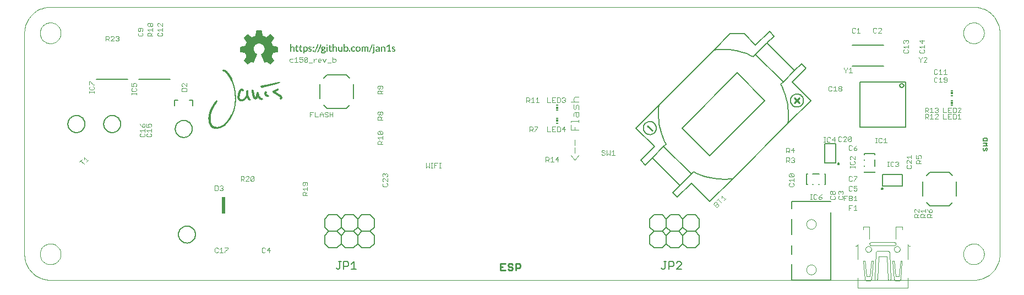
<source format=gto>
G75*
G70*
%OFA0B0*%
%FSLAX24Y24*%
%IPPOS*%
%LPD*%
%AMOC8*
5,1,8,0,0,1.08239X$1,22.5*
%
%ADD10C,0.0000*%
%ADD11C,0.0040*%
%ADD12C,0.0030*%
%ADD13R,0.0118X0.0059*%
%ADD14R,0.0118X0.0118*%
%ADD15R,0.0050X0.0010*%
%ADD16R,0.0040X0.0010*%
%ADD17R,0.0130X0.0010*%
%ADD18R,0.0070X0.0010*%
%ADD19R,0.0180X0.0010*%
%ADD20R,0.0080X0.0010*%
%ADD21R,0.0210X0.0010*%
%ADD22R,0.0090X0.0010*%
%ADD23R,0.0060X0.0010*%
%ADD24R,0.0010X0.0010*%
%ADD25R,0.0030X0.0010*%
%ADD26R,0.0020X0.0010*%
%ADD27R,0.0220X0.0010*%
%ADD28R,0.0100X0.0010*%
%ADD29R,0.0110X0.0010*%
%ADD30R,0.0120X0.0010*%
%ADD31R,0.0140X0.0010*%
%ADD32R,0.0150X0.0010*%
%ADD33R,0.0200X0.0010*%
%ADD34R,0.0170X0.0010*%
%ADD35R,0.0190X0.0010*%
%ADD36R,0.0160X0.0010*%
%ADD37C,0.0060*%
%ADD38C,0.0080*%
%ADD39R,0.0197X0.0984*%
%ADD40C,0.0050*%
%ADD41R,0.0003X0.0003*%
%ADD42R,0.0008X0.0003*%
%ADD43R,0.0005X0.0003*%
%ADD44R,0.0015X0.0003*%
%ADD45R,0.0020X0.0003*%
%ADD46R,0.0010X0.0003*%
%ADD47R,0.0018X0.0003*%
%ADD48R,0.0067X0.0003*%
%ADD49R,0.0013X0.0003*%
%ADD50R,0.0045X0.0003*%
%ADD51R,0.0077X0.0003*%
%ADD52R,0.0030X0.0003*%
%ADD53R,0.0032X0.0003*%
%ADD54R,0.0022X0.0003*%
%ADD55R,0.0127X0.0003*%
%ADD56R,0.0140X0.0003*%
%ADD57R,0.0025X0.0003*%
%ADD58R,0.0043X0.0003*%
%ADD59R,0.0053X0.0003*%
%ADD60R,0.0088X0.0003*%
%ADD61R,0.0035X0.0003*%
%ADD62R,0.0055X0.0003*%
%ADD63R,0.0040X0.0003*%
%ADD64R,0.0080X0.0003*%
%ADD65R,0.0065X0.0003*%
%ADD66R,0.0090X0.0003*%
%ADD67R,0.0143X0.0003*%
%ADD68R,0.0248X0.0003*%
%ADD69R,0.0293X0.0003*%
%ADD70R,0.0257X0.0003*%
%ADD71R,0.0037X0.0003*%
%ADD72R,0.0262X0.0003*%
%ADD73R,0.0027X0.0003*%
%ADD74R,0.0280X0.0003*%
%ADD75R,0.0070X0.0003*%
%ADD76R,0.0440X0.0003*%
%ADD77R,0.0315X0.0003*%
%ADD78R,0.0085X0.0003*%
%ADD79R,0.0330X0.0003*%
%ADD80R,0.0323X0.0003*%
%ADD81R,0.0107X0.0003*%
%ADD82R,0.0057X0.0003*%
%ADD83R,0.0490X0.0003*%
%ADD84R,0.0360X0.0003*%
%ADD85R,0.0512X0.0003*%
%ADD86R,0.0390X0.0003*%
%ADD87R,0.0565X0.0003*%
%ADD88R,0.0325X0.0003*%
%ADD89R,0.0168X0.0003*%
%ADD90R,0.0307X0.0003*%
%ADD91R,0.0152X0.0003*%
%ADD92R,0.0272X0.0003*%
%ADD93R,0.0132X0.0003*%
%ADD94R,0.0147X0.0003*%
%ADD95R,0.0243X0.0003*%
%ADD96R,0.0125X0.0003*%
%ADD97R,0.0240X0.0003*%
%ADD98R,0.0130X0.0003*%
%ADD99R,0.0225X0.0003*%
%ADD100R,0.0083X0.0003*%
%ADD101R,0.0222X0.0003*%
%ADD102R,0.0217X0.0003*%
%ADD103R,0.0120X0.0003*%
%ADD104R,0.0215X0.0003*%
%ADD105R,0.0118X0.0003*%
%ADD106R,0.0205X0.0003*%
%ADD107R,0.0103X0.0003*%
%ADD108R,0.0210X0.0003*%
%ADD109R,0.0097X0.0003*%
%ADD110R,0.0198X0.0003*%
%ADD111R,0.0100X0.0003*%
%ADD112R,0.0190X0.0003*%
%ADD113R,0.0187X0.0003*%
%ADD114R,0.0192X0.0003*%
%ADD115R,0.0170X0.0003*%
%ADD116R,0.0173X0.0003*%
%ADD117R,0.0182X0.0003*%
%ADD118R,0.0180X0.0003*%
%ADD119R,0.0047X0.0003*%
%ADD120R,0.0165X0.0003*%
%ADD121R,0.0163X0.0003*%
%ADD122R,0.0160X0.0003*%
%ADD123R,0.0158X0.0003*%
%ADD124R,0.0155X0.0003*%
%ADD125R,0.0092X0.0003*%
%ADD126R,0.0150X0.0003*%
%ADD127R,0.0105X0.0003*%
%ADD128R,0.0115X0.0003*%
%ADD129R,0.0145X0.0003*%
%ADD130R,0.0138X0.0003*%
%ADD131R,0.0135X0.0003*%
%ADD132R,0.0075X0.0003*%
%ADD133R,0.0063X0.0003*%
%ADD134R,0.0060X0.0003*%
%ADD135R,0.0050X0.0003*%
%ADD136R,0.0123X0.0003*%
%ADD137R,0.0112X0.0003*%
%ADD138R,0.0110X0.0003*%
%ADD139R,0.0073X0.0003*%
%ADD140R,0.0095X0.0003*%
%ADD141R,0.0185X0.0003*%
%ADD142R,0.0208X0.0003*%
%ADD143R,0.0235X0.0003*%
%ADD144R,0.0260X0.0003*%
%ADD145R,0.0267X0.0003*%
%ADD146R,0.0283X0.0003*%
%ADD147R,0.0295X0.0003*%
%ADD148R,0.0302X0.0003*%
%ADD149R,0.0320X0.0003*%
%ADD150R,0.0333X0.0003*%
%ADD151R,0.0338X0.0003*%
%ADD152R,0.0343X0.0003*%
%ADD153R,0.0350X0.0003*%
%ADD154R,0.0355X0.0003*%
%ADD155R,0.0365X0.0003*%
%ADD156R,0.0370X0.0003*%
%ADD157R,0.0375X0.0003*%
%ADD158R,0.0380X0.0003*%
%ADD159R,0.0382X0.0003*%
%ADD160R,0.0393X0.0003*%
%ADD161R,0.0398X0.0003*%
%ADD162R,0.0403X0.0003*%
%ADD163R,0.0405X0.0003*%
%ADD164R,0.0415X0.0003*%
%ADD165R,0.0177X0.0003*%
%ADD166R,0.0175X0.0003*%
%ADD167R,0.0195X0.0003*%
%ADD168R,0.0200X0.0003*%
%ADD169R,0.0203X0.0003*%
%ADD170R,0.0213X0.0003*%
%ADD171R,0.0220X0.0003*%
%ADD172R,0.0227X0.0003*%
%ADD173R,0.0230X0.0003*%
%ADD174R,0.0232X0.0003*%
%ADD175R,0.0238X0.0003*%
%ADD176R,0.0245X0.0003*%
%ADD177R,0.0250X0.0003*%
%ADD178R,0.0253X0.0003*%
%ADD179R,0.0255X0.0003*%
%ADD180R,0.0305X0.0003*%
%ADD181R,0.0318X0.0003*%
%ADD182R,0.0328X0.0003*%
%ADD183R,0.0335X0.0003*%
%ADD184R,0.0340X0.0003*%
%ADD185R,0.0352X0.0003*%
%ADD186R,0.0387X0.0003*%
%ADD187R,0.0410X0.0003*%
%ADD188R,0.0413X0.0003*%
%ADD189R,0.0430X0.0003*%
%ADD190R,0.0432X0.0003*%
%ADD191R,0.0428X0.0003*%
%ADD192R,0.0420X0.0003*%
%ADD193R,0.0435X0.0003*%
%ADD194R,0.0425X0.0003*%
%ADD195R,0.0423X0.0003*%
%ADD196R,0.0418X0.0003*%
%ADD197R,0.0372X0.0003*%
%ADD198R,0.0362X0.0003*%
%ADD199R,0.0348X0.0003*%
%ADD200R,0.0345X0.0003*%
%ADD201R,0.0310X0.0003*%
%ADD202R,0.0300X0.0003*%
%ADD203R,0.0297X0.0003*%
%ADD204R,0.0285X0.0003*%
%ADD205R,0.0278X0.0003*%
%ADD206R,0.0265X0.0003*%
%ADD207C,0.0098*%
%ADD208C,0.0090*%
D10*
X001725Y000937D02*
X057630Y000937D01*
X057000Y002512D02*
X057002Y002562D01*
X057008Y002612D01*
X057018Y002661D01*
X057032Y002709D01*
X057049Y002756D01*
X057070Y002801D01*
X057095Y002845D01*
X057123Y002886D01*
X057155Y002925D01*
X057189Y002962D01*
X057226Y002996D01*
X057266Y003026D01*
X057308Y003053D01*
X057352Y003077D01*
X057398Y003098D01*
X057445Y003114D01*
X057493Y003127D01*
X057543Y003136D01*
X057592Y003141D01*
X057643Y003142D01*
X057693Y003139D01*
X057742Y003132D01*
X057791Y003121D01*
X057839Y003106D01*
X057885Y003088D01*
X057930Y003066D01*
X057973Y003040D01*
X058014Y003011D01*
X058053Y002979D01*
X058089Y002944D01*
X058121Y002906D01*
X058151Y002866D01*
X058178Y002823D01*
X058201Y002779D01*
X058220Y002733D01*
X058236Y002685D01*
X058248Y002636D01*
X058256Y002587D01*
X058260Y002537D01*
X058260Y002487D01*
X058256Y002437D01*
X058248Y002388D01*
X058236Y002339D01*
X058220Y002291D01*
X058201Y002245D01*
X058178Y002201D01*
X058151Y002158D01*
X058121Y002118D01*
X058089Y002080D01*
X058053Y002045D01*
X058014Y002013D01*
X057973Y001984D01*
X057930Y001958D01*
X057885Y001936D01*
X057839Y001918D01*
X057791Y001903D01*
X057742Y001892D01*
X057693Y001885D01*
X057643Y001882D01*
X057592Y001883D01*
X057543Y001888D01*
X057493Y001897D01*
X057445Y001910D01*
X057398Y001926D01*
X057352Y001947D01*
X057308Y001971D01*
X057266Y001998D01*
X057226Y002028D01*
X057189Y002062D01*
X057155Y002099D01*
X057123Y002138D01*
X057095Y002179D01*
X057070Y002223D01*
X057049Y002268D01*
X057032Y002315D01*
X057018Y002363D01*
X057008Y002412D01*
X057002Y002462D01*
X057000Y002512D01*
X057630Y000937D02*
X057707Y000939D01*
X057784Y000945D01*
X057861Y000954D01*
X057937Y000967D01*
X058013Y000984D01*
X058087Y001005D01*
X058161Y001029D01*
X058233Y001057D01*
X058303Y001088D01*
X058372Y001123D01*
X058440Y001161D01*
X058505Y001202D01*
X058568Y001247D01*
X058629Y001295D01*
X058688Y001345D01*
X058744Y001398D01*
X058797Y001454D01*
X058847Y001513D01*
X058895Y001574D01*
X058940Y001637D01*
X058981Y001702D01*
X059019Y001770D01*
X059054Y001839D01*
X059085Y001909D01*
X059113Y001981D01*
X059137Y002055D01*
X059158Y002129D01*
X059175Y002205D01*
X059188Y002281D01*
X059197Y002358D01*
X059203Y002435D01*
X059205Y002512D01*
X059205Y015898D01*
X057000Y015898D02*
X057002Y015948D01*
X057008Y015998D01*
X057018Y016047D01*
X057032Y016095D01*
X057049Y016142D01*
X057070Y016187D01*
X057095Y016231D01*
X057123Y016272D01*
X057155Y016311D01*
X057189Y016348D01*
X057226Y016382D01*
X057266Y016412D01*
X057308Y016439D01*
X057352Y016463D01*
X057398Y016484D01*
X057445Y016500D01*
X057493Y016513D01*
X057543Y016522D01*
X057592Y016527D01*
X057643Y016528D01*
X057693Y016525D01*
X057742Y016518D01*
X057791Y016507D01*
X057839Y016492D01*
X057885Y016474D01*
X057930Y016452D01*
X057973Y016426D01*
X058014Y016397D01*
X058053Y016365D01*
X058089Y016330D01*
X058121Y016292D01*
X058151Y016252D01*
X058178Y016209D01*
X058201Y016165D01*
X058220Y016119D01*
X058236Y016071D01*
X058248Y016022D01*
X058256Y015973D01*
X058260Y015923D01*
X058260Y015873D01*
X058256Y015823D01*
X058248Y015774D01*
X058236Y015725D01*
X058220Y015677D01*
X058201Y015631D01*
X058178Y015587D01*
X058151Y015544D01*
X058121Y015504D01*
X058089Y015466D01*
X058053Y015431D01*
X058014Y015399D01*
X057973Y015370D01*
X057930Y015344D01*
X057885Y015322D01*
X057839Y015304D01*
X057791Y015289D01*
X057742Y015278D01*
X057693Y015271D01*
X057643Y015268D01*
X057592Y015269D01*
X057543Y015274D01*
X057493Y015283D01*
X057445Y015296D01*
X057398Y015312D01*
X057352Y015333D01*
X057308Y015357D01*
X057266Y015384D01*
X057226Y015414D01*
X057189Y015448D01*
X057155Y015485D01*
X057123Y015524D01*
X057095Y015565D01*
X057070Y015609D01*
X057049Y015654D01*
X057032Y015701D01*
X057018Y015749D01*
X057008Y015798D01*
X057002Y015848D01*
X057000Y015898D01*
X057630Y017473D02*
X057707Y017471D01*
X057784Y017465D01*
X057861Y017456D01*
X057937Y017443D01*
X058013Y017426D01*
X058087Y017405D01*
X058161Y017381D01*
X058233Y017353D01*
X058303Y017322D01*
X058372Y017287D01*
X058440Y017249D01*
X058505Y017208D01*
X058568Y017163D01*
X058629Y017115D01*
X058688Y017065D01*
X058744Y017012D01*
X058797Y016956D01*
X058847Y016897D01*
X058895Y016836D01*
X058940Y016773D01*
X058981Y016708D01*
X059019Y016640D01*
X059054Y016571D01*
X059085Y016501D01*
X059113Y016429D01*
X059137Y016355D01*
X059158Y016281D01*
X059175Y016205D01*
X059188Y016129D01*
X059197Y016052D01*
X059203Y015975D01*
X059205Y015898D01*
X057630Y017473D02*
X001725Y017473D01*
X001095Y015898D02*
X001097Y015948D01*
X001103Y015998D01*
X001113Y016047D01*
X001127Y016095D01*
X001144Y016142D01*
X001165Y016187D01*
X001190Y016231D01*
X001218Y016272D01*
X001250Y016311D01*
X001284Y016348D01*
X001321Y016382D01*
X001361Y016412D01*
X001403Y016439D01*
X001447Y016463D01*
X001493Y016484D01*
X001540Y016500D01*
X001588Y016513D01*
X001638Y016522D01*
X001687Y016527D01*
X001738Y016528D01*
X001788Y016525D01*
X001837Y016518D01*
X001886Y016507D01*
X001934Y016492D01*
X001980Y016474D01*
X002025Y016452D01*
X002068Y016426D01*
X002109Y016397D01*
X002148Y016365D01*
X002184Y016330D01*
X002216Y016292D01*
X002246Y016252D01*
X002273Y016209D01*
X002296Y016165D01*
X002315Y016119D01*
X002331Y016071D01*
X002343Y016022D01*
X002351Y015973D01*
X002355Y015923D01*
X002355Y015873D01*
X002351Y015823D01*
X002343Y015774D01*
X002331Y015725D01*
X002315Y015677D01*
X002296Y015631D01*
X002273Y015587D01*
X002246Y015544D01*
X002216Y015504D01*
X002184Y015466D01*
X002148Y015431D01*
X002109Y015399D01*
X002068Y015370D01*
X002025Y015344D01*
X001980Y015322D01*
X001934Y015304D01*
X001886Y015289D01*
X001837Y015278D01*
X001788Y015271D01*
X001738Y015268D01*
X001687Y015269D01*
X001638Y015274D01*
X001588Y015283D01*
X001540Y015296D01*
X001493Y015312D01*
X001447Y015333D01*
X001403Y015357D01*
X001361Y015384D01*
X001321Y015414D01*
X001284Y015448D01*
X001250Y015485D01*
X001218Y015524D01*
X001190Y015565D01*
X001165Y015609D01*
X001144Y015654D01*
X001127Y015701D01*
X001113Y015749D01*
X001103Y015798D01*
X001097Y015848D01*
X001095Y015898D01*
X000150Y015898D02*
X000152Y015975D01*
X000158Y016052D01*
X000167Y016129D01*
X000180Y016205D01*
X000197Y016281D01*
X000218Y016355D01*
X000242Y016429D01*
X000270Y016501D01*
X000301Y016571D01*
X000336Y016640D01*
X000374Y016708D01*
X000415Y016773D01*
X000460Y016836D01*
X000508Y016897D01*
X000558Y016956D01*
X000611Y017012D01*
X000667Y017065D01*
X000726Y017115D01*
X000787Y017163D01*
X000850Y017208D01*
X000915Y017249D01*
X000983Y017287D01*
X001052Y017322D01*
X001122Y017353D01*
X001194Y017381D01*
X001268Y017405D01*
X001342Y017426D01*
X001418Y017443D01*
X001494Y017456D01*
X001571Y017465D01*
X001648Y017471D01*
X001725Y017473D01*
X000150Y015898D02*
X000150Y002512D01*
X001095Y002512D02*
X001097Y002562D01*
X001103Y002612D01*
X001113Y002661D01*
X001127Y002709D01*
X001144Y002756D01*
X001165Y002801D01*
X001190Y002845D01*
X001218Y002886D01*
X001250Y002925D01*
X001284Y002962D01*
X001321Y002996D01*
X001361Y003026D01*
X001403Y003053D01*
X001447Y003077D01*
X001493Y003098D01*
X001540Y003114D01*
X001588Y003127D01*
X001638Y003136D01*
X001687Y003141D01*
X001738Y003142D01*
X001788Y003139D01*
X001837Y003132D01*
X001886Y003121D01*
X001934Y003106D01*
X001980Y003088D01*
X002025Y003066D01*
X002068Y003040D01*
X002109Y003011D01*
X002148Y002979D01*
X002184Y002944D01*
X002216Y002906D01*
X002246Y002866D01*
X002273Y002823D01*
X002296Y002779D01*
X002315Y002733D01*
X002331Y002685D01*
X002343Y002636D01*
X002351Y002587D01*
X002355Y002537D01*
X002355Y002487D01*
X002351Y002437D01*
X002343Y002388D01*
X002331Y002339D01*
X002315Y002291D01*
X002296Y002245D01*
X002273Y002201D01*
X002246Y002158D01*
X002216Y002118D01*
X002184Y002080D01*
X002148Y002045D01*
X002109Y002013D01*
X002068Y001984D01*
X002025Y001958D01*
X001980Y001936D01*
X001934Y001918D01*
X001886Y001903D01*
X001837Y001892D01*
X001788Y001885D01*
X001738Y001882D01*
X001687Y001883D01*
X001638Y001888D01*
X001588Y001897D01*
X001540Y001910D01*
X001493Y001926D01*
X001447Y001947D01*
X001403Y001971D01*
X001361Y001998D01*
X001321Y002028D01*
X001284Y002062D01*
X001250Y002099D01*
X001218Y002138D01*
X001190Y002179D01*
X001165Y002223D01*
X001144Y002268D01*
X001127Y002315D01*
X001113Y002363D01*
X001103Y002412D01*
X001097Y002462D01*
X001095Y002512D01*
X000150Y002512D02*
X000152Y002435D01*
X000158Y002358D01*
X000167Y002281D01*
X000180Y002205D01*
X000197Y002129D01*
X000218Y002055D01*
X000242Y001981D01*
X000270Y001909D01*
X000301Y001839D01*
X000336Y001770D01*
X000374Y001702D01*
X000415Y001637D01*
X000460Y001574D01*
X000508Y001513D01*
X000558Y001454D01*
X000611Y001398D01*
X000667Y001345D01*
X000726Y001295D01*
X000787Y001247D01*
X000850Y001202D01*
X000915Y001161D01*
X000983Y001123D01*
X001052Y001088D01*
X001122Y001057D01*
X001194Y001029D01*
X001268Y001005D01*
X001342Y000984D01*
X001418Y000967D01*
X001494Y000954D01*
X001571Y000945D01*
X001648Y000939D01*
X001725Y000937D01*
X047493Y001567D02*
X047495Y001601D01*
X047501Y001635D01*
X047511Y001668D01*
X047524Y001699D01*
X047542Y001729D01*
X047562Y001757D01*
X047586Y001782D01*
X047612Y001804D01*
X047640Y001822D01*
X047671Y001838D01*
X047703Y001850D01*
X047737Y001858D01*
X047771Y001862D01*
X047805Y001862D01*
X047839Y001858D01*
X047873Y001850D01*
X047905Y001838D01*
X047935Y001822D01*
X047964Y001804D01*
X047990Y001782D01*
X048014Y001757D01*
X048034Y001729D01*
X048052Y001699D01*
X048065Y001668D01*
X048075Y001635D01*
X048081Y001601D01*
X048083Y001567D01*
X048081Y001533D01*
X048075Y001499D01*
X048065Y001466D01*
X048052Y001435D01*
X048034Y001405D01*
X048014Y001377D01*
X047990Y001352D01*
X047964Y001330D01*
X047936Y001312D01*
X047905Y001296D01*
X047873Y001284D01*
X047839Y001276D01*
X047805Y001272D01*
X047771Y001272D01*
X047737Y001276D01*
X047703Y001284D01*
X047671Y001296D01*
X047640Y001312D01*
X047612Y001330D01*
X047586Y001352D01*
X047562Y001377D01*
X047542Y001405D01*
X047524Y001435D01*
X047511Y001466D01*
X047501Y001499D01*
X047495Y001533D01*
X047493Y001567D01*
X051075Y002807D02*
X051077Y002833D01*
X051083Y002859D01*
X051093Y002884D01*
X051106Y002907D01*
X051122Y002927D01*
X051142Y002945D01*
X051164Y002960D01*
X051187Y002972D01*
X051213Y002980D01*
X051239Y002984D01*
X051265Y002984D01*
X051291Y002980D01*
X051317Y002972D01*
X051341Y002960D01*
X051362Y002945D01*
X051382Y002927D01*
X051398Y002907D01*
X051411Y002884D01*
X051421Y002859D01*
X051427Y002833D01*
X051429Y002807D01*
X051427Y002781D01*
X051421Y002755D01*
X051411Y002730D01*
X051398Y002707D01*
X051382Y002687D01*
X051362Y002669D01*
X051340Y002654D01*
X051317Y002642D01*
X051291Y002634D01*
X051265Y002630D01*
X051239Y002630D01*
X051213Y002634D01*
X051187Y002642D01*
X051163Y002654D01*
X051142Y002669D01*
X051122Y002687D01*
X051106Y002707D01*
X051093Y002730D01*
X051083Y002755D01*
X051077Y002781D01*
X051075Y002807D01*
X052808Y002807D02*
X052810Y002833D01*
X052816Y002859D01*
X052826Y002884D01*
X052839Y002907D01*
X052855Y002927D01*
X052875Y002945D01*
X052897Y002960D01*
X052920Y002972D01*
X052946Y002980D01*
X052972Y002984D01*
X052998Y002984D01*
X053024Y002980D01*
X053050Y002972D01*
X053074Y002960D01*
X053095Y002945D01*
X053115Y002927D01*
X053131Y002907D01*
X053144Y002884D01*
X053154Y002859D01*
X053160Y002833D01*
X053162Y002807D01*
X053160Y002781D01*
X053154Y002755D01*
X053144Y002730D01*
X053131Y002707D01*
X053115Y002687D01*
X053095Y002669D01*
X053073Y002654D01*
X053050Y002642D01*
X053024Y002634D01*
X052998Y002630D01*
X052972Y002630D01*
X052946Y002634D01*
X052920Y002642D01*
X052896Y002654D01*
X052875Y002669D01*
X052855Y002687D01*
X052839Y002707D01*
X052826Y002730D01*
X052816Y002755D01*
X052810Y002781D01*
X052808Y002807D01*
X047493Y004323D02*
X047495Y004357D01*
X047501Y004391D01*
X047511Y004424D01*
X047524Y004455D01*
X047542Y004485D01*
X047562Y004513D01*
X047586Y004538D01*
X047612Y004560D01*
X047640Y004578D01*
X047671Y004594D01*
X047703Y004606D01*
X047737Y004614D01*
X047771Y004618D01*
X047805Y004618D01*
X047839Y004614D01*
X047873Y004606D01*
X047905Y004594D01*
X047935Y004578D01*
X047964Y004560D01*
X047990Y004538D01*
X048014Y004513D01*
X048034Y004485D01*
X048052Y004455D01*
X048065Y004424D01*
X048075Y004391D01*
X048081Y004357D01*
X048083Y004323D01*
X048081Y004289D01*
X048075Y004255D01*
X048065Y004222D01*
X048052Y004191D01*
X048034Y004161D01*
X048014Y004133D01*
X047990Y004108D01*
X047964Y004086D01*
X047936Y004068D01*
X047905Y004052D01*
X047873Y004040D01*
X047839Y004032D01*
X047805Y004028D01*
X047771Y004028D01*
X047737Y004032D01*
X047703Y004040D01*
X047671Y004052D01*
X047640Y004068D01*
X047612Y004086D01*
X047586Y004108D01*
X047562Y004133D01*
X047542Y004161D01*
X047524Y004191D01*
X047511Y004222D01*
X047501Y004255D01*
X047495Y004289D01*
X047493Y004323D01*
D11*
X050933Y004177D02*
X051321Y004177D01*
X051321Y004156D02*
X051321Y003421D01*
X051403Y003216D02*
X052834Y003216D01*
X052850Y003214D01*
X052865Y003210D01*
X052880Y003202D01*
X052892Y003192D01*
X052902Y003180D01*
X052910Y003165D01*
X052914Y003150D01*
X052916Y003134D01*
X052915Y003135D02*
X052913Y003115D01*
X052907Y003096D01*
X052898Y003078D01*
X052885Y003063D01*
X052870Y003050D01*
X052852Y003041D01*
X052833Y003035D01*
X052813Y003033D01*
X052813Y003032D02*
X051424Y003032D01*
X051404Y003034D01*
X051385Y003040D01*
X051367Y003049D01*
X051352Y003062D01*
X051339Y003077D01*
X051330Y003095D01*
X051324Y003114D01*
X051322Y003134D01*
X051321Y003134D02*
X051321Y003134D01*
X051323Y003150D01*
X051327Y003165D01*
X051335Y003180D01*
X051345Y003192D01*
X051357Y003202D01*
X051372Y003210D01*
X051387Y003214D01*
X051403Y003216D01*
X050606Y003094D02*
X050606Y002184D01*
X050954Y002092D02*
X051035Y002092D01*
X051137Y001152D01*
X051342Y001152D01*
X051444Y002092D01*
X051526Y002092D01*
X051424Y001009D01*
X051420Y000990D01*
X051414Y000971D01*
X051404Y000954D01*
X051392Y000938D01*
X051377Y000925D01*
X051360Y000914D01*
X051342Y000907D01*
X051117Y000907D02*
X051099Y000914D01*
X051082Y000925D01*
X051067Y000938D01*
X051055Y000954D01*
X051045Y000971D01*
X051039Y000990D01*
X051035Y001009D01*
X050954Y002092D01*
X051873Y002358D02*
X052364Y002358D01*
X052445Y001009D01*
X052447Y000993D01*
X052451Y000978D01*
X052459Y000963D01*
X052469Y000951D01*
X052481Y000941D01*
X052496Y000933D01*
X052511Y000929D01*
X052527Y000927D01*
X052543Y000929D01*
X052558Y000933D01*
X052573Y000941D01*
X052585Y000951D01*
X052595Y000963D01*
X052603Y000978D01*
X052607Y000993D01*
X052609Y001009D01*
X052527Y002603D01*
X052528Y002603D02*
X052525Y002621D01*
X052518Y002638D01*
X052509Y002653D01*
X052496Y002666D01*
X052481Y002675D01*
X052464Y002682D01*
X052446Y002685D01*
X052445Y002685D02*
X051791Y002685D01*
X051773Y002682D01*
X051756Y002675D01*
X051741Y002666D01*
X051728Y002653D01*
X051719Y002638D01*
X051712Y002621D01*
X051709Y002603D01*
X051710Y002603D02*
X051628Y001009D01*
X051630Y000993D01*
X051634Y000978D01*
X051642Y000963D01*
X051652Y000951D01*
X051664Y000941D01*
X051679Y000933D01*
X051694Y000929D01*
X051710Y000927D01*
X051710Y000927D01*
X051726Y000929D01*
X051741Y000933D01*
X051756Y000941D01*
X051768Y000951D01*
X051778Y000963D01*
X051786Y000978D01*
X051790Y000993D01*
X051792Y001009D01*
X051791Y001009D02*
X051873Y002358D01*
X052711Y002092D02*
X052793Y002092D01*
X052895Y001152D01*
X053099Y001152D01*
X053202Y002092D01*
X053283Y002092D01*
X053202Y001009D01*
X053198Y000990D01*
X053192Y000971D01*
X053182Y000954D01*
X053170Y000938D01*
X053155Y000925D01*
X053138Y000914D01*
X053120Y000907D01*
X052895Y000907D02*
X052877Y000914D01*
X052860Y000925D01*
X052845Y000938D01*
X052833Y000954D01*
X052823Y000971D01*
X052817Y000990D01*
X052813Y001009D01*
X052711Y002092D01*
X053631Y002184D02*
X053631Y003094D01*
X053633Y003078D01*
X053637Y003063D01*
X053645Y003048D01*
X053655Y003036D01*
X053667Y003026D01*
X053682Y003018D01*
X053697Y003014D01*
X053713Y003012D01*
X053774Y003012D01*
X052916Y003421D02*
X052916Y004156D01*
X052916Y004177D02*
X053304Y004177D01*
X053304Y004156D02*
X053304Y004013D01*
X050933Y004013D02*
X050933Y004156D01*
X050606Y003094D02*
X050604Y003078D01*
X050600Y003063D01*
X050592Y003048D01*
X050582Y003036D01*
X050570Y003026D01*
X050555Y003018D01*
X050540Y003014D01*
X050524Y003012D01*
X050463Y003012D01*
X051117Y000907D02*
X051154Y000898D01*
X051191Y000892D01*
X051229Y000890D01*
X051267Y000892D01*
X051304Y000898D01*
X051341Y000907D01*
X050606Y001069D02*
X050606Y000477D01*
X053631Y000477D01*
X053631Y000477D01*
X053631Y001069D01*
X053120Y000907D02*
X053083Y000898D01*
X053046Y000892D01*
X053008Y000890D01*
X052970Y000892D01*
X052933Y000898D01*
X052896Y000907D01*
X033701Y008495D02*
X033471Y008188D01*
X033240Y008495D01*
X033471Y008648D02*
X033471Y008955D01*
X033471Y009109D02*
X033471Y009416D01*
X033471Y010029D02*
X033471Y010183D01*
X033701Y010029D02*
X033240Y010029D01*
X033240Y010336D01*
X033240Y010490D02*
X033240Y010566D01*
X033701Y010566D01*
X033701Y010490D02*
X033701Y010643D01*
X033624Y010797D02*
X033547Y010873D01*
X033547Y011104D01*
X033471Y011104D02*
X033701Y011104D01*
X033701Y010873D01*
X033624Y010797D01*
X033394Y010873D02*
X033394Y011027D01*
X033471Y011104D01*
X033471Y011257D02*
X033394Y011334D01*
X033394Y011564D01*
X033547Y011487D02*
X033624Y011564D01*
X033701Y011487D01*
X033701Y011257D01*
X033547Y011334D02*
X033471Y011257D01*
X033547Y011334D02*
X033547Y011487D01*
X033471Y011717D02*
X033394Y011794D01*
X033394Y011948D01*
X033471Y012024D01*
X033701Y012024D01*
X033701Y011717D02*
X033240Y011717D01*
D12*
X032893Y011750D02*
X032844Y011701D01*
X032747Y011701D01*
X032699Y011750D01*
X032598Y011750D02*
X032550Y011701D01*
X032404Y011701D01*
X032404Y011992D01*
X032550Y011992D01*
X032598Y011943D01*
X032598Y011750D01*
X032699Y011943D02*
X032747Y011992D01*
X032844Y011992D01*
X032893Y011943D01*
X032893Y011895D01*
X032844Y011846D01*
X032893Y011798D01*
X032893Y011750D01*
X032844Y011846D02*
X032796Y011846D01*
X032303Y011701D02*
X032110Y011701D01*
X032110Y011992D01*
X032303Y011992D01*
X032207Y011846D02*
X032110Y011846D01*
X032009Y011701D02*
X031815Y011701D01*
X031815Y011992D01*
X031221Y011992D02*
X031124Y011895D01*
X031221Y011992D02*
X031221Y011701D01*
X031124Y011701D02*
X031318Y011701D01*
X031023Y011701D02*
X030830Y011701D01*
X030926Y011701D02*
X030926Y011992D01*
X030830Y011895D01*
X030728Y011943D02*
X030728Y011846D01*
X030680Y011798D01*
X030535Y011798D01*
X030535Y011701D02*
X030535Y011992D01*
X030680Y011992D01*
X030728Y011943D01*
X030632Y011798D02*
X030728Y011701D01*
X030731Y010220D02*
X030876Y010220D01*
X030925Y010172D01*
X030925Y010075D01*
X030876Y010026D01*
X030731Y010026D01*
X030731Y009930D02*
X030731Y010220D01*
X030828Y010026D02*
X030925Y009930D01*
X031026Y009930D02*
X031026Y009978D01*
X031219Y010172D01*
X031219Y010220D01*
X031026Y010220D01*
X031815Y010220D02*
X031815Y009930D01*
X032009Y009930D01*
X032110Y009930D02*
X032110Y010220D01*
X032303Y010220D01*
X032404Y010220D02*
X032550Y010220D01*
X032598Y010172D01*
X032598Y009978D01*
X032550Y009930D01*
X032404Y009930D01*
X032404Y010220D01*
X032207Y010075D02*
X032110Y010075D01*
X032110Y009930D02*
X032303Y009930D01*
X032699Y010075D02*
X032844Y010220D01*
X032844Y009930D01*
X032893Y010075D02*
X032699Y010075D01*
X035108Y008748D02*
X035108Y008700D01*
X035156Y008652D01*
X035253Y008652D01*
X035301Y008603D01*
X035301Y008555D01*
X035253Y008506D01*
X035156Y008506D01*
X035108Y008555D01*
X035108Y008748D02*
X035156Y008797D01*
X035253Y008797D01*
X035301Y008748D01*
X035402Y008797D02*
X035402Y008506D01*
X035499Y008603D01*
X035596Y008506D01*
X035596Y008797D01*
X035697Y008700D02*
X035794Y008797D01*
X035794Y008506D01*
X035697Y008506D02*
X035891Y008506D01*
X032489Y008237D02*
X032296Y008237D01*
X032441Y008382D01*
X032441Y008092D01*
X032194Y008092D02*
X032001Y008092D01*
X032098Y008092D02*
X032098Y008382D01*
X032001Y008286D01*
X031900Y008334D02*
X031900Y008237D01*
X031851Y008189D01*
X031706Y008189D01*
X031706Y008092D02*
X031706Y008382D01*
X031851Y008382D01*
X031900Y008334D01*
X031803Y008189D02*
X031900Y008092D01*
X025359Y008034D02*
X025262Y008034D01*
X025310Y008034D02*
X025310Y007744D01*
X025262Y007744D02*
X025359Y007744D01*
X025064Y007889D02*
X024967Y007889D01*
X024967Y008034D02*
X025161Y008034D01*
X024967Y008034D02*
X024967Y007744D01*
X024867Y007744D02*
X024771Y007744D01*
X024819Y007744D02*
X024819Y008034D01*
X024771Y008034D02*
X024867Y008034D01*
X024670Y008034D02*
X024670Y007744D01*
X024573Y007840D01*
X024476Y007744D01*
X024476Y008034D01*
X022129Y007342D02*
X022129Y007246D01*
X022081Y007197D01*
X022129Y007096D02*
X022129Y006903D01*
X021936Y007096D01*
X021887Y007096D01*
X021839Y007048D01*
X021839Y006951D01*
X021887Y006903D01*
X021887Y006801D02*
X021839Y006753D01*
X021839Y006656D01*
X021887Y006608D01*
X022081Y006608D01*
X022129Y006656D01*
X022129Y006753D01*
X022081Y006801D01*
X021887Y007197D02*
X021839Y007246D01*
X021839Y007342D01*
X021887Y007391D01*
X021936Y007391D01*
X021984Y007342D01*
X022032Y007391D01*
X022081Y007391D01*
X022129Y007342D01*
X021984Y007342D02*
X021984Y007294D01*
X017286Y006807D02*
X017286Y006710D01*
X017237Y006662D01*
X017141Y006710D02*
X017141Y006855D01*
X017237Y006855D02*
X017044Y006855D01*
X016995Y006807D01*
X016995Y006710D01*
X017044Y006662D01*
X017092Y006662D01*
X017141Y006710D01*
X017237Y006855D02*
X017286Y006807D01*
X017286Y006561D02*
X017286Y006367D01*
X017286Y006464D02*
X016995Y006464D01*
X017092Y006367D01*
X017044Y006266D02*
X017141Y006266D01*
X017189Y006218D01*
X017189Y006072D01*
X017286Y006072D02*
X016995Y006072D01*
X016995Y006218D01*
X017044Y006266D01*
X017189Y006169D02*
X017286Y006266D01*
X014040Y006980D02*
X013992Y006932D01*
X013895Y006932D01*
X013847Y006980D01*
X014040Y007173D01*
X014040Y006980D01*
X013847Y006980D02*
X013847Y007173D01*
X013895Y007222D01*
X013992Y007222D01*
X014040Y007173D01*
X013746Y007173D02*
X013697Y007222D01*
X013600Y007222D01*
X013552Y007173D01*
X013451Y007173D02*
X013451Y007077D01*
X013403Y007028D01*
X013257Y007028D01*
X013257Y006932D02*
X013257Y007222D01*
X013403Y007222D01*
X013451Y007173D01*
X013354Y007028D02*
X013451Y006932D01*
X013552Y006932D02*
X013746Y007125D01*
X013746Y007173D01*
X013746Y006932D02*
X013552Y006932D01*
X012169Y006608D02*
X012169Y006559D01*
X012121Y006511D01*
X012169Y006463D01*
X012169Y006414D01*
X012121Y006366D01*
X012024Y006366D01*
X011975Y006414D01*
X011874Y006414D02*
X011874Y006608D01*
X011826Y006656D01*
X011681Y006656D01*
X011681Y006366D01*
X011826Y006366D01*
X011874Y006414D01*
X012072Y006511D02*
X012121Y006511D01*
X012169Y006608D02*
X012121Y006656D01*
X012024Y006656D01*
X011975Y006608D01*
X004038Y008233D02*
X003902Y008096D01*
X003970Y008165D02*
X003765Y008370D01*
X003765Y008233D01*
X003625Y008230D02*
X003488Y008093D01*
X003556Y008162D02*
X003762Y007956D01*
X007153Y009664D02*
X007201Y009616D01*
X007395Y009616D01*
X007443Y009664D01*
X007443Y009761D01*
X007395Y009809D01*
X007443Y009910D02*
X007443Y010104D01*
X007443Y010007D02*
X007153Y010007D01*
X007250Y009910D01*
X007201Y009809D02*
X007153Y009761D01*
X007153Y009664D01*
X007547Y009664D02*
X007595Y009616D01*
X007789Y009616D01*
X007837Y009664D01*
X007837Y009761D01*
X007789Y009809D01*
X007837Y009910D02*
X007837Y010104D01*
X007837Y010007D02*
X007547Y010007D01*
X007643Y009910D01*
X007595Y009809D02*
X007547Y009761D01*
X007547Y009664D01*
X007547Y010205D02*
X007692Y010205D01*
X007643Y010302D01*
X007643Y010350D01*
X007692Y010398D01*
X007789Y010398D01*
X007837Y010350D01*
X007837Y010253D01*
X007789Y010205D01*
X007547Y010205D02*
X007547Y010398D01*
X007443Y010350D02*
X007395Y010398D01*
X007346Y010398D01*
X007298Y010350D01*
X007298Y010205D01*
X007395Y010205D01*
X007443Y010253D01*
X007443Y010350D01*
X007298Y010205D02*
X007201Y010302D01*
X007153Y010398D01*
X006926Y012173D02*
X006926Y012270D01*
X006926Y012221D02*
X006636Y012221D01*
X006636Y012173D02*
X006636Y012270D01*
X006684Y012369D02*
X006878Y012369D01*
X006926Y012418D01*
X006926Y012514D01*
X006878Y012563D01*
X006878Y012664D02*
X006926Y012712D01*
X006926Y012809D01*
X006878Y012857D01*
X006781Y012857D01*
X006733Y012809D01*
X006733Y012761D01*
X006781Y012664D01*
X006636Y012664D01*
X006636Y012857D01*
X006684Y012563D02*
X006636Y012514D01*
X006636Y012418D01*
X006684Y012369D01*
X004367Y012368D02*
X004367Y012271D01*
X004367Y012320D02*
X004077Y012320D01*
X004077Y012368D02*
X004077Y012271D01*
X004125Y012468D02*
X004319Y012468D01*
X004367Y012516D01*
X004367Y012613D01*
X004319Y012661D01*
X004319Y012762D02*
X004367Y012762D01*
X004319Y012762D02*
X004125Y012956D01*
X004077Y012956D01*
X004077Y012762D01*
X004125Y012661D02*
X004077Y012613D01*
X004077Y012516D01*
X004125Y012468D01*
X009687Y012515D02*
X009687Y012370D01*
X009978Y012370D01*
X009978Y012515D01*
X009929Y012563D01*
X009736Y012563D01*
X009687Y012515D01*
X009736Y012664D02*
X009687Y012713D01*
X009687Y012809D01*
X009736Y012858D01*
X009784Y012858D01*
X009978Y012664D01*
X009978Y012858D01*
X016208Y014190D02*
X016257Y014141D01*
X016402Y014141D01*
X016503Y014141D02*
X016696Y014141D01*
X016600Y014141D02*
X016600Y014432D01*
X016503Y014335D01*
X016402Y014335D02*
X016257Y014335D01*
X016208Y014287D01*
X016208Y014190D01*
X016798Y014190D02*
X016846Y014141D01*
X016943Y014141D01*
X016991Y014190D01*
X016991Y014287D01*
X016943Y014335D01*
X016894Y014335D01*
X016798Y014287D01*
X016798Y014432D01*
X016991Y014432D01*
X017092Y014383D02*
X017141Y014432D01*
X017237Y014432D01*
X017286Y014383D01*
X017092Y014190D01*
X017141Y014141D01*
X017237Y014141D01*
X017286Y014190D01*
X017286Y014383D01*
X017092Y014383D02*
X017092Y014190D01*
X017387Y014093D02*
X017580Y014093D01*
X017682Y014141D02*
X017682Y014335D01*
X017778Y014335D02*
X017827Y014335D01*
X017778Y014335D02*
X017682Y014238D01*
X017927Y014238D02*
X018121Y014238D01*
X018121Y014287D01*
X018072Y014335D01*
X017975Y014335D01*
X017927Y014287D01*
X017927Y014190D01*
X017975Y014141D01*
X018072Y014141D01*
X018222Y014335D02*
X018319Y014141D01*
X018415Y014335D01*
X018811Y014335D02*
X018956Y014335D01*
X019005Y014287D01*
X019005Y014190D01*
X018956Y014141D01*
X018811Y014141D01*
X018811Y014432D01*
X018710Y014093D02*
X018516Y014093D01*
X021544Y012658D02*
X021544Y012561D01*
X021592Y012513D01*
X021640Y012513D01*
X021689Y012561D01*
X021689Y012706D01*
X021785Y012706D02*
X021592Y012706D01*
X021544Y012658D01*
X021785Y012706D02*
X021834Y012658D01*
X021834Y012561D01*
X021785Y012513D01*
X021834Y012412D02*
X021737Y012315D01*
X021737Y012363D02*
X021737Y012218D01*
X021834Y012218D02*
X021544Y012218D01*
X021544Y012363D01*
X021592Y012412D01*
X021689Y012412D01*
X021737Y012363D01*
X021737Y011131D02*
X021785Y011131D01*
X021834Y011083D01*
X021834Y010986D01*
X021785Y010938D01*
X021737Y010938D01*
X021689Y010986D01*
X021689Y011083D01*
X021737Y011131D01*
X021689Y011083D02*
X021640Y011131D01*
X021592Y011131D01*
X021544Y011083D01*
X021544Y010986D01*
X021592Y010938D01*
X021640Y010938D01*
X021689Y010986D01*
X021689Y010837D02*
X021737Y010788D01*
X021737Y010643D01*
X021834Y010643D02*
X021544Y010643D01*
X021544Y010788D01*
X021592Y010837D01*
X021689Y010837D01*
X021737Y010740D02*
X021834Y010837D01*
X021785Y009950D02*
X021834Y009901D01*
X021834Y009805D01*
X021785Y009756D01*
X021592Y009950D01*
X021785Y009950D01*
X021592Y009950D02*
X021544Y009901D01*
X021544Y009805D01*
X021592Y009756D01*
X021785Y009756D01*
X021834Y009655D02*
X021834Y009462D01*
X021834Y009558D02*
X021544Y009558D01*
X021640Y009462D01*
X021592Y009360D02*
X021689Y009360D01*
X021737Y009312D01*
X021737Y009167D01*
X021737Y009264D02*
X021834Y009360D01*
X021834Y009167D02*
X021544Y009167D01*
X021544Y009312D01*
X021592Y009360D01*
X018821Y010815D02*
X018821Y011105D01*
X018821Y010960D02*
X018627Y010960D01*
X018526Y010911D02*
X018526Y010863D01*
X018478Y010815D01*
X018381Y010815D01*
X018332Y010863D01*
X018381Y010960D02*
X018478Y010960D01*
X018526Y010911D01*
X018627Y010815D02*
X018627Y011105D01*
X018526Y011056D02*
X018478Y011105D01*
X018381Y011105D01*
X018332Y011056D01*
X018332Y011008D01*
X018381Y010960D01*
X018231Y010960D02*
X018038Y010960D01*
X018038Y011008D02*
X018038Y010815D01*
X017937Y010815D02*
X017743Y010815D01*
X017743Y011105D01*
X017642Y011105D02*
X017448Y011105D01*
X017448Y010815D01*
X017448Y010960D02*
X017545Y010960D01*
X018038Y011008D02*
X018135Y011105D01*
X018231Y011008D01*
X018231Y010815D01*
X005869Y015469D02*
X005821Y015421D01*
X005724Y015421D01*
X005676Y015469D01*
X005574Y015421D02*
X005381Y015421D01*
X005574Y015614D01*
X005574Y015663D01*
X005526Y015711D01*
X005429Y015711D01*
X005381Y015663D01*
X005280Y015663D02*
X005280Y015566D01*
X005231Y015518D01*
X005086Y015518D01*
X005183Y015518D02*
X005280Y015421D01*
X005086Y015421D02*
X005086Y015711D01*
X005231Y015711D01*
X005280Y015663D01*
X005676Y015663D02*
X005724Y015711D01*
X005821Y015711D01*
X005869Y015663D01*
X005869Y015614D01*
X005821Y015566D01*
X005869Y015518D01*
X005869Y015469D01*
X005821Y015566D02*
X005772Y015566D01*
X007030Y015765D02*
X007030Y015861D01*
X007078Y015910D01*
X007078Y016011D02*
X007127Y016011D01*
X007175Y016059D01*
X007175Y016204D01*
X007272Y016204D02*
X007078Y016204D01*
X007030Y016156D01*
X007030Y016059D01*
X007078Y016011D01*
X007272Y016011D02*
X007320Y016059D01*
X007320Y016156D01*
X007272Y016204D01*
X007620Y016108D02*
X007911Y016108D01*
X007911Y016204D02*
X007911Y016011D01*
X007911Y015910D02*
X007814Y015813D01*
X007814Y015861D02*
X007814Y015716D01*
X007911Y015716D02*
X007620Y015716D01*
X007620Y015861D01*
X007669Y015910D01*
X007765Y015910D01*
X007814Y015861D01*
X007717Y016011D02*
X007620Y016108D01*
X007669Y016305D02*
X007717Y016305D01*
X007765Y016354D01*
X007765Y016451D01*
X007814Y016499D01*
X007862Y016499D01*
X007911Y016451D01*
X007911Y016354D01*
X007862Y016305D01*
X007814Y016305D01*
X007765Y016354D01*
X007765Y016451D02*
X007717Y016499D01*
X007669Y016499D01*
X007620Y016451D01*
X007620Y016354D01*
X007669Y016305D01*
X008211Y016354D02*
X008259Y016305D01*
X008211Y016354D02*
X008211Y016451D01*
X008259Y016499D01*
X008308Y016499D01*
X008501Y016305D01*
X008501Y016499D01*
X008501Y016204D02*
X008501Y016011D01*
X008501Y016108D02*
X008211Y016108D01*
X008308Y016011D01*
X008259Y015910D02*
X008211Y015861D01*
X008211Y015765D01*
X008259Y015716D01*
X008453Y015716D01*
X008501Y015765D01*
X008501Y015861D01*
X008453Y015910D01*
X007320Y015861D02*
X007320Y015765D01*
X007272Y015716D01*
X007078Y015716D01*
X007030Y015765D01*
X007272Y015910D02*
X007320Y015861D01*
X041874Y005546D02*
X042079Y005341D01*
X042182Y005444D01*
X042182Y005512D01*
X042148Y005546D01*
X042079Y005546D01*
X041977Y005444D01*
X042079Y005546D02*
X042079Y005615D01*
X042045Y005649D01*
X041977Y005649D01*
X041874Y005546D01*
X042082Y005755D02*
X042219Y005892D01*
X042151Y005823D02*
X042356Y005618D01*
X042496Y005758D02*
X042633Y005895D01*
X042564Y005826D02*
X042359Y006031D01*
X042359Y005895D01*
X046445Y006656D02*
X046494Y006608D01*
X046687Y006608D01*
X046735Y006656D01*
X046735Y006753D01*
X046687Y006801D01*
X046735Y006903D02*
X046735Y007096D01*
X046735Y006999D02*
X046445Y006999D01*
X046542Y006903D01*
X046494Y006801D02*
X046445Y006753D01*
X046445Y006656D01*
X046494Y007197D02*
X046445Y007246D01*
X046445Y007342D01*
X046494Y007391D01*
X046687Y007197D01*
X046735Y007246D01*
X046735Y007342D01*
X046687Y007391D01*
X046494Y007391D01*
X046494Y007197D02*
X046687Y007197D01*
X046722Y008060D02*
X046625Y008060D01*
X046577Y008108D01*
X046476Y008060D02*
X046379Y008156D01*
X046428Y008156D02*
X046282Y008156D01*
X046282Y008060D02*
X046282Y008350D01*
X046428Y008350D01*
X046476Y008301D01*
X046476Y008205D01*
X046428Y008156D01*
X046577Y008301D02*
X046625Y008350D01*
X046722Y008350D01*
X046771Y008301D01*
X046771Y008253D01*
X046722Y008205D01*
X046771Y008156D01*
X046771Y008108D01*
X046722Y008060D01*
X046722Y008205D02*
X046674Y008205D01*
X046722Y008650D02*
X046722Y008940D01*
X046577Y008795D01*
X046771Y008795D01*
X046476Y008795D02*
X046428Y008747D01*
X046282Y008747D01*
X046282Y008650D02*
X046282Y008940D01*
X046428Y008940D01*
X046476Y008892D01*
X046476Y008795D01*
X046379Y008747D02*
X046476Y008650D01*
X048556Y009300D02*
X048652Y009300D01*
X048604Y009300D02*
X048604Y009590D01*
X048556Y009590D02*
X048652Y009590D01*
X048752Y009542D02*
X048752Y009348D01*
X048801Y009300D01*
X048897Y009300D01*
X048946Y009348D01*
X049047Y009445D02*
X049240Y009445D01*
X049192Y009590D02*
X049047Y009445D01*
X048946Y009542D02*
X048897Y009590D01*
X048801Y009590D01*
X048752Y009542D01*
X049192Y009590D02*
X049192Y009300D01*
X049433Y009387D02*
X049481Y009339D01*
X049578Y009339D01*
X049626Y009387D01*
X049727Y009339D02*
X049921Y009533D01*
X049921Y009581D01*
X049872Y009629D01*
X049776Y009629D01*
X049727Y009581D01*
X049626Y009581D02*
X049578Y009629D01*
X049481Y009629D01*
X049433Y009581D01*
X049433Y009387D01*
X049727Y009339D02*
X049921Y009339D01*
X050022Y009387D02*
X050070Y009339D01*
X050167Y009339D01*
X050215Y009387D01*
X050215Y009581D01*
X050022Y009387D01*
X050022Y009581D01*
X050070Y009629D01*
X050167Y009629D01*
X050215Y009581D01*
X050213Y009092D02*
X050116Y009092D01*
X050068Y009044D01*
X050068Y008850D01*
X050116Y008802D01*
X050213Y008802D01*
X050261Y008850D01*
X050362Y008850D02*
X050411Y008802D01*
X050508Y008802D01*
X050556Y008850D01*
X050556Y008898D01*
X050508Y008947D01*
X050362Y008947D01*
X050362Y008850D01*
X050362Y008947D02*
X050459Y009044D01*
X050556Y009092D01*
X050261Y009044D02*
X050213Y009092D01*
X051678Y009254D02*
X051775Y009254D01*
X051727Y009254D02*
X051727Y009545D01*
X051775Y009545D02*
X051678Y009545D01*
X051875Y009496D02*
X051923Y009545D01*
X052020Y009545D01*
X052068Y009496D01*
X052170Y009448D02*
X052266Y009545D01*
X052266Y009254D01*
X052170Y009254D02*
X052363Y009254D01*
X052068Y009303D02*
X052020Y009254D01*
X051923Y009254D01*
X051875Y009303D01*
X051875Y009496D01*
X053855Y008483D02*
X053855Y008290D01*
X053855Y008386D02*
X053564Y008386D01*
X053661Y008290D01*
X053661Y008188D02*
X053613Y008188D01*
X053564Y008140D01*
X053564Y008043D01*
X053613Y007995D01*
X053613Y007894D02*
X053564Y007845D01*
X053564Y007749D01*
X053613Y007700D01*
X053806Y007700D01*
X053855Y007749D01*
X053855Y007845D01*
X053806Y007894D01*
X053855Y007995D02*
X053661Y008188D01*
X053855Y008188D02*
X053855Y007995D01*
X054155Y007995D02*
X054155Y008140D01*
X054203Y008188D01*
X054300Y008188D01*
X054348Y008140D01*
X054348Y007995D01*
X054348Y008092D02*
X054445Y008188D01*
X054397Y008290D02*
X054445Y008338D01*
X054445Y008435D01*
X054397Y008483D01*
X054300Y008483D01*
X054252Y008435D01*
X054252Y008386D01*
X054300Y008290D01*
X054155Y008290D01*
X054155Y008483D01*
X053079Y008065D02*
X053031Y008114D01*
X052934Y008114D01*
X052885Y008065D01*
X052784Y008065D02*
X052736Y008114D01*
X052639Y008114D01*
X052591Y008065D01*
X052591Y007872D01*
X052639Y007823D01*
X052736Y007823D01*
X052784Y007872D01*
X052885Y007872D02*
X052934Y007823D01*
X053031Y007823D01*
X053079Y007872D01*
X053079Y007920D01*
X053031Y007969D01*
X052982Y007969D01*
X053031Y007969D02*
X053079Y008017D01*
X053079Y008065D01*
X052491Y008114D02*
X052394Y008114D01*
X052443Y008114D02*
X052443Y007823D01*
X052491Y007823D02*
X052394Y007823D01*
X054155Y007995D02*
X054445Y007995D01*
X050556Y007222D02*
X050556Y007173D01*
X050362Y006980D01*
X050362Y006932D01*
X050261Y006980D02*
X050213Y006932D01*
X050116Y006932D01*
X050068Y006980D01*
X050068Y007173D01*
X050116Y007222D01*
X050213Y007222D01*
X050261Y007173D01*
X050362Y007222D02*
X050556Y007222D01*
X050430Y007744D02*
X050430Y007840D01*
X050430Y007792D02*
X050140Y007792D01*
X050140Y007744D02*
X050140Y007840D01*
X050188Y007940D02*
X050382Y007940D01*
X050430Y007989D01*
X050430Y008085D01*
X050382Y008134D01*
X050430Y008235D02*
X050237Y008428D01*
X050188Y008428D01*
X050140Y008380D01*
X050140Y008283D01*
X050188Y008235D01*
X050188Y008134D02*
X050140Y008085D01*
X050140Y007989D01*
X050188Y007940D01*
X050430Y008235D02*
X050430Y008428D01*
X050362Y006631D02*
X050362Y006486D01*
X050459Y006535D01*
X050508Y006535D01*
X050556Y006486D01*
X050556Y006389D01*
X050508Y006341D01*
X050411Y006341D01*
X050362Y006389D01*
X050261Y006389D02*
X050213Y006341D01*
X050116Y006341D01*
X050068Y006389D01*
X050068Y006583D01*
X050116Y006631D01*
X050213Y006631D01*
X050261Y006583D01*
X050362Y006631D02*
X050556Y006631D01*
X049721Y006269D02*
X049721Y006173D01*
X049672Y006124D01*
X049672Y006023D02*
X049721Y005975D01*
X049721Y005878D01*
X049672Y005830D01*
X049479Y005830D01*
X049431Y005878D01*
X049431Y005975D01*
X049479Y006023D01*
X049479Y006124D02*
X049431Y006173D01*
X049431Y006269D01*
X049479Y006318D01*
X049527Y006318D01*
X049576Y006269D01*
X049624Y006318D01*
X049672Y006318D01*
X049721Y006269D01*
X049576Y006269D02*
X049576Y006221D01*
X049773Y006041D02*
X049967Y006041D01*
X050068Y006041D02*
X050213Y006041D01*
X050261Y005992D01*
X050261Y005944D01*
X050213Y005896D01*
X050068Y005896D01*
X050068Y005751D02*
X050068Y006041D01*
X050213Y005896D02*
X050261Y005847D01*
X050261Y005799D01*
X050213Y005751D01*
X050068Y005751D01*
X049870Y005896D02*
X049773Y005896D01*
X049773Y005751D02*
X049773Y006041D01*
X049229Y005975D02*
X049180Y006023D01*
X049229Y005975D02*
X049229Y005878D01*
X049180Y005830D01*
X048987Y005830D01*
X048938Y005878D01*
X048938Y005975D01*
X048987Y006023D01*
X048987Y006124D02*
X049035Y006124D01*
X049083Y006173D01*
X049083Y006269D01*
X049132Y006318D01*
X049180Y006318D01*
X049229Y006269D01*
X049229Y006173D01*
X049180Y006124D01*
X049132Y006124D01*
X049083Y006173D01*
X049083Y006269D02*
X049035Y006318D01*
X048987Y006318D01*
X048938Y006269D01*
X048938Y006173D01*
X048987Y006124D01*
X048426Y006127D02*
X048330Y006078D01*
X048233Y005981D01*
X048378Y005981D01*
X048426Y005933D01*
X048426Y005885D01*
X048378Y005836D01*
X048281Y005836D01*
X048233Y005885D01*
X048233Y005981D01*
X048132Y005885D02*
X048083Y005836D01*
X047987Y005836D01*
X047938Y005885D01*
X047938Y006078D01*
X047987Y006127D01*
X048083Y006127D01*
X048132Y006078D01*
X047839Y006127D02*
X047742Y006127D01*
X047790Y006127D02*
X047790Y005836D01*
X047742Y005836D02*
X047839Y005836D01*
X050068Y005450D02*
X050068Y005160D01*
X050068Y005305D02*
X050165Y005305D01*
X050261Y005450D02*
X050068Y005450D01*
X050362Y005353D02*
X050459Y005450D01*
X050459Y005160D01*
X050362Y005160D02*
X050556Y005160D01*
X050556Y005751D02*
X050362Y005751D01*
X050459Y005751D02*
X050459Y006041D01*
X050362Y005944D01*
X054024Y005178D02*
X054024Y005081D01*
X054072Y005032D01*
X054072Y004931D02*
X054169Y004931D01*
X054217Y004883D01*
X054217Y004738D01*
X054217Y004835D02*
X054314Y004931D01*
X054314Y005032D02*
X054121Y005226D01*
X054072Y005226D01*
X054024Y005178D01*
X054314Y005226D02*
X054314Y005032D01*
X054418Y005129D02*
X054708Y005129D01*
X054708Y005032D02*
X054708Y005226D01*
X054811Y005226D02*
X054860Y005129D01*
X054956Y005032D01*
X054956Y005178D01*
X055005Y005226D01*
X055053Y005226D01*
X055102Y005178D01*
X055102Y005081D01*
X055053Y005032D01*
X054956Y005032D01*
X054956Y004931D02*
X055005Y004883D01*
X055005Y004738D01*
X055102Y004738D02*
X054811Y004738D01*
X054811Y004883D01*
X054860Y004931D01*
X054956Y004931D01*
X055005Y004835D02*
X055102Y004931D01*
X054708Y004931D02*
X054611Y004835D01*
X054611Y004883D02*
X054611Y004738D01*
X054708Y004738D02*
X054418Y004738D01*
X054418Y004883D01*
X054466Y004931D01*
X054563Y004931D01*
X054611Y004883D01*
X054514Y005032D02*
X054418Y005129D01*
X054072Y004931D02*
X054024Y004883D01*
X054024Y004738D01*
X054314Y004738D01*
X054693Y010696D02*
X054693Y010987D01*
X054838Y010987D01*
X054886Y010938D01*
X054886Y010842D01*
X054838Y010793D01*
X054693Y010793D01*
X054789Y010793D02*
X054886Y010696D01*
X054987Y010696D02*
X055181Y010696D01*
X055084Y010696D02*
X055084Y010987D01*
X054987Y010890D01*
X054987Y011090D02*
X055181Y011090D01*
X055084Y011090D02*
X055084Y011380D01*
X054987Y011284D01*
X054886Y011332D02*
X054886Y011235D01*
X054838Y011187D01*
X054693Y011187D01*
X054789Y011187D02*
X054886Y011090D01*
X054693Y011090D02*
X054693Y011380D01*
X054838Y011380D01*
X054886Y011332D01*
X055282Y011332D02*
X055330Y011380D01*
X055427Y011380D01*
X055475Y011332D01*
X055475Y011284D01*
X055427Y011235D01*
X055475Y011187D01*
X055475Y011139D01*
X055427Y011090D01*
X055330Y011090D01*
X055282Y011139D01*
X055379Y011235D02*
X055427Y011235D01*
X055775Y011090D02*
X055969Y011090D01*
X056070Y011090D02*
X056263Y011090D01*
X056365Y011090D02*
X056510Y011090D01*
X056558Y011139D01*
X056558Y011332D01*
X056510Y011380D01*
X056365Y011380D01*
X056365Y011090D01*
X056365Y010987D02*
X056510Y010987D01*
X056558Y010938D01*
X056558Y010745D01*
X056510Y010696D01*
X056365Y010696D01*
X056365Y010987D01*
X056263Y010987D02*
X056070Y010987D01*
X056070Y010696D01*
X056263Y010696D01*
X056167Y010842D02*
X056070Y010842D01*
X055969Y010696D02*
X055775Y010696D01*
X055775Y010987D01*
X055775Y011090D02*
X055775Y011380D01*
X056070Y011380D02*
X056070Y011090D01*
X056070Y011235D02*
X056167Y011235D01*
X056263Y011380D02*
X056070Y011380D01*
X056659Y011332D02*
X056708Y011380D01*
X056804Y011380D01*
X056853Y011332D01*
X056853Y011284D01*
X056659Y011090D01*
X056853Y011090D01*
X056756Y010987D02*
X056756Y010696D01*
X056659Y010696D02*
X056853Y010696D01*
X056659Y010890D02*
X056756Y010987D01*
X055475Y010938D02*
X055427Y010987D01*
X055330Y010987D01*
X055282Y010938D01*
X055475Y010938D02*
X055475Y010890D01*
X055282Y010696D01*
X055475Y010696D01*
X049625Y012439D02*
X049625Y012487D01*
X049576Y012535D01*
X049480Y012535D01*
X049431Y012584D01*
X049431Y012632D01*
X049480Y012681D01*
X049576Y012681D01*
X049625Y012632D01*
X049625Y012584D01*
X049576Y012535D01*
X049480Y012535D02*
X049431Y012487D01*
X049431Y012439D01*
X049480Y012390D01*
X049576Y012390D01*
X049625Y012439D01*
X049330Y012390D02*
X049137Y012390D01*
X049233Y012390D02*
X049233Y012681D01*
X049137Y012584D01*
X049036Y012632D02*
X048987Y012681D01*
X048890Y012681D01*
X048842Y012632D01*
X048842Y012439D01*
X048890Y012390D01*
X048987Y012390D01*
X049036Y012439D01*
X049885Y013497D02*
X049885Y013642D01*
X049982Y013738D01*
X049982Y013787D01*
X050083Y013690D02*
X050180Y013787D01*
X050180Y013497D01*
X050276Y013497D02*
X050083Y013497D01*
X049885Y013642D02*
X049788Y013738D01*
X049788Y013787D01*
X053368Y014737D02*
X053416Y014689D01*
X053609Y014689D01*
X053658Y014737D01*
X053658Y014834D01*
X053609Y014882D01*
X053658Y014983D02*
X053658Y015177D01*
X053658Y015080D02*
X053368Y015080D01*
X053464Y014983D01*
X053416Y014882D02*
X053368Y014834D01*
X053368Y014737D01*
X054299Y014432D02*
X054299Y014383D01*
X054396Y014287D01*
X054396Y014141D01*
X054396Y014287D02*
X054492Y014383D01*
X054492Y014432D01*
X054594Y014383D02*
X054642Y014432D01*
X054739Y014432D01*
X054787Y014383D01*
X054787Y014335D01*
X054594Y014141D01*
X054787Y014141D01*
X054594Y014689D02*
X054642Y014737D01*
X054642Y014834D01*
X054594Y014882D01*
X054642Y014983D02*
X054642Y015177D01*
X054642Y015080D02*
X054352Y015080D01*
X054449Y014983D01*
X054400Y014882D02*
X054352Y014834D01*
X054352Y014737D01*
X054400Y014689D01*
X054594Y014689D01*
X054497Y015278D02*
X054497Y015471D01*
X054642Y015423D02*
X054352Y015423D01*
X054497Y015278D01*
X053658Y015326D02*
X053658Y015423D01*
X053609Y015471D01*
X053561Y015471D01*
X053513Y015423D01*
X053513Y015375D01*
X053513Y015423D02*
X053464Y015471D01*
X053416Y015471D01*
X053368Y015423D01*
X053368Y015326D01*
X053416Y015278D01*
X053609Y015278D02*
X053658Y015326D01*
X052031Y015913D02*
X051838Y015913D01*
X052031Y016107D01*
X052031Y016155D01*
X051983Y016203D01*
X051886Y016203D01*
X051838Y016155D01*
X051736Y016155D02*
X051688Y016203D01*
X051591Y016203D01*
X051543Y016155D01*
X051543Y015961D01*
X051591Y015913D01*
X051688Y015913D01*
X051736Y015961D01*
X050752Y015913D02*
X050558Y015913D01*
X050655Y015913D02*
X050655Y016203D01*
X050558Y016107D01*
X050457Y016155D02*
X050409Y016203D01*
X050312Y016203D01*
X050263Y016155D01*
X050263Y015961D01*
X050312Y015913D01*
X050409Y015913D01*
X050457Y015961D01*
X055230Y013649D02*
X055230Y013455D01*
X055278Y013407D01*
X055375Y013407D01*
X055423Y013455D01*
X055525Y013407D02*
X055718Y013407D01*
X055621Y013407D02*
X055621Y013697D01*
X055525Y013601D01*
X055423Y013649D02*
X055375Y013697D01*
X055278Y013697D01*
X055230Y013649D01*
X055819Y013601D02*
X055916Y013697D01*
X055916Y013407D01*
X055819Y013407D02*
X056013Y013407D01*
X055964Y013205D02*
X055868Y013205D01*
X055819Y013157D01*
X055819Y013108D01*
X055868Y013060D01*
X056013Y013060D01*
X056013Y012963D02*
X056013Y013157D01*
X055964Y013205D01*
X055621Y013205D02*
X055525Y013108D01*
X055423Y013157D02*
X055375Y013205D01*
X055278Y013205D01*
X055230Y013157D01*
X055230Y012963D01*
X055278Y012915D01*
X055375Y012915D01*
X055423Y012963D01*
X055525Y012915D02*
X055718Y012915D01*
X055621Y012915D02*
X055621Y013205D01*
X055819Y012963D02*
X055868Y012915D01*
X055964Y012915D01*
X056013Y012963D01*
X015024Y002746D02*
X014831Y002746D01*
X014976Y002891D01*
X014976Y002601D01*
X014730Y002649D02*
X014681Y002601D01*
X014585Y002601D01*
X014536Y002649D01*
X014536Y002843D01*
X014585Y002891D01*
X014681Y002891D01*
X014730Y002843D01*
X012465Y002843D02*
X012272Y002649D01*
X012272Y002601D01*
X012171Y002601D02*
X011977Y002601D01*
X012074Y002601D02*
X012074Y002891D01*
X011977Y002794D01*
X011876Y002843D02*
X011828Y002891D01*
X011731Y002891D01*
X011683Y002843D01*
X011683Y002649D01*
X011731Y002601D01*
X011828Y002601D01*
X011876Y002649D01*
X012272Y002891D02*
X012465Y002891D01*
X012465Y002843D01*
D13*
X032394Y010435D03*
X032394Y010731D03*
X032394Y011223D03*
X032394Y011518D03*
X056292Y011518D03*
X056292Y011813D03*
X056292Y012109D03*
X056292Y012404D03*
D14*
X056292Y012256D03*
X056292Y011666D03*
X032394Y011370D03*
X032394Y010583D03*
D15*
X022573Y014807D03*
X022563Y014797D03*
X022583Y014847D03*
X022583Y014857D03*
X022573Y014867D03*
X022443Y014947D03*
X022433Y014967D03*
X022433Y014977D03*
X022453Y015017D03*
X022233Y015017D03*
X022233Y015027D03*
X022233Y015037D03*
X022233Y015047D03*
X022233Y015057D03*
X022233Y015067D03*
X022233Y015077D03*
X022233Y015087D03*
X022233Y015097D03*
X022233Y015107D03*
X022233Y015167D03*
X022143Y015087D03*
X022133Y015077D03*
X022123Y015067D03*
X022233Y015007D03*
X022233Y014997D03*
X022233Y014987D03*
X022233Y014977D03*
X022233Y014967D03*
X022233Y014957D03*
X022233Y014947D03*
X022233Y014937D03*
X022233Y014927D03*
X022233Y014917D03*
X022233Y014907D03*
X022233Y014897D03*
X022233Y014887D03*
X022233Y014877D03*
X022233Y014867D03*
X022233Y014857D03*
X022233Y014847D03*
X022233Y014837D03*
X022233Y014827D03*
X022233Y014817D03*
X022233Y014807D03*
X022233Y014797D03*
X021963Y014797D03*
X021963Y014807D03*
X021963Y014817D03*
X021963Y014827D03*
X021963Y014837D03*
X021963Y014847D03*
X021963Y014857D03*
X021963Y014867D03*
X021963Y014877D03*
X021963Y014887D03*
X021963Y014897D03*
X021963Y014907D03*
X021963Y014917D03*
X021963Y014927D03*
X021963Y014937D03*
X021963Y014947D03*
X021963Y014957D03*
X021963Y014967D03*
X021963Y014977D03*
X021953Y014997D03*
X021953Y015007D03*
X021773Y014987D03*
X021773Y014977D03*
X021773Y014967D03*
X021773Y014957D03*
X021773Y014947D03*
X021773Y014937D03*
X021773Y014927D03*
X021773Y014917D03*
X021773Y014907D03*
X021773Y014897D03*
X021773Y014887D03*
X021773Y014877D03*
X021773Y014867D03*
X021773Y014857D03*
X021773Y014847D03*
X021773Y014837D03*
X021773Y014827D03*
X021773Y014817D03*
X021773Y014807D03*
X021773Y014797D03*
X021773Y014787D03*
X021773Y014777D03*
X021773Y014767D03*
X021773Y014757D03*
X021633Y014827D03*
X021633Y014837D03*
X021633Y014847D03*
X021633Y014857D03*
X021633Y014867D03*
X021633Y014877D03*
X021633Y014887D03*
X021633Y014927D03*
X021633Y014937D03*
X021633Y014947D03*
X021633Y014957D03*
X021623Y014997D03*
X021613Y015007D03*
X021463Y015007D03*
X021473Y014877D03*
X021443Y014837D03*
X021443Y014827D03*
X021443Y014817D03*
X021453Y014797D03*
X021563Y014787D03*
X021313Y014787D03*
X021313Y014797D03*
X021313Y014807D03*
X021313Y014817D03*
X021313Y014827D03*
X021313Y014837D03*
X021313Y014847D03*
X021313Y014857D03*
X021313Y014867D03*
X021313Y014877D03*
X021313Y014887D03*
X021313Y014897D03*
X021313Y014907D03*
X021313Y014917D03*
X021313Y014927D03*
X021313Y014937D03*
X021313Y014947D03*
X021313Y014957D03*
X021313Y014967D03*
X021313Y014977D03*
X021313Y014987D03*
X021313Y014997D03*
X021313Y015007D03*
X021313Y015017D03*
X021313Y015027D03*
X021313Y015037D03*
X021313Y015047D03*
X021313Y015127D03*
X021313Y015167D03*
X020943Y015007D03*
X020943Y014997D03*
X020953Y014977D03*
X020953Y014967D03*
X020953Y014957D03*
X020953Y014947D03*
X020953Y014937D03*
X020953Y014927D03*
X020953Y014917D03*
X020953Y014907D03*
X020953Y014897D03*
X020953Y014887D03*
X020953Y014877D03*
X020953Y014867D03*
X020953Y014857D03*
X020953Y014847D03*
X020953Y014837D03*
X020953Y014827D03*
X020953Y014817D03*
X020953Y014807D03*
X020953Y014797D03*
X020953Y014787D03*
X020953Y014777D03*
X020953Y014767D03*
X020953Y014757D03*
X020773Y014757D03*
X020773Y014767D03*
X020773Y014777D03*
X020773Y014787D03*
X020773Y014797D03*
X020773Y014807D03*
X020773Y014817D03*
X020773Y014827D03*
X020773Y014837D03*
X020773Y014847D03*
X020773Y014857D03*
X020773Y014867D03*
X020773Y014877D03*
X020773Y014887D03*
X020773Y014897D03*
X020773Y014907D03*
X020773Y014917D03*
X020773Y014927D03*
X020773Y014937D03*
X020773Y014947D03*
X020773Y014957D03*
X020773Y014967D03*
X020773Y014977D03*
X020603Y014977D03*
X020603Y014987D03*
X020603Y014967D03*
X020603Y014957D03*
X020603Y014947D03*
X020603Y014937D03*
X020603Y014927D03*
X020603Y014917D03*
X020603Y014907D03*
X020603Y014897D03*
X020603Y014887D03*
X020603Y014877D03*
X020603Y014867D03*
X020603Y014857D03*
X020603Y014847D03*
X020603Y014837D03*
X020603Y014827D03*
X020603Y014817D03*
X020603Y014807D03*
X020603Y014797D03*
X020603Y014787D03*
X020603Y014777D03*
X020603Y014767D03*
X020603Y014757D03*
X020453Y014827D03*
X020443Y014817D03*
X020433Y014807D03*
X020463Y014847D03*
X020463Y014857D03*
X020473Y014897D03*
X020473Y014907D03*
X020473Y014917D03*
X020463Y014957D03*
X020463Y014967D03*
X020453Y014987D03*
X020443Y014997D03*
X020433Y015007D03*
X020273Y015007D03*
X020263Y014997D03*
X020253Y014987D03*
X020243Y014967D03*
X020243Y014957D03*
X020233Y014917D03*
X020233Y014907D03*
X020233Y014897D03*
X020243Y014857D03*
X020243Y014847D03*
X020253Y014827D03*
X020263Y014817D03*
X020273Y014807D03*
X020133Y014797D03*
X019973Y014827D03*
X019963Y014847D03*
X019953Y014897D03*
X019953Y014907D03*
X019953Y014917D03*
X019963Y014967D03*
X019973Y014987D03*
X019983Y014997D03*
X020133Y015017D03*
X019843Y014807D03*
X019843Y014767D03*
X019723Y014837D03*
X019713Y014817D03*
X019703Y014807D03*
X019733Y014867D03*
X019733Y014877D03*
X019733Y014887D03*
X019733Y014897D03*
X019733Y014907D03*
X019733Y014917D03*
X019733Y014927D03*
X019733Y014937D03*
X019733Y014947D03*
X019733Y014957D03*
X019723Y014977D03*
X019723Y014987D03*
X019713Y014997D03*
X019523Y014987D03*
X019523Y014977D03*
X019523Y014967D03*
X019523Y014957D03*
X019523Y014947D03*
X019523Y014937D03*
X019523Y014927D03*
X019523Y014917D03*
X019523Y014907D03*
X019523Y014897D03*
X019523Y014887D03*
X019523Y014877D03*
X019523Y014867D03*
X019523Y014857D03*
X019523Y014847D03*
X019523Y014837D03*
X019523Y014827D03*
X019523Y014817D03*
X019383Y014827D03*
X019383Y014837D03*
X019383Y014847D03*
X019383Y014857D03*
X019383Y014867D03*
X019383Y014877D03*
X019383Y014887D03*
X019383Y014897D03*
X019383Y014907D03*
X019383Y014917D03*
X019383Y014927D03*
X019383Y014937D03*
X019383Y014947D03*
X019383Y014957D03*
X019383Y014967D03*
X019383Y014977D03*
X019383Y014987D03*
X019383Y014997D03*
X019383Y015007D03*
X019383Y015017D03*
X019383Y015027D03*
X019383Y015037D03*
X019383Y015047D03*
X019523Y015047D03*
X019523Y015057D03*
X019523Y015067D03*
X019523Y015077D03*
X019523Y015087D03*
X019523Y015097D03*
X019523Y015107D03*
X019523Y015117D03*
X019523Y015127D03*
X019523Y015137D03*
X019523Y015147D03*
X019523Y015157D03*
X019523Y015167D03*
X019523Y015177D03*
X019523Y015187D03*
X019523Y015037D03*
X019523Y015027D03*
X019523Y015017D03*
X019183Y015017D03*
X019183Y015027D03*
X019183Y015037D03*
X019183Y015047D03*
X019183Y015007D03*
X019183Y014997D03*
X019183Y014987D03*
X019183Y014977D03*
X019183Y014967D03*
X019183Y014957D03*
X019183Y014947D03*
X019183Y014937D03*
X019183Y014927D03*
X019183Y014917D03*
X019183Y014907D03*
X019183Y014897D03*
X019183Y014887D03*
X019183Y014877D03*
X019183Y014867D03*
X019183Y014857D03*
X019183Y014847D03*
X019183Y014837D03*
X019193Y014817D03*
X019193Y014807D03*
X019043Y014807D03*
X019043Y014817D03*
X019043Y014827D03*
X019043Y014837D03*
X019043Y014847D03*
X019043Y014857D03*
X019043Y014867D03*
X019043Y014877D03*
X019043Y014887D03*
X019043Y014897D03*
X019043Y014907D03*
X019043Y014917D03*
X019043Y014927D03*
X019043Y014937D03*
X019043Y014947D03*
X019043Y014957D03*
X019043Y014967D03*
X019043Y014977D03*
X019033Y014997D03*
X019033Y015007D03*
X018853Y015017D03*
X018853Y015027D03*
X018853Y015037D03*
X018853Y015047D03*
X018853Y015057D03*
X018853Y015067D03*
X018853Y015077D03*
X018853Y015087D03*
X018853Y015097D03*
X018853Y015107D03*
X018853Y015117D03*
X018853Y015127D03*
X018853Y015137D03*
X018853Y015147D03*
X018853Y015157D03*
X018853Y015167D03*
X018853Y015177D03*
X018853Y015187D03*
X018853Y014987D03*
X018853Y014977D03*
X018853Y014967D03*
X018853Y014957D03*
X018853Y014947D03*
X018853Y014937D03*
X018853Y014927D03*
X018853Y014917D03*
X018853Y014907D03*
X018853Y014897D03*
X018853Y014887D03*
X018853Y014877D03*
X018853Y014867D03*
X018853Y014857D03*
X018853Y014847D03*
X018853Y014837D03*
X018853Y014827D03*
X018853Y014817D03*
X018853Y014807D03*
X018853Y014797D03*
X018853Y014787D03*
X018853Y014777D03*
X018853Y014767D03*
X018853Y014757D03*
X019043Y014757D03*
X019043Y014767D03*
X019043Y014777D03*
X019043Y014787D03*
X019043Y014797D03*
X018653Y014797D03*
X018643Y014827D03*
X018643Y014837D03*
X018643Y014847D03*
X018643Y014857D03*
X018643Y014867D03*
X018643Y014877D03*
X018643Y014887D03*
X018643Y014897D03*
X018643Y014907D03*
X018643Y014917D03*
X018643Y014927D03*
X018643Y014937D03*
X018643Y014947D03*
X018643Y014957D03*
X018643Y014967D03*
X018643Y014977D03*
X018643Y014987D03*
X018643Y014997D03*
X018643Y015007D03*
X018473Y015007D03*
X018473Y015017D03*
X018473Y015027D03*
X018473Y015037D03*
X018473Y015047D03*
X018473Y014997D03*
X018473Y014987D03*
X018473Y014977D03*
X018473Y014967D03*
X018473Y014957D03*
X018473Y014947D03*
X018473Y014937D03*
X018473Y014927D03*
X018473Y014917D03*
X018473Y014907D03*
X018473Y014897D03*
X018473Y014887D03*
X018473Y014877D03*
X018473Y014867D03*
X018473Y014857D03*
X018473Y014847D03*
X018473Y014837D03*
X018473Y014827D03*
X018473Y014817D03*
X018473Y014807D03*
X018473Y014797D03*
X018473Y014787D03*
X018473Y014777D03*
X018473Y014767D03*
X018473Y014757D03*
X018363Y014757D03*
X018363Y014747D03*
X018353Y014767D03*
X018333Y014697D03*
X018243Y014657D03*
X018143Y014707D03*
X018163Y014827D03*
X018153Y014957D03*
X018153Y014967D03*
X018173Y015017D03*
X018323Y015007D03*
X018473Y015127D03*
X018473Y015167D03*
X017653Y015027D03*
X017653Y014987D03*
X017653Y014807D03*
X017653Y014767D03*
X017513Y014807D03*
X017503Y014797D03*
X017523Y014847D03*
X017523Y014857D03*
X017513Y014867D03*
X017383Y014947D03*
X017373Y014967D03*
X017373Y014977D03*
X017393Y015017D03*
X017263Y014977D03*
X017263Y014967D03*
X017253Y014997D03*
X017243Y015007D03*
X017273Y014927D03*
X017273Y014917D03*
X017273Y014907D03*
X017273Y014897D03*
X017263Y014857D03*
X017263Y014847D03*
X017253Y014827D03*
X017243Y014817D03*
X017063Y014817D03*
X017063Y014827D03*
X017063Y014837D03*
X017063Y014847D03*
X017063Y014857D03*
X017063Y014867D03*
X017063Y014877D03*
X017063Y014887D03*
X017063Y014897D03*
X017063Y014907D03*
X017063Y014917D03*
X017063Y014927D03*
X017063Y014937D03*
X017063Y014947D03*
X017063Y014957D03*
X017063Y014967D03*
X017063Y014977D03*
X017063Y014987D03*
X017063Y014787D03*
X017063Y014777D03*
X017063Y014767D03*
X017063Y014757D03*
X017063Y014747D03*
X017063Y014737D03*
X017063Y014727D03*
X017063Y014717D03*
X017063Y014707D03*
X017063Y014697D03*
X017063Y014687D03*
X017063Y014677D03*
X017063Y014667D03*
X017063Y014657D03*
X016863Y014797D03*
X016853Y014827D03*
X016853Y014837D03*
X016853Y014847D03*
X016853Y014857D03*
X016853Y014867D03*
X016853Y014877D03*
X016853Y014887D03*
X016853Y014897D03*
X016853Y014907D03*
X016853Y014917D03*
X016853Y014927D03*
X016853Y014937D03*
X016853Y014947D03*
X016853Y014957D03*
X016853Y014967D03*
X016853Y014977D03*
X016853Y014987D03*
X016853Y014997D03*
X016853Y015007D03*
X016623Y015007D03*
X016623Y014997D03*
X016623Y014987D03*
X016623Y014977D03*
X016623Y014967D03*
X016623Y014957D03*
X016623Y014947D03*
X016623Y014937D03*
X016623Y014927D03*
X016623Y014917D03*
X016623Y014907D03*
X016623Y014897D03*
X016623Y014887D03*
X016623Y014877D03*
X016623Y014867D03*
X016623Y014857D03*
X016623Y014847D03*
X016623Y014837D03*
X016623Y014827D03*
X016633Y014797D03*
X016473Y014797D03*
X016473Y014807D03*
X016473Y014817D03*
X016473Y014827D03*
X016473Y014837D03*
X016473Y014847D03*
X016473Y014857D03*
X016473Y014867D03*
X016473Y014877D03*
X016473Y014887D03*
X016473Y014897D03*
X016473Y014907D03*
X016473Y014917D03*
X016473Y014927D03*
X016473Y014937D03*
X016473Y014947D03*
X016473Y014957D03*
X016473Y014967D03*
X016473Y014977D03*
X016463Y014997D03*
X016463Y015007D03*
X016283Y015017D03*
X016283Y015027D03*
X016283Y015037D03*
X016283Y015047D03*
X016283Y015057D03*
X016283Y015067D03*
X016283Y015077D03*
X016283Y015087D03*
X016283Y015097D03*
X016283Y015107D03*
X016283Y015117D03*
X016283Y015127D03*
X016283Y015137D03*
X016283Y015147D03*
X016283Y015157D03*
X016283Y015167D03*
X016283Y015177D03*
X016283Y015187D03*
X016283Y014987D03*
X016283Y014977D03*
X016283Y014967D03*
X016283Y014957D03*
X016283Y014947D03*
X016283Y014937D03*
X016283Y014927D03*
X016283Y014917D03*
X016283Y014907D03*
X016283Y014897D03*
X016283Y014887D03*
X016283Y014877D03*
X016283Y014867D03*
X016283Y014857D03*
X016283Y014847D03*
X016283Y014837D03*
X016283Y014827D03*
X016283Y014817D03*
X016283Y014807D03*
X016283Y014797D03*
X016283Y014787D03*
X016283Y014777D03*
X016283Y014767D03*
X016283Y014757D03*
X016473Y014757D03*
X016473Y014767D03*
X016473Y014777D03*
X016473Y014787D03*
X021303Y014697D03*
X021313Y014717D03*
X021313Y014727D03*
X021313Y014737D03*
X021313Y014747D03*
X021313Y014757D03*
X021313Y014767D03*
X021313Y014777D03*
X021963Y014777D03*
X021963Y014787D03*
X021963Y014767D03*
X021963Y014757D03*
D16*
X021958Y014987D03*
X021768Y015017D03*
X021768Y015027D03*
X021768Y015037D03*
X021768Y015047D03*
X021628Y014987D03*
X021628Y014977D03*
X021628Y014967D03*
X021638Y014797D03*
X021638Y014787D03*
X021638Y014777D03*
X021638Y014767D03*
X021448Y014807D03*
X021448Y014847D03*
X021448Y014857D03*
X021458Y014867D03*
X021308Y014707D03*
X021248Y014657D03*
X021058Y014767D03*
X021078Y014817D03*
X021098Y014867D03*
X021118Y014917D03*
X021138Y014967D03*
X021148Y014997D03*
X021158Y015017D03*
X021168Y015047D03*
X021178Y015067D03*
X021188Y015097D03*
X021208Y015147D03*
X020948Y014987D03*
X020818Y015017D03*
X020758Y015007D03*
X020758Y014997D03*
X020748Y015017D03*
X020598Y015017D03*
X020598Y015027D03*
X020598Y015037D03*
X020598Y015047D03*
X020458Y014977D03*
X020468Y014947D03*
X020468Y014937D03*
X020468Y014927D03*
X020468Y014887D03*
X020468Y014877D03*
X020468Y014867D03*
X020458Y014837D03*
X020248Y014837D03*
X020238Y014867D03*
X020238Y014877D03*
X020238Y014887D03*
X020238Y014927D03*
X020238Y014937D03*
X020238Y014947D03*
X020248Y014977D03*
X020068Y015057D03*
X019968Y014977D03*
X019958Y014957D03*
X019958Y014947D03*
X019958Y014937D03*
X019958Y014927D03*
X019958Y014887D03*
X019958Y014877D03*
X019958Y014867D03*
X019958Y014857D03*
X019968Y014837D03*
X019978Y014817D03*
X019838Y014817D03*
X019728Y014847D03*
X019728Y014857D03*
X019718Y014827D03*
X019728Y014967D03*
X019518Y014787D03*
X019518Y014777D03*
X019518Y014767D03*
X019388Y014767D03*
X019388Y014777D03*
X019388Y014787D03*
X019388Y014797D03*
X019328Y014797D03*
X019188Y014827D03*
X019038Y014987D03*
X018648Y015047D03*
X018648Y015057D03*
X018648Y015067D03*
X018648Y015077D03*
X018648Y015087D03*
X018648Y015097D03*
X018648Y015107D03*
X018648Y015117D03*
X018328Y014997D03*
X018328Y014987D03*
X018338Y014967D03*
X018338Y014957D03*
X018328Y014937D03*
X018328Y014927D03*
X018318Y014917D03*
X018308Y014907D03*
X018178Y014907D03*
X018168Y014917D03*
X018158Y014927D03*
X018158Y014937D03*
X018158Y014947D03*
X018158Y014977D03*
X018158Y014987D03*
X018158Y014997D03*
X018168Y015007D03*
X018068Y015067D03*
X018058Y015047D03*
X018048Y015017D03*
X018038Y014997D03*
X018028Y014967D03*
X018008Y014917D03*
X017988Y014867D03*
X017968Y014817D03*
X017948Y014767D03*
X017788Y014817D03*
X017768Y014767D03*
X017808Y014867D03*
X017828Y014917D03*
X017848Y014967D03*
X017858Y014997D03*
X017868Y015017D03*
X017878Y015047D03*
X017888Y015067D03*
X017898Y015097D03*
X017918Y015147D03*
X018078Y015097D03*
X018098Y015147D03*
X017378Y015007D03*
X017378Y014997D03*
X017378Y014987D03*
X017378Y014957D03*
X017268Y014957D03*
X017268Y014947D03*
X017268Y014937D03*
X017268Y014887D03*
X017268Y014877D03*
X017268Y014867D03*
X017258Y014837D03*
X017368Y014797D03*
X017518Y014817D03*
X017518Y014827D03*
X017518Y014837D03*
X017258Y014987D03*
X017058Y015017D03*
X017058Y015027D03*
X017058Y015037D03*
X017058Y015047D03*
X016858Y015047D03*
X016858Y015057D03*
X016858Y015067D03*
X016858Y015077D03*
X016858Y015087D03*
X016858Y015097D03*
X016858Y015107D03*
X016858Y015117D03*
X016628Y015117D03*
X016628Y015107D03*
X016628Y015097D03*
X016628Y015087D03*
X016628Y015077D03*
X016628Y015067D03*
X016628Y015057D03*
X016628Y015047D03*
X016468Y014987D03*
X016628Y014817D03*
X016628Y014807D03*
X016858Y014807D03*
X016858Y014817D03*
X018138Y014747D03*
X018138Y014737D03*
X018138Y014727D03*
X018138Y014717D03*
X018148Y014767D03*
X018158Y014837D03*
X018358Y014737D03*
X018358Y014727D03*
X018358Y014717D03*
X018348Y014707D03*
X018648Y014807D03*
X018648Y014817D03*
X022238Y015177D03*
X022438Y015007D03*
X022438Y014997D03*
X022438Y014987D03*
X022438Y014957D03*
X022428Y014797D03*
X022578Y014817D03*
X022578Y014827D03*
X022578Y014837D03*
D17*
X022513Y015037D03*
X021513Y014777D03*
X020703Y015027D03*
X019643Y015037D03*
X019633Y014777D03*
X019263Y014777D03*
X018693Y014787D03*
X018323Y015027D03*
X018243Y014887D03*
X018243Y014667D03*
X017453Y015037D03*
X017183Y015037D03*
X017173Y014777D03*
X016903Y014787D03*
X016673Y014787D03*
D18*
X016293Y015007D03*
X017073Y015007D03*
X017493Y014887D03*
X017653Y014787D03*
X017653Y015007D03*
X018193Y015027D03*
X018343Y014777D03*
X018863Y015007D03*
X018473Y015147D03*
X019843Y014787D03*
X020613Y015007D03*
X021313Y015147D03*
X021473Y015017D03*
X021623Y014917D03*
X021623Y014807D03*
X021783Y015007D03*
X022223Y015147D03*
X022553Y014887D03*
X021263Y014667D03*
D19*
X021568Y014897D03*
X020068Y015027D03*
X018668Y015027D03*
X018668Y015037D03*
X018668Y015017D03*
X018238Y014677D03*
X016878Y015017D03*
X016878Y015027D03*
X016878Y015037D03*
X016648Y015037D03*
X016648Y015027D03*
X016648Y015017D03*
D20*
X017078Y014797D03*
X017388Y014787D03*
X019368Y014807D03*
X019538Y014797D03*
X019538Y015007D03*
X020708Y015047D03*
X021268Y014677D03*
X022218Y015137D03*
X022448Y014787D03*
D21*
X018243Y014687D03*
D22*
X018193Y014817D03*
X018693Y014767D03*
X018973Y015047D03*
X019633Y014767D03*
X021273Y014687D03*
X021503Y014887D03*
X021893Y015047D03*
X022473Y014927D03*
X022533Y014897D03*
X022513Y015047D03*
X017473Y014897D03*
X017413Y014927D03*
X017453Y015047D03*
X017183Y015047D03*
X016403Y015047D03*
X016673Y014767D03*
X016903Y014767D03*
D23*
X017068Y014807D03*
X017228Y014797D03*
X017238Y014807D03*
X017398Y014937D03*
X017508Y014877D03*
X017488Y014787D03*
X017658Y014797D03*
X017658Y014777D03*
X017658Y014997D03*
X017658Y015017D03*
X017238Y015017D03*
X017068Y014997D03*
X016448Y015017D03*
X016288Y014997D03*
X018158Y014697D03*
X018858Y014997D03*
X019018Y015017D03*
X019208Y014797D03*
X019378Y014817D03*
X019528Y014807D03*
X019688Y014797D03*
X019838Y014797D03*
X019838Y014777D03*
X019988Y014807D03*
X019998Y014797D03*
X019988Y015007D03*
X019998Y015017D03*
X020278Y015017D03*
X020428Y015017D03*
X020608Y014997D03*
X020778Y014987D03*
X020928Y015017D03*
X021318Y015137D03*
X021318Y015157D03*
X021608Y015017D03*
X021778Y014997D03*
X021938Y015017D03*
X022158Y015097D03*
X022168Y015107D03*
X022228Y015157D03*
X022458Y014937D03*
X022568Y014877D03*
X022548Y014787D03*
X021628Y014817D03*
X021468Y014787D03*
X020428Y014797D03*
X020278Y014797D03*
X019708Y015007D03*
X019698Y015017D03*
X019528Y014997D03*
X018478Y015137D03*
X018478Y015157D03*
D24*
X018473Y015117D03*
X018243Y015057D03*
X018123Y015187D03*
X017943Y015187D03*
X017653Y014977D03*
X017523Y015007D03*
X017653Y014757D03*
X017743Y014727D03*
X017923Y014727D03*
X019843Y014757D03*
X020143Y014817D03*
X021033Y014727D03*
X021313Y015117D03*
X021233Y015187D03*
X022123Y015047D03*
X022583Y015007D03*
D25*
X022573Y015017D03*
X022513Y015057D03*
X022123Y015057D03*
X021893Y015057D03*
X021823Y015017D03*
X021553Y015057D03*
X021313Y015177D03*
X021223Y015177D03*
X021213Y015167D03*
X021213Y015157D03*
X021203Y015137D03*
X021203Y015127D03*
X021193Y015117D03*
X021193Y015107D03*
X021183Y015087D03*
X021183Y015077D03*
X021173Y015057D03*
X021163Y015037D03*
X021163Y015027D03*
X021153Y015007D03*
X021143Y014987D03*
X021143Y014977D03*
X021133Y014957D03*
X021133Y014947D03*
X021123Y014937D03*
X021123Y014927D03*
X021113Y014907D03*
X021113Y014897D03*
X021103Y014887D03*
X021103Y014877D03*
X021093Y014857D03*
X021093Y014847D03*
X021083Y014837D03*
X021083Y014827D03*
X021073Y014807D03*
X021073Y014797D03*
X021063Y014787D03*
X021063Y014777D03*
X021053Y014757D03*
X021053Y014747D03*
X021043Y014737D03*
X020803Y015007D03*
X020883Y015057D03*
X020643Y015017D03*
X020353Y015057D03*
X020353Y014757D03*
X020143Y014807D03*
X020063Y014757D03*
X019633Y014757D03*
X019513Y014757D03*
X019393Y014757D03*
X019253Y014757D03*
X019573Y015017D03*
X018973Y015057D03*
X018903Y015017D03*
X018653Y015127D03*
X018653Y015137D03*
X018653Y015147D03*
X018473Y015177D03*
X018333Y014977D03*
X018333Y014947D03*
X018173Y014867D03*
X018163Y014857D03*
X018163Y014847D03*
X018163Y014777D03*
X018143Y014757D03*
X017983Y014847D03*
X017983Y014857D03*
X017973Y014837D03*
X017973Y014827D03*
X017963Y014807D03*
X017963Y014797D03*
X017953Y014787D03*
X017953Y014777D03*
X017943Y014757D03*
X017943Y014747D03*
X017933Y014737D03*
X017993Y014877D03*
X017993Y014887D03*
X018003Y014897D03*
X018003Y014907D03*
X018013Y014927D03*
X018013Y014937D03*
X018023Y014947D03*
X018023Y014957D03*
X018033Y014977D03*
X018033Y014987D03*
X018043Y015007D03*
X018053Y015027D03*
X018053Y015037D03*
X018063Y015057D03*
X018073Y015077D03*
X018073Y015087D03*
X018083Y015107D03*
X018083Y015117D03*
X018093Y015127D03*
X018093Y015137D03*
X018103Y015157D03*
X018103Y015167D03*
X018113Y015177D03*
X017933Y015177D03*
X017923Y015167D03*
X017923Y015157D03*
X017913Y015137D03*
X017913Y015127D03*
X017903Y015117D03*
X017903Y015107D03*
X017893Y015087D03*
X017893Y015077D03*
X017883Y015057D03*
X017873Y015037D03*
X017873Y015027D03*
X017863Y015007D03*
X017853Y014987D03*
X017853Y014977D03*
X017843Y014957D03*
X017843Y014947D03*
X017833Y014937D03*
X017833Y014927D03*
X017823Y014907D03*
X017823Y014897D03*
X017813Y014887D03*
X017813Y014877D03*
X017803Y014857D03*
X017803Y014847D03*
X017793Y014837D03*
X017793Y014827D03*
X017783Y014807D03*
X017783Y014797D03*
X017773Y014787D03*
X017773Y014777D03*
X017763Y014757D03*
X017763Y014747D03*
X017753Y014737D03*
X017653Y014817D03*
X017513Y015017D03*
X017453Y015057D03*
X017653Y015037D03*
X017183Y015057D03*
X017113Y015017D03*
X016863Y015127D03*
X016863Y015137D03*
X016863Y015147D03*
X016633Y015147D03*
X016633Y015137D03*
X016633Y015127D03*
X016403Y015057D03*
X016333Y015017D03*
X016673Y014757D03*
X016903Y014757D03*
X018693Y014757D03*
X021503Y014757D03*
X021583Y014797D03*
X021643Y014757D03*
D26*
X021458Y014997D03*
X021298Y015057D03*
X020798Y014997D03*
X020708Y015057D03*
X020138Y015007D03*
X019648Y015057D03*
X018738Y014797D03*
X017438Y014757D03*
X017368Y014807D03*
X017168Y014757D03*
X016948Y014797D03*
X016718Y014797D03*
X022428Y014807D03*
X022498Y014757D03*
D27*
X022228Y014757D03*
X022228Y014767D03*
X022228Y014777D03*
X022228Y014787D03*
X018278Y015037D03*
D28*
X018338Y015017D03*
X018228Y014877D03*
X017438Y014917D03*
X017438Y014767D03*
X017168Y014767D03*
X019258Y014767D03*
X019648Y015047D03*
X020708Y015037D03*
X020878Y015047D03*
X021508Y014767D03*
X022498Y014767D03*
X022498Y014917D03*
X022208Y015127D03*
D29*
X022203Y015117D03*
X022513Y014907D03*
X021543Y015047D03*
X020353Y015047D03*
X020063Y015047D03*
X020063Y014767D03*
X020353Y014767D03*
X018243Y015047D03*
X017453Y014907D03*
D30*
X016908Y014777D03*
X016678Y014777D03*
X016398Y015037D03*
X018698Y014777D03*
X018968Y015037D03*
X020878Y015037D03*
X021888Y015037D03*
D31*
X021888Y015027D03*
X021588Y014907D03*
X020878Y015027D03*
X020068Y015037D03*
X018968Y015027D03*
X017438Y014777D03*
X016398Y015027D03*
X022498Y014777D03*
D32*
X021543Y015037D03*
X020353Y015037D03*
X019643Y015027D03*
X019633Y014787D03*
X019263Y014787D03*
X020063Y014777D03*
X020353Y014777D03*
X018243Y014897D03*
X017183Y015027D03*
X017173Y014787D03*
D33*
X018268Y014787D03*
D34*
X020063Y014787D03*
X021543Y015027D03*
D35*
X020353Y015027D03*
X020353Y014787D03*
X018263Y014797D03*
X018243Y014807D03*
D36*
X017458Y015027D03*
X022518Y015027D03*
D37*
X015471Y015038D02*
X015471Y014778D01*
X015171Y014728D01*
X015131Y014743D02*
X014706Y014743D01*
X014741Y014778D02*
X014741Y015028D01*
X014591Y015278D01*
X014341Y015328D01*
X014041Y015228D01*
X014091Y015228D01*
X013941Y014978D01*
X014041Y014678D01*
X014141Y014578D01*
X013991Y014178D01*
X013891Y014228D01*
X013691Y014078D01*
X013541Y014228D01*
X013691Y014478D01*
X013591Y014728D01*
X013291Y014828D01*
X013291Y014778D01*
X013291Y015028D01*
X013591Y015078D01*
X013691Y015378D01*
X013491Y015578D01*
X013641Y015728D01*
X013941Y015578D01*
X014241Y015728D01*
X014191Y015728D01*
X014241Y015978D01*
X014491Y015978D01*
X014491Y015678D01*
X014791Y015578D01*
X015041Y015728D01*
X015191Y015628D01*
X015041Y015328D01*
X015141Y015078D01*
X015441Y015028D01*
X015441Y014778D01*
X015141Y014778D01*
X015041Y014428D01*
X015191Y014228D01*
X015041Y014078D01*
X014841Y014228D01*
X014741Y014178D01*
X014541Y014578D01*
X014741Y014778D01*
X014741Y014802D02*
X015441Y014802D01*
X015441Y014860D02*
X014741Y014860D01*
X014741Y014919D02*
X015441Y014919D01*
X015441Y014977D02*
X014741Y014977D01*
X014736Y015036D02*
X015393Y015036D01*
X015471Y015038D02*
X015171Y015098D01*
X015134Y015094D02*
X014701Y015094D01*
X014666Y015153D02*
X015111Y015153D01*
X015087Y015211D02*
X014630Y015211D01*
X014595Y015270D02*
X015064Y015270D01*
X015041Y015328D02*
X013674Y015328D01*
X013651Y015348D02*
X013471Y015608D01*
X013661Y015788D01*
X013921Y015608D01*
X013855Y015621D02*
X013534Y015621D01*
X013506Y015562D02*
X015158Y015562D01*
X015129Y015504D02*
X013565Y015504D01*
X013623Y015445D02*
X015099Y015445D01*
X015070Y015387D02*
X013682Y015387D01*
X013655Y015270D02*
X014167Y015270D01*
X014081Y015211D02*
X013635Y015211D01*
X013616Y015153D02*
X014046Y015153D01*
X014010Y015094D02*
X013596Y015094D01*
X013541Y015098D02*
X013241Y015038D01*
X013241Y014778D01*
X013541Y014728D01*
X013544Y014743D02*
X014019Y014743D01*
X014038Y014685D02*
X013608Y014685D01*
X013631Y014626D02*
X014092Y014626D01*
X014137Y014568D02*
X013655Y014568D01*
X013678Y014509D02*
X014115Y014509D01*
X014093Y014451D02*
X013674Y014451D01*
X013641Y014458D02*
X013481Y014218D01*
X013661Y014028D01*
X013901Y014198D01*
X014001Y014138D01*
X014201Y014588D01*
X014071Y014392D02*
X013639Y014392D01*
X013604Y014334D02*
X014049Y014334D01*
X014027Y014275D02*
X013569Y014275D01*
X013552Y014217D02*
X013876Y014217D01*
X013913Y014217D02*
X014005Y014217D01*
X013798Y014158D02*
X013610Y014158D01*
X013669Y014100D02*
X013720Y014100D01*
X014521Y014588D02*
X014711Y014138D01*
X014811Y014198D01*
X015051Y014028D01*
X015241Y014218D01*
X015071Y014458D01*
X015047Y014451D02*
X014604Y014451D01*
X014575Y014509D02*
X015064Y014509D01*
X015081Y014568D02*
X014546Y014568D01*
X014589Y014626D02*
X015097Y014626D01*
X015114Y014685D02*
X014648Y014685D01*
X015071Y014458D02*
X015094Y014499D01*
X015115Y014542D01*
X015133Y014587D01*
X015148Y014632D01*
X015161Y014678D01*
X015171Y014725D01*
X015169Y015098D02*
X015154Y015150D01*
X015135Y015201D01*
X015113Y015251D01*
X015088Y015299D01*
X015059Y015346D01*
X015061Y015348D02*
X015241Y015608D01*
X015051Y015788D01*
X014791Y015608D01*
X014862Y015621D02*
X015187Y015621D01*
X015113Y015679D02*
X014960Y015679D01*
X014662Y015621D02*
X014027Y015621D01*
X014144Y015679D02*
X014491Y015679D01*
X014541Y015708D02*
X014491Y016028D01*
X014221Y016028D01*
X014171Y015708D01*
X014193Y015738D02*
X014491Y015738D01*
X014491Y015796D02*
X014204Y015796D01*
X014216Y015855D02*
X014491Y015855D01*
X014491Y015913D02*
X014228Y015913D01*
X014239Y015972D02*
X014491Y015972D01*
X013738Y015679D02*
X013592Y015679D01*
X013339Y015036D02*
X013975Y015036D01*
X013941Y014977D02*
X013291Y014977D01*
X013291Y014919D02*
X013960Y014919D01*
X013980Y014860D02*
X013291Y014860D01*
X013369Y014802D02*
X013999Y014802D01*
X013924Y015611D02*
X013969Y015636D01*
X014016Y015659D01*
X014064Y015678D01*
X014113Y015695D01*
X014163Y015708D01*
X014201Y014598D02*
X014168Y014616D01*
X014138Y014637D01*
X014109Y014661D01*
X014083Y014688D01*
X014061Y014717D01*
X014041Y014749D01*
X014024Y014782D01*
X014011Y014817D01*
X014002Y014853D01*
X013996Y014890D01*
X013994Y014927D01*
X013996Y014964D01*
X014001Y015001D01*
X014011Y015037D01*
X014023Y015072D01*
X014040Y015106D01*
X014059Y015137D01*
X014082Y015167D01*
X014108Y015194D01*
X014136Y015218D01*
X014167Y015239D01*
X014199Y015257D01*
X014233Y015272D01*
X014269Y015283D01*
X014305Y015291D01*
X014342Y015295D01*
X014380Y015295D01*
X014417Y015291D01*
X014453Y015283D01*
X014489Y015272D01*
X014523Y015257D01*
X014555Y015239D01*
X014586Y015218D01*
X014614Y015194D01*
X014640Y015167D01*
X014663Y015137D01*
X014682Y015106D01*
X014699Y015072D01*
X014711Y015037D01*
X014721Y015001D01*
X014726Y014964D01*
X014728Y014927D01*
X014726Y014890D01*
X014720Y014853D01*
X014711Y014817D01*
X014698Y014782D01*
X014681Y014749D01*
X014661Y014717D01*
X014639Y014688D01*
X014613Y014661D01*
X014584Y014637D01*
X014554Y014616D01*
X014521Y014598D01*
X014633Y014392D02*
X015067Y014392D01*
X015111Y014334D02*
X014663Y014334D01*
X014692Y014275D02*
X015155Y014275D01*
X015180Y014217D02*
X014855Y014217D01*
X014819Y014217D02*
X014721Y014217D01*
X014933Y014158D02*
X015121Y014158D01*
X015063Y014100D02*
X015011Y014100D01*
X013644Y014461D02*
X013616Y014511D01*
X013592Y014563D01*
X013571Y014616D01*
X013554Y014671D01*
X013541Y014727D01*
X013547Y015098D02*
X013561Y015149D01*
X013579Y015200D01*
X013600Y015249D01*
X013624Y015296D01*
X013651Y015343D01*
X014546Y015710D02*
X014598Y015696D01*
X014649Y015679D01*
X014699Y015659D01*
X014748Y015636D01*
X014795Y015609D01*
X010356Y011827D02*
X010136Y011827D01*
X010356Y011827D02*
X010356Y011507D01*
X009456Y011827D02*
X009236Y011827D01*
X009236Y011507D01*
X018335Y004640D02*
X018585Y004890D01*
X019085Y004890D01*
X019335Y004640D01*
X019585Y004890D01*
X020085Y004890D01*
X020335Y004640D01*
X020585Y004890D01*
X021085Y004890D01*
X021335Y004640D01*
X021335Y004140D01*
X021085Y003890D01*
X020585Y003890D01*
X020335Y004140D01*
X020085Y003890D01*
X019585Y003890D01*
X019335Y004140D01*
X019085Y003890D01*
X019335Y003640D01*
X019585Y003890D01*
X019335Y004140D02*
X019335Y004640D01*
X018335Y004640D02*
X018335Y004140D01*
X018585Y003890D01*
X018335Y003640D01*
X018335Y003140D01*
X018585Y002890D01*
X019085Y002890D01*
X019335Y003140D01*
X019585Y002890D01*
X020085Y002890D01*
X020335Y003140D01*
X020585Y002890D01*
X021085Y002890D01*
X021335Y003140D01*
X021335Y003640D01*
X021085Y003890D01*
X020585Y003890D02*
X020335Y003640D01*
X020085Y003890D01*
X020335Y004140D02*
X020335Y004640D01*
X019085Y003890D02*
X018585Y003890D01*
X019335Y003640D02*
X019335Y003140D01*
X020335Y003140D02*
X020335Y003640D01*
X038020Y003640D02*
X038020Y003140D01*
X038270Y002890D01*
X038770Y002890D01*
X039020Y003140D01*
X039270Y002890D01*
X039770Y002890D01*
X040020Y003140D01*
X040270Y002890D01*
X040770Y002890D01*
X041020Y003140D01*
X041020Y003640D01*
X040770Y003890D01*
X040270Y003890D01*
X040020Y004140D01*
X039770Y003890D01*
X039270Y003890D01*
X039020Y004140D01*
X038770Y003890D01*
X039020Y003640D01*
X039270Y003890D01*
X039020Y004140D02*
X039020Y004640D01*
X039270Y004890D01*
X039770Y004890D01*
X040020Y004640D01*
X040270Y004890D01*
X040770Y004890D01*
X041020Y004640D01*
X041020Y004140D01*
X040770Y003890D01*
X040270Y003890D02*
X040020Y003640D01*
X039770Y003890D01*
X040020Y004140D02*
X040020Y004640D01*
X039020Y004640D02*
X038770Y004890D01*
X038270Y004890D01*
X038020Y004640D01*
X038020Y004140D01*
X038270Y003890D01*
X038020Y003640D01*
X039020Y003640D02*
X039020Y003140D01*
X040020Y003140D02*
X040020Y003640D01*
X038770Y003890D02*
X038270Y003890D01*
X047523Y006721D02*
X047560Y006721D01*
X047523Y006721D02*
X047523Y007359D01*
X047560Y007359D01*
X047877Y007359D02*
X048289Y007359D01*
X048606Y007359D02*
X048643Y007359D01*
X048643Y006721D01*
X048606Y006721D01*
X048289Y006721D02*
X048251Y006721D01*
X047915Y006721D02*
X047877Y006721D01*
X051012Y007464D02*
X051012Y007501D01*
X051012Y007464D02*
X051650Y007464D01*
X051650Y007501D01*
X052119Y007317D02*
X052119Y006629D01*
X053300Y006629D01*
X053300Y007317D01*
X052119Y007317D01*
X051650Y007818D02*
X051650Y008230D01*
X051650Y008547D02*
X051650Y008584D01*
X051012Y008584D01*
X051012Y008547D01*
X051012Y008230D02*
X051012Y008192D01*
X051012Y007856D02*
X051012Y007818D01*
X049393Y007990D02*
X049395Y008003D01*
X049400Y008015D01*
X049409Y008025D01*
X049420Y008032D01*
X049432Y008036D01*
X049446Y008036D01*
X049458Y008032D01*
X049469Y008025D01*
X049478Y008015D01*
X049483Y008003D01*
X049485Y007990D01*
X049483Y007977D01*
X049478Y007965D01*
X049469Y007955D01*
X049458Y007948D01*
X049446Y007944D01*
X049432Y007944D01*
X049420Y007948D01*
X049409Y007955D01*
X049400Y007965D01*
X049395Y007977D01*
X049393Y007990D01*
X049281Y008024D02*
X048594Y008024D01*
X048594Y009205D01*
X049281Y009205D01*
X049281Y008024D01*
X052038Y006471D02*
X052040Y006484D01*
X052045Y006496D01*
X052054Y006506D01*
X052065Y006513D01*
X052077Y006517D01*
X052091Y006517D01*
X052103Y006513D01*
X052114Y006506D01*
X052123Y006496D01*
X052128Y006484D01*
X052130Y006471D01*
X052128Y006458D01*
X052123Y006446D01*
X052114Y006436D01*
X052103Y006429D01*
X052091Y006425D01*
X052077Y006425D01*
X052065Y006429D01*
X052054Y006436D01*
X052045Y006446D01*
X052040Y006458D01*
X052038Y006471D01*
X058195Y008815D02*
X058238Y008772D01*
X058282Y008772D01*
X058325Y008815D01*
X058325Y008902D01*
X058368Y008946D01*
X058412Y008946D01*
X058455Y008902D01*
X058455Y008815D01*
X058412Y008772D01*
X058195Y008815D02*
X058195Y008902D01*
X058238Y008946D01*
X058195Y009067D02*
X058455Y009067D01*
X058368Y009153D01*
X058455Y009240D01*
X058195Y009240D01*
X058195Y009361D02*
X058195Y009491D01*
X058238Y009535D01*
X058412Y009535D01*
X058455Y009491D01*
X058455Y009361D01*
X058195Y009361D01*
D38*
X009283Y010091D02*
X009285Y010136D01*
X009291Y010180D01*
X009300Y010224D01*
X009314Y010266D01*
X009331Y010308D01*
X009352Y010347D01*
X009376Y010385D01*
X009403Y010421D01*
X009433Y010454D01*
X009466Y010484D01*
X009502Y010511D01*
X009539Y010535D01*
X009579Y010556D01*
X009621Y010573D01*
X009663Y010587D01*
X009707Y010596D01*
X009751Y010602D01*
X009796Y010604D01*
X009841Y010602D01*
X009885Y010596D01*
X009929Y010587D01*
X009971Y010573D01*
X010013Y010556D01*
X010052Y010535D01*
X010090Y010511D01*
X010126Y010484D01*
X010159Y010454D01*
X010189Y010421D01*
X010216Y010385D01*
X010240Y010347D01*
X010261Y010308D01*
X010278Y010266D01*
X010292Y010224D01*
X010301Y010180D01*
X010307Y010136D01*
X010309Y010091D01*
X010307Y010046D01*
X010301Y010002D01*
X010292Y009958D01*
X010278Y009916D01*
X010261Y009874D01*
X010240Y009835D01*
X010216Y009797D01*
X010189Y009761D01*
X010159Y009728D01*
X010126Y009698D01*
X010090Y009671D01*
X010053Y009647D01*
X010013Y009626D01*
X009971Y009609D01*
X009929Y009595D01*
X009885Y009586D01*
X009841Y009580D01*
X009796Y009578D01*
X009751Y009580D01*
X009707Y009586D01*
X009663Y009595D01*
X009621Y009609D01*
X009579Y009626D01*
X009539Y009647D01*
X009502Y009671D01*
X009466Y009698D01*
X009433Y009728D01*
X009403Y009761D01*
X009376Y009797D01*
X009352Y009834D01*
X009331Y009874D01*
X009314Y009916D01*
X009300Y009958D01*
X009291Y010002D01*
X009285Y010046D01*
X009283Y010091D01*
X004952Y010386D02*
X004954Y010431D01*
X004960Y010475D01*
X004969Y010519D01*
X004983Y010561D01*
X005000Y010603D01*
X005021Y010642D01*
X005045Y010680D01*
X005072Y010716D01*
X005102Y010749D01*
X005135Y010779D01*
X005171Y010806D01*
X005208Y010830D01*
X005248Y010851D01*
X005290Y010868D01*
X005332Y010882D01*
X005376Y010891D01*
X005420Y010897D01*
X005465Y010899D01*
X005510Y010897D01*
X005554Y010891D01*
X005598Y010882D01*
X005640Y010868D01*
X005682Y010851D01*
X005721Y010830D01*
X005759Y010806D01*
X005795Y010779D01*
X005828Y010749D01*
X005858Y010716D01*
X005885Y010680D01*
X005909Y010642D01*
X005930Y010603D01*
X005947Y010561D01*
X005961Y010519D01*
X005970Y010475D01*
X005976Y010431D01*
X005978Y010386D01*
X005976Y010341D01*
X005970Y010297D01*
X005961Y010253D01*
X005947Y010211D01*
X005930Y010169D01*
X005909Y010130D01*
X005885Y010092D01*
X005858Y010056D01*
X005828Y010023D01*
X005795Y009993D01*
X005759Y009966D01*
X005722Y009942D01*
X005682Y009921D01*
X005640Y009904D01*
X005598Y009890D01*
X005554Y009881D01*
X005510Y009875D01*
X005465Y009873D01*
X005420Y009875D01*
X005376Y009881D01*
X005332Y009890D01*
X005290Y009904D01*
X005248Y009921D01*
X005208Y009942D01*
X005171Y009966D01*
X005135Y009993D01*
X005102Y010023D01*
X005072Y010056D01*
X005045Y010092D01*
X005021Y010129D01*
X005000Y010169D01*
X004983Y010211D01*
X004969Y010253D01*
X004960Y010297D01*
X004954Y010341D01*
X004952Y010386D01*
X002787Y010386D02*
X002789Y010431D01*
X002795Y010475D01*
X002804Y010519D01*
X002818Y010561D01*
X002835Y010603D01*
X002856Y010642D01*
X002880Y010680D01*
X002907Y010716D01*
X002937Y010749D01*
X002970Y010779D01*
X003006Y010806D01*
X003043Y010830D01*
X003083Y010851D01*
X003125Y010868D01*
X003167Y010882D01*
X003211Y010891D01*
X003255Y010897D01*
X003300Y010899D01*
X003345Y010897D01*
X003389Y010891D01*
X003433Y010882D01*
X003475Y010868D01*
X003517Y010851D01*
X003556Y010830D01*
X003594Y010806D01*
X003630Y010779D01*
X003663Y010749D01*
X003693Y010716D01*
X003720Y010680D01*
X003744Y010642D01*
X003765Y010603D01*
X003782Y010561D01*
X003796Y010519D01*
X003805Y010475D01*
X003811Y010431D01*
X003813Y010386D01*
X003811Y010341D01*
X003805Y010297D01*
X003796Y010253D01*
X003782Y010211D01*
X003765Y010169D01*
X003744Y010130D01*
X003720Y010092D01*
X003693Y010056D01*
X003663Y010023D01*
X003630Y009993D01*
X003594Y009966D01*
X003557Y009942D01*
X003517Y009921D01*
X003475Y009904D01*
X003433Y009890D01*
X003389Y009881D01*
X003345Y009875D01*
X003300Y009873D01*
X003255Y009875D01*
X003211Y009881D01*
X003167Y009890D01*
X003125Y009904D01*
X003083Y009921D01*
X003043Y009942D01*
X003006Y009966D01*
X002970Y009993D01*
X002937Y010023D01*
X002907Y010056D01*
X002880Y010092D01*
X002856Y010129D01*
X002835Y010169D01*
X002818Y010211D01*
X002804Y010253D01*
X002795Y010297D01*
X002789Y010341D01*
X002787Y010386D01*
X004520Y013103D02*
X006410Y013103D01*
X007079Y013103D02*
X008969Y013103D01*
X009480Y003693D02*
X009482Y003738D01*
X009488Y003782D01*
X009497Y003826D01*
X009511Y003868D01*
X009528Y003910D01*
X009549Y003949D01*
X009573Y003987D01*
X009600Y004023D01*
X009630Y004056D01*
X009663Y004086D01*
X009699Y004113D01*
X009736Y004137D01*
X009776Y004158D01*
X009818Y004175D01*
X009860Y004189D01*
X009904Y004198D01*
X009948Y004204D01*
X009993Y004206D01*
X010038Y004204D01*
X010082Y004198D01*
X010126Y004189D01*
X010168Y004175D01*
X010210Y004158D01*
X010249Y004137D01*
X010287Y004113D01*
X010323Y004086D01*
X010356Y004056D01*
X010386Y004023D01*
X010413Y003987D01*
X010437Y003949D01*
X010458Y003910D01*
X010475Y003868D01*
X010489Y003826D01*
X010498Y003782D01*
X010504Y003738D01*
X010506Y003693D01*
X010504Y003648D01*
X010498Y003604D01*
X010489Y003560D01*
X010475Y003518D01*
X010458Y003476D01*
X010437Y003437D01*
X010413Y003399D01*
X010386Y003363D01*
X010356Y003330D01*
X010323Y003300D01*
X010287Y003273D01*
X010250Y003249D01*
X010210Y003228D01*
X010168Y003211D01*
X010126Y003197D01*
X010082Y003188D01*
X010038Y003182D01*
X009993Y003180D01*
X009948Y003182D01*
X009904Y003188D01*
X009860Y003197D01*
X009818Y003211D01*
X009776Y003228D01*
X009736Y003249D01*
X009699Y003273D01*
X009663Y003300D01*
X009630Y003330D01*
X009600Y003363D01*
X009573Y003399D01*
X009549Y003436D01*
X009528Y003476D01*
X009511Y003518D01*
X009497Y003560D01*
X009488Y003604D01*
X009482Y003648D01*
X009480Y003693D01*
D39*
X012217Y005465D03*
D40*
X019175Y002055D02*
X019325Y002055D01*
X019250Y002055D02*
X019250Y001680D01*
X019175Y001605D01*
X019100Y001605D01*
X019025Y001680D01*
X019485Y001755D02*
X019710Y001755D01*
X019785Y001830D01*
X019785Y001980D01*
X019710Y002055D01*
X019485Y002055D01*
X019485Y001605D01*
X019945Y001605D02*
X020246Y001605D01*
X020096Y001605D02*
X020096Y002055D01*
X019945Y001905D01*
X038710Y001680D02*
X038785Y001605D01*
X038860Y001605D01*
X038935Y001680D01*
X038935Y002055D01*
X038860Y002055D02*
X039010Y002055D01*
X039170Y002055D02*
X039395Y002055D01*
X039470Y001980D01*
X039470Y001830D01*
X039395Y001755D01*
X039170Y001755D01*
X039170Y001605D02*
X039170Y002055D01*
X039630Y001980D02*
X039705Y002055D01*
X039856Y002055D01*
X039931Y001980D01*
X039931Y001905D01*
X039630Y001605D01*
X039931Y001605D01*
X046607Y001882D02*
X046607Y000937D01*
X048969Y000937D01*
X048969Y005032D01*
X048969Y005701D02*
X046607Y005701D01*
X046607Y005268D01*
X046607Y004638D02*
X046607Y003693D01*
X046607Y003024D02*
X046607Y002512D01*
X054776Y005622D02*
X054973Y005426D01*
X056154Y005426D01*
X056351Y005622D01*
X056587Y006016D02*
X056587Y006882D01*
X056351Y007276D02*
X056154Y007473D01*
X054973Y007473D01*
X054776Y007276D01*
X054540Y006882D02*
X054540Y006016D01*
X046370Y010420D02*
X043030Y007079D01*
X041638Y005687D01*
X040524Y006801D01*
X039689Y005966D01*
X039411Y006244D01*
X039828Y006662D01*
X038158Y008332D01*
X037740Y007914D01*
X037462Y008193D01*
X038297Y009028D01*
X037183Y010142D01*
X038575Y011534D01*
X041916Y014874D01*
X042890Y015849D01*
X043726Y015849D01*
X044422Y015153D01*
X045257Y015988D01*
X045535Y015709D01*
X045118Y015292D01*
X046788Y013621D01*
X047205Y014039D01*
X047484Y013761D01*
X046649Y012925D01*
X047762Y011812D01*
X046370Y010420D01*
X043030Y007079D02*
X042843Y007058D01*
X042656Y007046D01*
X042468Y007043D01*
X042280Y007049D01*
X042093Y007064D01*
X041907Y007088D01*
X041722Y007120D01*
X041539Y007162D01*
X041357Y007212D01*
X041179Y007271D01*
X041004Y007338D01*
X040832Y007413D01*
X040663Y007497D01*
X040524Y007358D01*
X038854Y009028D01*
X038158Y008332D01*
X038854Y009028D02*
X038993Y009167D01*
X039967Y010142D02*
X043308Y013482D01*
X044978Y011812D01*
X041638Y008471D01*
X039967Y010142D01*
X037625Y010142D02*
X037627Y010181D01*
X037633Y010220D01*
X037643Y010258D01*
X037656Y010295D01*
X037673Y010330D01*
X037693Y010364D01*
X037717Y010395D01*
X037744Y010424D01*
X037773Y010450D01*
X037805Y010473D01*
X037839Y010493D01*
X037875Y010509D01*
X037912Y010521D01*
X037951Y010530D01*
X037990Y010535D01*
X038029Y010536D01*
X038068Y010533D01*
X038107Y010526D01*
X038144Y010515D01*
X038181Y010501D01*
X038216Y010483D01*
X038249Y010462D01*
X038280Y010437D01*
X038308Y010410D01*
X038333Y010380D01*
X038355Y010347D01*
X038374Y010313D01*
X038389Y010277D01*
X038401Y010239D01*
X038409Y010201D01*
X038413Y010162D01*
X038413Y010122D01*
X038409Y010083D01*
X038401Y010045D01*
X038389Y010007D01*
X038374Y009971D01*
X038355Y009937D01*
X038333Y009904D01*
X038308Y009874D01*
X038280Y009847D01*
X038249Y009822D01*
X038216Y009801D01*
X038181Y009783D01*
X038144Y009769D01*
X038107Y009758D01*
X038068Y009751D01*
X038029Y009748D01*
X037990Y009749D01*
X037951Y009754D01*
X037912Y009763D01*
X037875Y009775D01*
X037839Y009791D01*
X037805Y009811D01*
X037773Y009834D01*
X037744Y009860D01*
X037717Y009889D01*
X037693Y009920D01*
X037673Y009954D01*
X037656Y009989D01*
X037643Y010026D01*
X037633Y010064D01*
X037627Y010103D01*
X037625Y010142D01*
X045953Y012787D02*
X046036Y012618D01*
X046111Y012446D01*
X046177Y012271D01*
X046236Y012092D01*
X046286Y011911D01*
X046327Y011728D01*
X046360Y011543D01*
X046383Y011357D01*
X046399Y011170D01*
X046405Y010982D01*
X046402Y010794D01*
X046391Y010607D01*
X046371Y010420D01*
X038993Y009167D02*
X038909Y009336D01*
X038834Y009508D01*
X038767Y009683D01*
X038708Y009861D01*
X038658Y010043D01*
X038616Y010226D01*
X038584Y010411D01*
X038560Y010597D01*
X038545Y010784D01*
X038539Y010972D01*
X038542Y011160D01*
X038554Y011347D01*
X038575Y011534D01*
X041916Y014875D02*
X042103Y014897D01*
X042290Y014909D01*
X042478Y014913D01*
X042666Y014907D01*
X042854Y014893D01*
X043040Y014869D01*
X043225Y014837D01*
X043408Y014795D01*
X043589Y014745D01*
X043768Y014685D01*
X043943Y014618D01*
X044115Y014542D01*
X044283Y014457D01*
X044282Y014457D02*
X044422Y014596D01*
X046092Y012925D01*
X046788Y013621D01*
X046092Y012925D02*
X045953Y012786D01*
X046533Y011812D02*
X046535Y011851D01*
X046541Y011890D01*
X046551Y011928D01*
X046564Y011965D01*
X046581Y012000D01*
X046601Y012034D01*
X046625Y012065D01*
X046652Y012094D01*
X046681Y012120D01*
X046713Y012143D01*
X046747Y012163D01*
X046783Y012179D01*
X046820Y012191D01*
X046859Y012200D01*
X046898Y012205D01*
X046937Y012206D01*
X046976Y012203D01*
X047015Y012196D01*
X047052Y012185D01*
X047089Y012171D01*
X047124Y012153D01*
X047157Y012132D01*
X047188Y012107D01*
X047216Y012080D01*
X047241Y012050D01*
X047263Y012017D01*
X047282Y011983D01*
X047297Y011947D01*
X047309Y011909D01*
X047317Y011871D01*
X047321Y011832D01*
X047321Y011792D01*
X047317Y011753D01*
X047309Y011715D01*
X047297Y011677D01*
X047282Y011641D01*
X047263Y011607D01*
X047241Y011574D01*
X047216Y011544D01*
X047188Y011517D01*
X047157Y011492D01*
X047124Y011471D01*
X047089Y011453D01*
X047052Y011439D01*
X047015Y011428D01*
X046976Y011421D01*
X046937Y011418D01*
X046898Y011419D01*
X046859Y011424D01*
X046820Y011433D01*
X046783Y011445D01*
X046747Y011461D01*
X046713Y011481D01*
X046681Y011504D01*
X046652Y011530D01*
X046625Y011559D01*
X046601Y011590D01*
X046581Y011624D01*
X046564Y011659D01*
X046551Y011696D01*
X046541Y011734D01*
X046535Y011773D01*
X046533Y011812D01*
X050741Y012945D02*
X053496Y012945D01*
X053496Y012863D01*
X053496Y012859D02*
X053496Y010189D01*
X050741Y010189D01*
X050741Y012945D01*
X053151Y012725D02*
X053153Y012747D01*
X053159Y012768D01*
X053168Y012787D01*
X053181Y012805D01*
X053197Y012820D01*
X053215Y012832D01*
X053235Y012840D01*
X053256Y012845D01*
X053277Y012846D01*
X053299Y012843D01*
X053320Y012836D01*
X053339Y012826D01*
X053356Y012812D01*
X053370Y012796D01*
X053381Y012777D01*
X053389Y012757D01*
X053393Y012736D01*
X053393Y012714D01*
X053389Y012693D01*
X053381Y012673D01*
X053370Y012654D01*
X053356Y012638D01*
X053339Y012624D01*
X053320Y012614D01*
X053299Y012607D01*
X053277Y012604D01*
X053256Y012605D01*
X053235Y012610D01*
X053215Y012618D01*
X053197Y012630D01*
X053181Y012645D01*
X053168Y012663D01*
X053159Y012682D01*
X053153Y012703D01*
X053151Y012725D01*
X052178Y013890D02*
X050288Y013890D01*
X050288Y015150D02*
X052178Y015150D01*
X045118Y015292D02*
X044422Y014596D01*
X040524Y007358D02*
X039828Y006662D01*
X020071Y011922D02*
X020071Y012788D01*
X019835Y013181D02*
X019638Y013378D01*
X018457Y013378D01*
X018260Y013181D01*
X018024Y012788D02*
X018024Y011922D01*
X018260Y011528D02*
X018457Y011331D01*
X019638Y011331D01*
X019835Y011528D01*
D41*
X015461Y012488D03*
X015184Y012740D03*
X015114Y012723D03*
X015326Y012853D03*
X015499Y012888D03*
X015559Y012895D03*
X015626Y012895D03*
X014544Y012575D03*
X014746Y012330D03*
X013961Y012430D03*
X013936Y012420D03*
X013686Y012403D03*
X013346Y012498D03*
X014884Y012028D03*
X013776Y011815D03*
X013296Y011768D03*
X013206Y011778D03*
X012779Y010950D03*
X012774Y010940D03*
X012771Y010935D03*
X012769Y010933D03*
X012769Y010930D03*
X012761Y010930D03*
X012754Y010908D03*
X012754Y010905D03*
X012756Y010903D03*
X012756Y010900D03*
X012746Y010885D03*
X012741Y010885D03*
X012741Y010880D03*
X012734Y010878D03*
X012734Y010870D03*
X012734Y010868D03*
X012729Y010865D03*
X012724Y010860D03*
X012719Y010863D03*
X012719Y010853D03*
X012716Y010850D03*
X012711Y010848D03*
X012719Y010843D03*
X012716Y010838D03*
X012716Y010835D03*
X012724Y010853D03*
X012731Y010858D03*
X012739Y010893D03*
X012679Y010868D03*
X012661Y010875D03*
X012656Y010838D03*
X012681Y010833D03*
X012686Y010833D03*
X012696Y010840D03*
X012701Y010820D03*
X012704Y010818D03*
X012704Y010815D03*
X012696Y010815D03*
X012696Y010808D03*
X012694Y010805D03*
X012699Y010803D03*
X012701Y010805D03*
X012696Y010800D03*
X012699Y010798D03*
X012691Y010793D03*
X012689Y010788D03*
X012681Y010795D03*
X012679Y010790D03*
X012676Y010788D03*
X012671Y010785D03*
X012671Y010793D03*
X012664Y010805D03*
X012666Y010813D03*
X012679Y010813D03*
X012679Y010810D03*
X012684Y010810D03*
X012686Y010813D03*
X012684Y010803D03*
X012686Y010800D03*
X012676Y010778D03*
X012674Y010770D03*
X012669Y010770D03*
X012664Y010770D03*
X012664Y010765D03*
X012669Y010758D03*
X012669Y010753D03*
X012669Y010750D03*
X012661Y010748D03*
X012659Y010750D03*
X012661Y010753D03*
X012654Y010750D03*
X012651Y010743D03*
X012646Y010740D03*
X012641Y010740D03*
X012649Y010735D03*
X012656Y010740D03*
X012659Y010743D03*
X012659Y010733D03*
X012651Y010723D03*
X012644Y010725D03*
X012639Y010723D03*
X012636Y010720D03*
X012636Y010718D03*
X012634Y010723D03*
X012641Y010718D03*
X012636Y010713D03*
X012634Y010710D03*
X012636Y010708D03*
X012634Y010705D03*
X012634Y010703D03*
X012639Y010705D03*
X012644Y010705D03*
X012649Y010708D03*
X012624Y010703D03*
X012619Y010703D03*
X012619Y010705D03*
X012614Y010705D03*
X012611Y010703D03*
X012606Y010703D03*
X012611Y010710D03*
X012616Y010700D03*
X012619Y010695D03*
X012621Y010693D03*
X012619Y010688D03*
X012616Y010683D03*
X012611Y010683D03*
X012609Y010685D03*
X012609Y010678D03*
X012609Y010675D03*
X012601Y010683D03*
X012601Y010688D03*
X012601Y010693D03*
X012596Y010688D03*
X012591Y010688D03*
X012591Y010690D03*
X012576Y010680D03*
X012569Y010683D03*
X012574Y010668D03*
X012579Y010665D03*
X012584Y010665D03*
X012576Y010660D03*
X012576Y010653D03*
X012571Y010653D03*
X012571Y010650D03*
X012566Y010645D03*
X012569Y010640D03*
X012571Y010638D03*
X012569Y010635D03*
X012571Y010633D03*
X012579Y010625D03*
X012564Y010610D03*
X012559Y010613D03*
X012554Y010615D03*
X012549Y010618D03*
X012546Y010623D03*
X012556Y010623D03*
X012551Y010633D03*
X012556Y010638D03*
X012549Y010643D03*
X012544Y010640D03*
X012539Y010640D03*
X012534Y010640D03*
X012541Y010635D03*
X012536Y010620D03*
X012531Y010623D03*
X012526Y010623D03*
X012526Y010618D03*
X012519Y010628D03*
X012511Y010635D03*
X012519Y010640D03*
X012526Y010650D03*
X012529Y010658D03*
X012536Y010663D03*
X012536Y010665D03*
X012541Y010665D03*
X012541Y010655D03*
X012554Y010658D03*
X012559Y010658D03*
X012559Y010655D03*
X012556Y010650D03*
X012581Y010653D03*
X012586Y010648D03*
X012589Y010650D03*
X012594Y010648D03*
X012604Y010665D03*
X012611Y010660D03*
X012611Y010658D03*
X012614Y010653D03*
X012596Y010670D03*
X012624Y010678D03*
X012561Y010700D03*
X012564Y010708D03*
X012551Y010690D03*
X012551Y010680D03*
X012546Y010680D03*
X012541Y010678D03*
X012534Y010608D03*
X012531Y010603D03*
X012526Y010603D03*
X012524Y010598D03*
X012524Y010593D03*
X012529Y010593D03*
X012529Y010583D03*
X012534Y010575D03*
X012526Y010565D03*
X012531Y010560D03*
X012514Y010553D03*
X012506Y010555D03*
X012504Y010550D03*
X012504Y010545D03*
X012506Y010543D03*
X012501Y010543D03*
X012501Y010540D03*
X012504Y010538D03*
X012506Y010530D03*
X012504Y010528D03*
X012511Y010525D03*
X012496Y010525D03*
X012496Y010520D03*
X012496Y010530D03*
X012489Y010530D03*
X012489Y010533D03*
X012484Y010535D03*
X012484Y010530D03*
X012484Y010528D03*
X012484Y010518D03*
X012486Y010513D03*
X012486Y010510D03*
X012481Y010513D03*
X012474Y010515D03*
X012474Y010505D03*
X012479Y010505D03*
X012479Y010498D03*
X012474Y010498D03*
X012474Y010495D03*
X012476Y010493D03*
X012474Y010490D03*
X012474Y010485D03*
X012476Y010483D03*
X012469Y010483D03*
X012466Y010475D03*
X012461Y010478D03*
X012449Y010473D03*
X012446Y010465D03*
X012446Y010463D03*
X012446Y010460D03*
X012441Y010458D03*
X012444Y010455D03*
X012449Y010453D03*
X012451Y010458D03*
X012444Y010443D03*
X012441Y010440D03*
X012434Y010445D03*
X012429Y010443D03*
X012424Y010443D03*
X012424Y010440D03*
X012416Y010440D03*
X012411Y010440D03*
X012406Y010440D03*
X012406Y010438D03*
X012406Y010433D03*
X012411Y010433D03*
X012414Y010430D03*
X012414Y010428D03*
X012421Y010430D03*
X012424Y010428D03*
X012406Y010418D03*
X012404Y010423D03*
X012399Y010428D03*
X012394Y010433D03*
X012386Y010433D03*
X012386Y010435D03*
X012386Y010438D03*
X012384Y010440D03*
X012379Y010440D03*
X012381Y010433D03*
X012386Y010430D03*
X012386Y010420D03*
X012389Y010415D03*
X012389Y010413D03*
X012389Y010410D03*
X012396Y010410D03*
X012391Y010403D03*
X012386Y010403D03*
X012384Y010395D03*
X012386Y010390D03*
X012396Y010385D03*
X012369Y010393D03*
X012364Y010390D03*
X012356Y010388D03*
X012356Y010383D03*
X012359Y010380D03*
X012354Y010375D03*
X012356Y010373D03*
X012351Y010373D03*
X012351Y010370D03*
X012346Y010373D03*
X012344Y010383D03*
X012351Y010385D03*
X012356Y010395D03*
X012351Y010400D03*
X012344Y010400D03*
X012346Y010418D03*
X012349Y010420D03*
X012349Y010423D03*
X012351Y010418D03*
X012356Y010418D03*
X012361Y010413D03*
X012366Y010413D03*
X012366Y010410D03*
X012364Y010408D03*
X012371Y010400D03*
X012381Y010410D03*
X012376Y010415D03*
X012376Y010423D03*
X012366Y010430D03*
X012371Y010438D03*
X012366Y010445D03*
X012366Y010448D03*
X012366Y010453D03*
X012371Y010448D03*
X012359Y010438D03*
X012351Y010430D03*
X012346Y010430D03*
X012321Y010405D03*
X012324Y010363D03*
X012329Y010363D03*
X012334Y010363D03*
X012326Y010358D03*
X012336Y010348D03*
X012336Y010345D03*
X012339Y010350D03*
X012341Y010343D03*
X012344Y010333D03*
X012334Y010328D03*
X012334Y010325D03*
X012331Y010323D03*
X012331Y010335D03*
X012319Y010340D03*
X012316Y010325D03*
X012311Y010325D03*
X012316Y010320D03*
X012319Y010318D03*
X012314Y010313D03*
X012314Y010308D03*
X012309Y010308D03*
X012306Y010303D03*
X012304Y010298D03*
X012299Y010298D03*
X012294Y010300D03*
X012289Y010308D03*
X012284Y010283D03*
X012279Y010283D03*
X012274Y010270D03*
X012264Y010270D03*
X012259Y010270D03*
X012261Y010265D03*
X012259Y010263D03*
X012249Y010258D03*
X012239Y010263D03*
X012246Y010270D03*
X012224Y010248D03*
X012219Y010248D03*
X012214Y010248D03*
X012214Y010243D03*
X012211Y010240D03*
X012206Y010238D03*
X012206Y010235D03*
X012209Y010230D03*
X012199Y010233D03*
X012194Y010235D03*
X012196Y010240D03*
X012191Y010243D03*
X012194Y010250D03*
X012201Y010250D03*
X012206Y010248D03*
X012209Y010250D03*
X012186Y010255D03*
X012179Y010258D03*
X012159Y010265D03*
X012151Y010265D03*
X012144Y010255D03*
X012139Y010268D03*
X012129Y010265D03*
X012119Y010255D03*
X012114Y010255D03*
X012104Y010250D03*
X012104Y010248D03*
X012099Y010248D03*
X012086Y010243D03*
X012084Y010240D03*
X012071Y010235D03*
X012106Y010230D03*
X012111Y010235D03*
X012114Y010228D03*
X012114Y010220D03*
X012119Y010220D03*
X012124Y010218D03*
X012124Y010215D03*
X012121Y010213D03*
X012119Y010210D03*
X012121Y010205D03*
X012126Y010208D03*
X012126Y010210D03*
X012129Y010213D03*
X012129Y010218D03*
X012131Y010223D03*
X012131Y010225D03*
X012131Y010228D03*
X012141Y010230D03*
X012144Y010228D03*
X012149Y010228D03*
X012149Y010233D03*
X012154Y010233D03*
X012159Y010233D03*
X012164Y010225D03*
X012169Y010223D03*
X012166Y010220D03*
X012174Y010223D03*
X012174Y010225D03*
X012174Y010228D03*
X012181Y010233D03*
X012181Y010235D03*
X012169Y010235D03*
X012179Y010220D03*
X012184Y010220D03*
X012184Y010218D03*
X012189Y010215D03*
X012189Y010223D03*
X012189Y010225D03*
X012164Y010205D03*
X012141Y010210D03*
X012136Y010208D03*
X012131Y010208D03*
X012129Y010205D03*
X012131Y010190D03*
X012141Y010195D03*
X012116Y010195D03*
X012114Y010193D03*
X012109Y010198D03*
X012106Y010205D03*
X012109Y010208D03*
X012114Y010208D03*
X012109Y010220D03*
X012101Y010200D03*
X012099Y010188D03*
X012101Y010185D03*
X012096Y010185D03*
X012094Y010183D03*
X012094Y010180D03*
X012094Y010173D03*
X012084Y010170D03*
X012079Y010170D03*
X012076Y010173D03*
X012074Y010170D03*
X012074Y010168D03*
X012076Y010165D03*
X012071Y010165D03*
X012069Y010163D03*
X012066Y010160D03*
X012061Y010158D03*
X012061Y010155D03*
X012054Y010158D03*
X012049Y010158D03*
X012046Y010155D03*
X012046Y010153D03*
X012051Y010153D03*
X012049Y010145D03*
X012046Y010140D03*
X012039Y010150D03*
X012039Y010160D03*
X012049Y010165D03*
X012051Y010180D03*
X012064Y010170D03*
X012071Y010188D03*
X012074Y010190D03*
X012106Y010185D03*
X012124Y010238D03*
X012171Y010280D03*
X012344Y010360D03*
X012349Y010360D03*
X012349Y010358D03*
X012351Y010363D03*
X012356Y010363D03*
X012356Y010365D03*
X012361Y010365D03*
X012351Y010353D03*
X012411Y010445D03*
X012414Y010455D03*
X012424Y010458D03*
X012424Y010463D03*
X012429Y010463D03*
X012429Y010460D03*
X012434Y010463D03*
X012436Y010468D03*
X012444Y010480D03*
X012444Y010488D03*
X012446Y010498D03*
X012464Y010495D03*
X012484Y010495D03*
X012486Y010493D03*
X012486Y010490D03*
X012484Y010483D03*
X012474Y010473D03*
X012441Y010538D03*
X012476Y010565D03*
X012481Y010565D03*
X012494Y010578D03*
X012499Y010588D03*
X012499Y010590D03*
X012504Y010590D03*
X012509Y010593D03*
X012511Y010595D03*
X012516Y010603D03*
X012519Y010605D03*
X012539Y010603D03*
X012544Y010605D03*
X012551Y010603D03*
X012539Y010598D03*
X012546Y010580D03*
X012519Y010580D03*
X012519Y010585D03*
X012516Y010575D03*
X012509Y010570D03*
X012496Y010555D03*
X012494Y010550D03*
X012494Y010545D03*
X012514Y010543D03*
X012519Y010545D03*
X012484Y010593D03*
X012494Y010603D03*
X012396Y010473D03*
X012394Y010455D03*
X012611Y010790D03*
X012661Y010780D03*
X012681Y010925D03*
X012034Y010138D03*
X012029Y010140D03*
X012026Y010138D03*
X012016Y010135D03*
X012014Y010133D03*
X012006Y010135D03*
X012006Y010138D03*
X012006Y010143D03*
X012001Y010143D03*
X011999Y010138D03*
X011994Y010135D03*
X011996Y010133D03*
X012001Y010130D03*
X012004Y010133D03*
X011994Y010128D03*
X011991Y010125D03*
X011984Y010130D03*
X011976Y010130D03*
X011976Y010138D03*
X011971Y010140D03*
X011964Y010138D03*
X011961Y010135D03*
X011961Y010130D03*
X011966Y010125D03*
X011969Y010128D03*
X011951Y010130D03*
X011944Y010130D03*
X011939Y010133D03*
X011934Y010135D03*
X011931Y010138D03*
X011926Y010138D03*
X011924Y010143D03*
X011916Y010130D03*
X011909Y010135D03*
X011906Y010125D03*
X011901Y010125D03*
X011894Y010130D03*
X011886Y010130D03*
X011881Y010135D03*
X011874Y010135D03*
X011874Y010133D03*
X011866Y010130D03*
X011871Y010125D03*
X011869Y010123D03*
X011861Y010123D03*
X011856Y010123D03*
X011851Y010123D03*
X011856Y010115D03*
X011854Y010110D03*
X011846Y010110D03*
X011841Y010118D03*
X011839Y010123D03*
X011834Y010120D03*
X011829Y010123D03*
X011829Y010125D03*
X011824Y010115D03*
X011824Y010113D03*
X011819Y010113D03*
X011816Y010110D03*
X011816Y010108D03*
X011814Y010100D03*
X011801Y010115D03*
X011799Y010120D03*
X011804Y010120D03*
X011806Y010123D03*
X011811Y010120D03*
X011794Y010123D03*
X011786Y010115D03*
X011784Y010113D03*
X011779Y010110D03*
X011781Y010100D03*
X011774Y010100D03*
X011774Y010098D03*
X011774Y010095D03*
X011766Y010095D03*
X011766Y010093D03*
X011766Y010090D03*
X011766Y010100D03*
X011766Y010105D03*
X011761Y010113D03*
X011759Y010118D03*
X011759Y010120D03*
X011764Y010120D03*
X011764Y010118D03*
X011769Y010120D03*
X011769Y010115D03*
X011756Y010110D03*
X011751Y010105D03*
X011756Y010103D03*
X011744Y010100D03*
X011739Y010103D03*
X011734Y010110D03*
X011729Y010105D03*
X011729Y010103D03*
X011726Y010108D03*
X011721Y010100D03*
X011714Y010103D03*
X011709Y010103D03*
X011706Y010100D03*
X011714Y010095D03*
X011726Y010090D03*
X011696Y010100D03*
X011691Y010103D03*
X011689Y010100D03*
X011686Y010105D03*
X011681Y010103D03*
X011679Y010105D03*
X011676Y010103D03*
X011676Y010095D03*
X011684Y010098D03*
X011666Y010110D03*
X011661Y010110D03*
X011654Y010108D03*
X011646Y010110D03*
X011641Y010110D03*
X011634Y010115D03*
X011634Y010120D03*
X011629Y010115D03*
X011621Y010115D03*
X011616Y010118D03*
X011611Y010120D03*
X011614Y010128D03*
X011599Y010130D03*
X011576Y010133D03*
X011576Y010135D03*
X011569Y010140D03*
X011564Y010148D03*
X011556Y010148D03*
X011556Y010145D03*
X011544Y010160D03*
X011546Y010163D03*
X011544Y010165D03*
X011519Y010163D03*
X011669Y010135D03*
X011661Y010100D03*
X011794Y010105D03*
X011796Y010110D03*
X011844Y010130D03*
X011849Y010133D03*
X011854Y010133D03*
X011874Y010145D03*
X011874Y010148D03*
X011889Y010138D03*
X011881Y010118D03*
X011881Y010113D03*
X011879Y010110D03*
X011876Y010113D03*
X011886Y010113D03*
X011886Y010115D03*
X011906Y010113D03*
X011914Y010120D03*
X011911Y010123D03*
X011919Y010110D03*
X011931Y010120D03*
X011936Y010125D03*
X011936Y010128D03*
X011939Y010115D03*
X011951Y010140D03*
X011954Y010148D03*
X011989Y010140D03*
X011994Y010145D03*
X012014Y010145D03*
X012019Y010148D03*
X011901Y010183D03*
X011886Y010180D03*
X011879Y010178D03*
X011844Y010180D03*
X011831Y010180D03*
X011866Y010108D03*
D42*
X011859Y010125D03*
X011861Y010140D03*
X011874Y010140D03*
X011881Y010145D03*
X011874Y010153D03*
X011876Y010128D03*
X011896Y010138D03*
X011906Y010133D03*
X011906Y010130D03*
X011906Y010128D03*
X011919Y010138D03*
X011941Y010150D03*
X011964Y010150D03*
X011979Y010140D03*
X011984Y010138D03*
X012006Y010158D03*
X012021Y010153D03*
X012026Y010148D03*
X012029Y010143D03*
X012019Y010143D03*
X012039Y010158D03*
X012051Y010163D03*
X012051Y010170D03*
X012066Y010173D03*
X012079Y010175D03*
X012099Y010193D03*
X012109Y010203D03*
X012106Y010213D03*
X012101Y010220D03*
X012116Y010238D03*
X012114Y010250D03*
X012126Y010245D03*
X012131Y010238D03*
X012131Y010233D03*
X012141Y010233D03*
X012141Y010238D03*
X012164Y010240D03*
X012196Y010253D03*
X012206Y010245D03*
X012206Y010243D03*
X012199Y010238D03*
X012234Y010250D03*
X012239Y010258D03*
X012251Y010260D03*
X012294Y010290D03*
X012299Y010303D03*
X012311Y010330D03*
X012334Y010355D03*
X012336Y010353D03*
X012341Y010370D03*
X012351Y010380D03*
X012334Y010383D03*
X012329Y010388D03*
X012336Y010390D03*
X012336Y010395D03*
X012344Y010398D03*
X012324Y010395D03*
X012359Y010430D03*
X012356Y010435D03*
X012374Y010425D03*
X012379Y010435D03*
X012379Y010438D03*
X012379Y010448D03*
X012394Y010438D03*
X012396Y010430D03*
X012409Y010443D03*
X012411Y010450D03*
X012421Y010450D03*
X012424Y010445D03*
X012416Y010438D03*
X012401Y010465D03*
X012404Y010473D03*
X012389Y010470D03*
X012436Y010488D03*
X012454Y010498D03*
X012461Y010493D03*
X012461Y010490D03*
X012461Y010483D03*
X012481Y010523D03*
X012479Y010533D03*
X012506Y010565D03*
X012504Y010568D03*
X012486Y010575D03*
X012479Y010580D03*
X012476Y010578D03*
X012491Y010590D03*
X012491Y010593D03*
X012494Y010595D03*
X012501Y010593D03*
X012504Y010595D03*
X012504Y010598D03*
X012506Y010603D03*
X012511Y010605D03*
X012511Y010613D03*
X012524Y010608D03*
X012531Y010598D03*
X012529Y010595D03*
X012526Y010628D03*
X012521Y010633D03*
X012519Y010635D03*
X012524Y010638D03*
X012536Y010638D03*
X012541Y010643D03*
X012549Y010638D03*
X012556Y010643D03*
X012574Y010663D03*
X012584Y010660D03*
X012584Y010670D03*
X012589Y010675D03*
X012589Y010678D03*
X012586Y010683D03*
X012591Y010685D03*
X012599Y010690D03*
X012586Y010700D03*
X012576Y010683D03*
X012629Y010708D03*
X012626Y010723D03*
X012651Y010753D03*
X012661Y010758D03*
X012664Y010760D03*
X012671Y010773D03*
X012669Y010778D03*
X012671Y010805D03*
X012676Y010808D03*
X012694Y010810D03*
X012694Y010813D03*
X012694Y010820D03*
X012699Y010830D03*
X012704Y010838D03*
X012704Y010840D03*
X012711Y010843D03*
X012711Y010845D03*
X012694Y010838D03*
X012686Y010840D03*
X012676Y010828D03*
X012636Y010833D03*
X012719Y010868D03*
X012726Y010870D03*
X012726Y010873D03*
X012166Y010285D03*
X012131Y010263D03*
X012136Y010215D03*
X011879Y010180D03*
X011836Y010135D03*
X011814Y010123D03*
X011806Y010110D03*
X011794Y010115D03*
X011791Y010118D03*
X011789Y010125D03*
X011799Y010125D03*
X011761Y010115D03*
X011754Y010113D03*
X011756Y010108D03*
X011746Y010103D03*
X011744Y010115D03*
X011759Y010135D03*
X011721Y010103D03*
X011714Y010093D03*
X011701Y010103D03*
X011654Y010103D03*
X011651Y010105D03*
X011654Y010110D03*
X011649Y010115D03*
X011589Y010128D03*
X011589Y010130D03*
X011576Y010130D03*
X011814Y011788D03*
X011814Y011790D03*
X011814Y011793D03*
X011819Y011800D03*
X011821Y011808D03*
X013314Y011850D03*
X013686Y012400D03*
X014899Y012028D03*
D43*
X014915Y012028D03*
X014787Y012333D03*
X014627Y012598D03*
X014532Y012685D03*
X014740Y012725D03*
X015380Y012865D03*
X015585Y012898D03*
X015507Y012488D03*
X015490Y012490D03*
X015480Y012398D03*
X014275Y012298D03*
X013315Y012500D03*
X013775Y011818D03*
X013810Y011808D03*
X014167Y011868D03*
X014205Y011883D03*
X011817Y011798D03*
X011815Y011795D03*
X012647Y010855D03*
X012647Y010840D03*
X012665Y010835D03*
X012672Y010810D03*
X012677Y010793D03*
X012667Y010783D03*
X012670Y010780D03*
X012657Y010773D03*
X012652Y010765D03*
X012655Y010763D03*
X012660Y010745D03*
X012650Y010745D03*
X012647Y010730D03*
X012642Y010728D03*
X012630Y010718D03*
X012622Y010710D03*
X012627Y010705D03*
X012622Y010700D03*
X012620Y010698D03*
X012612Y010695D03*
X012612Y010693D03*
X012610Y010690D03*
X012602Y010695D03*
X012592Y010695D03*
X012585Y010688D03*
X012595Y010683D03*
X012597Y010675D03*
X012597Y010673D03*
X012580Y010678D03*
X012577Y010673D03*
X012575Y010670D03*
X012570Y010665D03*
X012567Y010668D03*
X012567Y010655D03*
X012577Y010655D03*
X012565Y010643D03*
X012555Y010653D03*
X012550Y010640D03*
X012537Y010623D03*
X012532Y010618D03*
X012530Y010620D03*
X012525Y010613D03*
X012525Y010605D03*
X012517Y010598D03*
X012510Y010600D03*
X012517Y010588D03*
X012510Y010583D03*
X012495Y010575D03*
X012487Y010573D03*
X012485Y010578D03*
X012485Y010585D03*
X012490Y010565D03*
X012497Y010565D03*
X012505Y010553D03*
X012512Y010555D03*
X012517Y010550D03*
X012512Y010563D03*
X012532Y010568D03*
X012505Y010535D03*
X012482Y010538D03*
X012480Y010515D03*
X012475Y010510D03*
X012472Y010503D03*
X012462Y010498D03*
X012452Y010490D03*
X012450Y010485D03*
X012450Y010483D03*
X012452Y010480D03*
X012452Y010478D03*
X012452Y010475D03*
X012460Y010475D03*
X012455Y010468D03*
X012445Y010468D03*
X012440Y010465D03*
X012430Y010468D03*
X012430Y010458D03*
X012430Y010453D03*
X012432Y010450D03*
X012432Y010438D03*
X012425Y010435D03*
X012415Y010435D03*
X012405Y010428D03*
X012402Y010445D03*
X012395Y010443D03*
X012380Y010430D03*
X012382Y010425D03*
X012375Y010428D03*
X012365Y010428D03*
X012365Y010435D03*
X012365Y010438D03*
X012360Y010440D03*
X012360Y010445D03*
X012355Y010433D03*
X012342Y010423D03*
X012342Y010420D03*
X012340Y010418D03*
X012327Y010408D03*
X012315Y010395D03*
X012310Y010393D03*
X012327Y010390D03*
X012337Y010388D03*
X012345Y010388D03*
X012345Y010390D03*
X012347Y010393D03*
X012345Y010395D03*
X012345Y010385D03*
X012350Y010383D03*
X012352Y010378D03*
X012355Y010390D03*
X012355Y010398D03*
X012360Y010400D03*
X012365Y010405D03*
X012355Y010405D03*
X012370Y010415D03*
X012380Y010418D03*
X012390Y010418D03*
X012387Y010408D03*
X012380Y010408D03*
X012380Y010405D03*
X012365Y010385D03*
X012342Y010363D03*
X012337Y010365D03*
X012342Y010355D03*
X012327Y010353D03*
X012332Y010343D03*
X012327Y010340D03*
X012320Y010330D03*
X012310Y010320D03*
X012307Y010323D03*
X012302Y010318D03*
X012305Y010313D03*
X012292Y010293D03*
X012285Y010293D03*
X012272Y010283D03*
X012267Y010275D03*
X012252Y010270D03*
X012252Y010263D03*
X012245Y010263D03*
X012230Y010243D03*
X012205Y010253D03*
X012197Y010248D03*
X012192Y010255D03*
X012187Y010250D03*
X012185Y010253D03*
X012177Y010255D03*
X012175Y010245D03*
X012177Y010243D03*
X012177Y010240D03*
X012175Y010235D03*
X012175Y010233D03*
X012177Y010230D03*
X012167Y010233D03*
X012162Y010250D03*
X012142Y010240D03*
X012132Y010230D03*
X012137Y010223D03*
X012147Y010218D03*
X012150Y010223D03*
X012135Y010210D03*
X012125Y010223D03*
X012122Y010233D03*
X012117Y010245D03*
X012095Y010243D03*
X012100Y010230D03*
X012115Y010213D03*
X012100Y010195D03*
X012100Y010190D03*
X012087Y010185D03*
X012077Y010185D03*
X012065Y010188D03*
X012067Y010175D03*
X012067Y010168D03*
X012057Y010160D03*
X012055Y010148D03*
X012040Y010148D03*
X012035Y010145D03*
X012027Y010145D03*
X012020Y010145D03*
X012020Y010140D03*
X012030Y010153D03*
X012032Y010160D03*
X012025Y010160D03*
X012040Y010155D03*
X012042Y010165D03*
X012082Y010168D03*
X012087Y010165D03*
X012087Y010173D03*
X012090Y010175D03*
X012000Y010140D03*
X011995Y010143D03*
X011992Y010138D03*
X011985Y010133D03*
X011977Y010133D03*
X011975Y010135D03*
X011970Y010138D03*
X011970Y010130D03*
X011975Y010128D03*
X011957Y010133D03*
X011957Y010138D03*
X011952Y010135D03*
X011947Y010133D03*
X011947Y010138D03*
X011945Y010140D03*
X011940Y010138D03*
X011940Y010135D03*
X011935Y010130D03*
X011930Y010133D03*
X011927Y010125D03*
X011942Y010128D03*
X011927Y010145D03*
X011905Y010138D03*
X011887Y010125D03*
X011870Y010118D03*
X011855Y010118D03*
X011855Y010120D03*
X011850Y010125D03*
X011850Y010130D03*
X011845Y010135D03*
X011837Y010130D03*
X011840Y010125D03*
X011830Y010130D03*
X011835Y010138D03*
X011817Y010120D03*
X011820Y010118D03*
X011812Y010118D03*
X011800Y010123D03*
X011787Y010120D03*
X011775Y010115D03*
X011772Y010113D03*
X011772Y010110D03*
X011775Y010103D03*
X011767Y010123D03*
X011752Y010118D03*
X011752Y010115D03*
X011747Y010110D03*
X011747Y010108D03*
X011740Y010110D03*
X011740Y010105D03*
X011702Y010105D03*
X011695Y010105D03*
X011685Y010115D03*
X011677Y010108D03*
X011672Y010105D03*
X011665Y010103D03*
X011662Y010108D03*
X011660Y010115D03*
X011640Y010115D03*
X011640Y010113D03*
X011632Y010125D03*
X011627Y010120D03*
X011625Y010125D03*
X011617Y010123D03*
X011610Y010123D03*
X011607Y010128D03*
X011605Y010125D03*
X011600Y010128D03*
X011587Y010133D03*
X011582Y010135D03*
X011565Y010150D03*
X011550Y010148D03*
X011485Y010188D03*
X011680Y010100D03*
X011800Y010105D03*
X011955Y010150D03*
X011972Y010158D03*
X012185Y010243D03*
X012195Y010263D03*
X012377Y010463D03*
X012410Y010465D03*
X012437Y010480D03*
X012435Y010485D03*
X012442Y010485D03*
X012442Y010483D03*
X012440Y010495D03*
X012485Y010505D03*
X012492Y010513D03*
X012492Y010515D03*
X012502Y010613D03*
X012510Y010615D03*
X012510Y010623D03*
X012515Y010625D03*
X012520Y010630D03*
X012525Y010640D03*
X012522Y010648D03*
X012537Y010660D03*
X012542Y010663D03*
X012540Y010670D03*
X012550Y010683D03*
X012612Y010708D03*
X012617Y010800D03*
X012685Y010775D03*
X012692Y010818D03*
X012697Y010828D03*
X012712Y010840D03*
X012712Y010853D03*
X012715Y010858D03*
X012727Y010855D03*
X012727Y010868D03*
X012730Y010875D03*
X012735Y010873D03*
X012737Y010875D03*
X012740Y010883D03*
X012745Y010893D03*
X012750Y010903D03*
X012760Y010915D03*
X012730Y010898D03*
X012785Y010968D03*
D44*
X012742Y010898D03*
X012712Y010870D03*
X012702Y010858D03*
X012702Y010833D03*
X012682Y010830D03*
X012672Y010823D03*
X012680Y010818D03*
X012622Y010720D03*
X012572Y010700D03*
X012565Y010680D03*
X012552Y010678D03*
X012497Y010600D03*
X012470Y010513D03*
X012417Y010473D03*
X012417Y010453D03*
X012367Y010418D03*
X012360Y010425D03*
X012335Y010393D03*
X012332Y010378D03*
X012332Y010373D03*
X012247Y010265D03*
X012235Y010268D03*
X012190Y010258D03*
X012167Y010258D03*
X012155Y010235D03*
X012112Y010240D03*
X012105Y010245D03*
X012095Y010240D03*
X012085Y010235D03*
X012085Y010190D03*
X011960Y010145D03*
X011940Y010145D03*
X011857Y010143D03*
X011857Y010135D03*
X011807Y010113D03*
X011805Y010108D03*
X011775Y010118D03*
X011720Y010110D03*
X011717Y010105D03*
X011672Y010115D03*
X011647Y010118D03*
X011555Y010158D03*
X011455Y010220D03*
X011827Y011735D03*
X011832Y011738D03*
X011832Y011740D03*
X011835Y011745D03*
X011837Y011748D03*
X011852Y011768D03*
X014272Y012295D03*
D45*
X011847Y011760D03*
X011815Y011725D03*
X011810Y011718D03*
X011807Y011715D03*
X012665Y010868D03*
X012655Y010853D03*
X012670Y010838D03*
X012695Y010845D03*
X012632Y010730D03*
X012577Y010710D03*
X012555Y010670D03*
X012555Y010665D03*
X012557Y010663D03*
X012540Y010650D03*
X012495Y010580D03*
X012457Y010503D03*
X012422Y010480D03*
X012407Y010485D03*
X012400Y010480D03*
X012395Y010448D03*
X012362Y010423D03*
X012325Y010400D03*
X012312Y010390D03*
X012312Y010388D03*
X012207Y010255D03*
X012117Y010248D03*
X012100Y010238D03*
X012047Y010173D03*
X012022Y010158D03*
X011980Y010145D03*
X011857Y010153D03*
X011845Y010140D03*
X011852Y010128D03*
X011700Y010110D03*
X011700Y010108D03*
X011650Y010120D03*
X011532Y010163D03*
X011530Y010160D03*
D46*
X011547Y010150D03*
X011607Y010130D03*
X011615Y010125D03*
X011652Y010113D03*
X011717Y010108D03*
X011742Y010118D03*
X011777Y010120D03*
X011812Y010115D03*
X011840Y010133D03*
X011845Y010138D03*
X011852Y010148D03*
X011857Y010138D03*
X011865Y010148D03*
X011872Y010143D03*
X011882Y010133D03*
X011892Y010135D03*
X011895Y010133D03*
X011865Y010120D03*
X011840Y010150D03*
X011960Y010140D03*
X011985Y010135D03*
X012002Y010145D03*
X012005Y010148D03*
X012010Y010140D03*
X012015Y010138D03*
X012015Y010160D03*
X012042Y010168D03*
X012047Y010160D03*
X012062Y010185D03*
X012082Y010238D03*
X012122Y010228D03*
X012152Y010240D03*
X012177Y010250D03*
X012182Y010248D03*
X012217Y010245D03*
X012217Y010238D03*
X012217Y010265D03*
X012250Y010268D03*
X012317Y010323D03*
X012335Y010358D03*
X012335Y010360D03*
X012335Y010385D03*
X012320Y010393D03*
X012345Y010425D03*
X012360Y010415D03*
X012370Y010440D03*
X012392Y010440D03*
X012387Y010473D03*
X012425Y010485D03*
X012425Y010488D03*
X012432Y010473D03*
X012440Y010470D03*
X012455Y010488D03*
X012467Y010488D03*
X012467Y010565D03*
X012475Y010570D03*
X012475Y010575D03*
X012487Y010583D03*
X012485Y010588D03*
X012500Y010583D03*
X012502Y010578D03*
X012505Y010575D03*
X012507Y010588D03*
X012500Y010605D03*
X012510Y010618D03*
X012522Y010615D03*
X012532Y010630D03*
X012530Y010635D03*
X012545Y010645D03*
X012550Y010635D03*
X012560Y010640D03*
X012557Y010645D03*
X012550Y010655D03*
X012532Y010655D03*
X012560Y010683D03*
X012570Y010678D03*
X012577Y010675D03*
X012587Y010673D03*
X012595Y010703D03*
X012602Y010700D03*
X012585Y010738D03*
X012640Y010755D03*
X012652Y010755D03*
X012652Y010760D03*
X012657Y010818D03*
X012670Y010815D03*
X012685Y010815D03*
X012687Y010828D03*
X012675Y010835D03*
X012645Y010838D03*
X012640Y010835D03*
X012715Y010873D03*
X012725Y010878D03*
X012145Y010270D03*
X011452Y010223D03*
X014150Y011868D03*
X013657Y012405D03*
D47*
X013384Y012365D03*
X011849Y011765D03*
X011849Y011763D03*
X011839Y011755D03*
X011839Y011753D03*
X011839Y011750D03*
X011834Y011743D03*
X011821Y011728D03*
X012744Y010900D03*
X012704Y010835D03*
X012599Y010710D03*
X012606Y010698D03*
X012541Y010658D03*
X012529Y010645D03*
X012526Y010643D03*
X012536Y010633D03*
X012506Y010608D03*
X012491Y010570D03*
X012484Y010555D03*
X012481Y010550D03*
X012461Y010550D03*
X012466Y010500D03*
X012446Y010500D03*
X012424Y010465D03*
X012426Y010448D03*
X012386Y010465D03*
X012384Y010460D03*
X012369Y010433D03*
X012364Y010403D03*
X012324Y010348D03*
X012171Y010253D03*
X012159Y010243D03*
X012156Y010238D03*
X012131Y010255D03*
X012119Y010230D03*
X012084Y010188D03*
X011996Y010155D03*
X011939Y010148D03*
X011939Y010143D03*
X011886Y010148D03*
X011781Y010123D03*
X011679Y010110D03*
X011679Y010140D03*
X011601Y010133D03*
X011546Y010153D03*
X011536Y010158D03*
X015486Y012488D03*
X015529Y012890D03*
X015621Y012898D03*
D48*
X013656Y012395D03*
X013381Y012383D03*
X013804Y011820D03*
X012679Y010850D03*
X012229Y010275D03*
X011796Y010138D03*
X011694Y010113D03*
X012231Y013643D03*
D49*
X013386Y012363D03*
X013806Y011810D03*
X011841Y011758D03*
X011826Y011733D03*
X011826Y011730D03*
X011821Y011803D03*
X011821Y011805D03*
X012654Y010835D03*
X012676Y010845D03*
X012694Y010823D03*
X012666Y010803D03*
X012661Y010775D03*
X012644Y010748D03*
X012624Y010713D03*
X012599Y010738D03*
X012579Y010685D03*
X012591Y010680D03*
X012584Y010668D03*
X012571Y010658D03*
X012541Y010628D03*
X012516Y010620D03*
X012529Y010600D03*
X012491Y010598D03*
X012499Y010573D03*
X012476Y010573D03*
X012466Y010555D03*
X012469Y010535D03*
X012454Y010495D03*
X012449Y010493D03*
X012441Y010490D03*
X012426Y010483D03*
X012419Y010468D03*
X012424Y010455D03*
X012404Y010455D03*
X012374Y010420D03*
X012359Y010420D03*
X012354Y010428D03*
X012296Y010380D03*
X012326Y010345D03*
X012299Y010308D03*
X012284Y010285D03*
X012231Y010265D03*
X012226Y010258D03*
X012219Y010250D03*
X012211Y010258D03*
X012194Y010245D03*
X012166Y010273D03*
X012161Y010280D03*
X012151Y010273D03*
X012141Y010265D03*
X012139Y010243D03*
X012139Y010235D03*
X012141Y010225D03*
X012129Y010240D03*
X012121Y010235D03*
X012119Y010225D03*
X012101Y010235D03*
X011979Y010155D03*
X011931Y010140D03*
X011924Y010135D03*
X011871Y010138D03*
X011834Y010148D03*
X011816Y010125D03*
X011774Y010125D03*
X011741Y010113D03*
X011869Y010178D03*
X011534Y010165D03*
X011519Y010165D03*
X012464Y010485D03*
X012744Y010888D03*
D50*
X012670Y010858D03*
X012645Y010810D03*
X012610Y010748D03*
X012592Y010713D03*
X012587Y010705D03*
X012477Y010553D03*
X012470Y010540D03*
X012455Y010528D03*
X012047Y010215D03*
X011712Y010115D03*
X011767Y011735D03*
X011795Y011773D03*
X011795Y011775D03*
X011797Y011778D03*
X013312Y012498D03*
X013810Y011815D03*
X012227Y013648D03*
D51*
X015489Y012480D03*
X014766Y012320D03*
X014269Y012285D03*
X013654Y012388D03*
X014889Y012035D03*
X014151Y011878D03*
X012724Y010933D03*
X012724Y010928D03*
X011719Y010133D03*
X011696Y010118D03*
X011626Y010135D03*
D52*
X011680Y010120D03*
X011905Y010145D03*
X011912Y010148D03*
X011985Y010150D03*
X012105Y010218D03*
X012225Y010253D03*
X012230Y010260D03*
X012305Y010378D03*
X012310Y010383D03*
X012312Y010385D03*
X012385Y010453D03*
X012395Y010468D03*
X012410Y010460D03*
X012427Y010503D03*
X012557Y010660D03*
X012610Y010758D03*
X012697Y010868D03*
D53*
X012709Y010865D03*
X012721Y010880D03*
X012579Y010698D03*
X012564Y010688D03*
X012481Y010568D03*
X012461Y010538D03*
X012419Y010495D03*
X012384Y010450D03*
X012321Y010380D03*
X012079Y010230D03*
X012071Y010180D03*
X011906Y010140D03*
X011904Y010143D03*
X011714Y010120D03*
X011524Y010168D03*
X013814Y011813D03*
X014271Y012293D03*
D54*
X014784Y012330D03*
X013384Y012368D03*
X011814Y011723D03*
X011811Y011720D03*
X012709Y010860D03*
X012694Y010843D03*
X012641Y010773D03*
X012644Y010758D03*
X012634Y010745D03*
X012559Y010685D03*
X012536Y010653D03*
X012534Y010625D03*
X012501Y010585D03*
X012449Y010535D03*
X012406Y010488D03*
X012379Y010455D03*
X012341Y010415D03*
X012339Y010405D03*
X012269Y010350D03*
X012299Y010305D03*
X012149Y010263D03*
X012031Y010170D03*
X011989Y010158D03*
X011964Y010153D03*
X011836Y010143D03*
X011744Y010120D03*
X012234Y013650D03*
D55*
X012234Y013633D03*
X012424Y013470D03*
X012426Y013468D03*
X012431Y013463D03*
X012434Y013460D03*
X012436Y013458D03*
X012441Y013453D03*
X012446Y013448D03*
X012449Y013443D03*
X013229Y012398D03*
X013654Y012190D03*
X013654Y012188D03*
X013654Y012185D03*
X013654Y012183D03*
X013654Y012180D03*
X013539Y011935D03*
X013536Y011930D03*
X013534Y011928D03*
X013761Y011873D03*
X013764Y011870D03*
X013766Y011868D03*
X013774Y011858D03*
X014054Y012005D03*
X014051Y012010D03*
X014051Y012013D03*
X014044Y012028D03*
X014044Y012030D03*
X014044Y012033D03*
X014266Y012253D03*
X013969Y012363D03*
X013969Y012365D03*
X013964Y012385D03*
X013964Y012388D03*
X013964Y012390D03*
X013964Y012393D03*
X013964Y012395D03*
X014754Y012180D03*
X014761Y012165D03*
X014764Y012160D03*
X014764Y012158D03*
X014884Y012043D03*
X015691Y011990D03*
X015691Y011988D03*
X015694Y011985D03*
X015694Y011983D03*
X015699Y011933D03*
X015466Y012460D03*
X011409Y010393D03*
X011409Y010390D03*
X011416Y010375D03*
X011419Y010370D03*
X011421Y010365D03*
X011424Y010360D03*
X011424Y010358D03*
X011426Y010355D03*
X011426Y010353D03*
X011699Y010123D03*
X011701Y010125D03*
X011944Y010160D03*
X011969Y010168D03*
D56*
X012022Y010193D03*
X011687Y010128D03*
X011452Y010305D03*
X011450Y010310D03*
X011450Y010313D03*
X013160Y011870D03*
X013475Y011875D03*
X013482Y011878D03*
X013495Y011890D03*
X014072Y011980D03*
X014357Y012005D03*
X014360Y012000D03*
X014370Y011985D03*
X014372Y011983D03*
X014375Y011980D03*
X014267Y012228D03*
X014782Y012133D03*
X014877Y012048D03*
X015677Y012010D03*
X015682Y011918D03*
X015670Y011898D03*
X013652Y012135D03*
X013652Y012138D03*
X013652Y012140D03*
X013652Y012143D03*
X013652Y012145D03*
X013652Y012148D03*
X013652Y012150D03*
X014547Y012598D03*
X012390Y013505D03*
X012387Y013508D03*
X012237Y013628D03*
D57*
X013652Y012403D03*
X012730Y010890D03*
X012657Y010848D03*
X012655Y010845D03*
X012637Y010818D03*
X012615Y010773D03*
X012635Y010743D03*
X012590Y010735D03*
X012575Y010703D03*
X012517Y010610D03*
X012422Y010500D03*
X012405Y010483D03*
X012382Y010445D03*
X012345Y010408D03*
X012340Y010413D03*
X012175Y010263D03*
X012160Y010255D03*
X012112Y010243D03*
X012020Y010155D03*
X011812Y010130D03*
X011777Y010133D03*
X011772Y010128D03*
D58*
X011809Y010128D03*
X012064Y010183D03*
X012074Y010195D03*
X012151Y010248D03*
X012164Y010268D03*
X012411Y010478D03*
X012456Y010530D03*
X012469Y010545D03*
X012469Y010548D03*
X012599Y010730D03*
X012629Y010738D03*
X012636Y010803D03*
X012639Y010805D03*
X012681Y010880D03*
X011766Y011733D03*
X011779Y011748D03*
X011779Y011750D03*
X011779Y011753D03*
X011799Y011780D03*
X015676Y011873D03*
D59*
X014151Y011873D03*
X011791Y011768D03*
X012641Y010790D03*
X012634Y010783D03*
X012449Y010518D03*
X012444Y010510D03*
X012414Y010475D03*
X012061Y010218D03*
X011644Y010130D03*
D60*
X011716Y010130D03*
X011716Y010138D03*
X011891Y010150D03*
X012239Y010305D03*
X012241Y010308D03*
X012261Y010320D03*
X012726Y010938D03*
X012731Y010945D03*
X012736Y010955D03*
X012739Y010960D03*
X012741Y010963D03*
X012741Y010965D03*
X012744Y010970D03*
X012746Y010973D03*
X012756Y010995D03*
X012766Y011020D03*
X012766Y011023D03*
X012769Y011030D03*
X012771Y011033D03*
X012784Y011060D03*
X012784Y011063D03*
X012784Y011065D03*
X012784Y011068D03*
X012786Y011075D03*
X012789Y011080D03*
X012794Y011088D03*
X012799Y011103D03*
X012799Y011105D03*
X012801Y011115D03*
X012809Y011128D03*
X012809Y011130D03*
X012809Y011133D03*
X012809Y011135D03*
X012811Y011140D03*
X012814Y011145D03*
X012816Y011153D03*
X012816Y011155D03*
X012821Y011170D03*
X012821Y011173D03*
X012829Y011185D03*
X012829Y011188D03*
X012829Y011190D03*
X012829Y011193D03*
X012836Y011213D03*
X012836Y011215D03*
X012836Y011218D03*
X012836Y011220D03*
X012836Y011223D03*
X012839Y011228D03*
X012839Y011230D03*
X012844Y011238D03*
X012844Y011240D03*
X012844Y011243D03*
X012844Y011245D03*
X012844Y011248D03*
X012846Y011250D03*
X012849Y011255D03*
X012849Y011258D03*
X012849Y011260D03*
X012849Y011263D03*
X012849Y011265D03*
X012851Y011270D03*
X012851Y011273D03*
X012854Y011275D03*
X012854Y011278D03*
X012854Y011280D03*
X012854Y011283D03*
X012856Y011285D03*
X012861Y011308D03*
X012864Y011313D03*
X012864Y011315D03*
X012864Y011325D03*
X012869Y011338D03*
X012876Y011368D03*
X012876Y011370D03*
X012876Y011373D03*
X012876Y011375D03*
X012876Y011378D03*
X012881Y011395D03*
X012881Y011398D03*
X012881Y011400D03*
X012884Y011403D03*
X012889Y011428D03*
X012886Y011435D03*
X012889Y011438D03*
X012889Y011440D03*
X012889Y011443D03*
X012891Y011450D03*
X012891Y011453D03*
X012891Y011455D03*
X012901Y011500D03*
X012901Y011503D03*
X012901Y011505D03*
X012901Y011508D03*
X012901Y011510D03*
X012901Y011513D03*
X012901Y011515D03*
X012901Y011525D03*
X012904Y011528D03*
X012904Y011530D03*
X012904Y011533D03*
X012906Y011555D03*
X012906Y011558D03*
X012906Y011560D03*
X012906Y011563D03*
X012906Y011565D03*
X012906Y011568D03*
X012906Y011570D03*
X012914Y011610D03*
X012914Y011613D03*
X012914Y011615D03*
X012914Y011618D03*
X012916Y011653D03*
X012916Y011655D03*
X012919Y011673D03*
X012919Y011685D03*
X012919Y011688D03*
X012921Y011708D03*
X012924Y011713D03*
X012924Y011715D03*
X012924Y011718D03*
X012924Y011720D03*
X012924Y011723D03*
X012924Y011725D03*
X012924Y011728D03*
X012924Y011733D03*
X012924Y011735D03*
X012924Y011740D03*
X012924Y011743D03*
X012924Y011745D03*
X012924Y011763D03*
X012924Y011765D03*
X012924Y011768D03*
X012924Y011770D03*
X012926Y011785D03*
X012926Y011788D03*
X012926Y011798D03*
X012926Y011800D03*
X012926Y011803D03*
X012926Y011805D03*
X012926Y011815D03*
X012926Y011818D03*
X012926Y011820D03*
X012926Y011835D03*
X012929Y011860D03*
X012929Y011863D03*
X012929Y011865D03*
X012926Y011870D03*
X012926Y011873D03*
X012926Y011875D03*
X012929Y011880D03*
X012929Y011883D03*
X012929Y011885D03*
X012929Y011888D03*
X012929Y011890D03*
X012929Y011893D03*
X012929Y011895D03*
X012929Y011898D03*
X012929Y011900D03*
X012929Y011903D03*
X012929Y011905D03*
X012929Y011918D03*
X012929Y011920D03*
X012929Y011923D03*
X012929Y011925D03*
X012929Y011928D03*
X012929Y011930D03*
X012929Y011933D03*
X012929Y011950D03*
X012929Y011953D03*
X012929Y011963D03*
X012929Y011965D03*
X012929Y011968D03*
X012924Y011980D03*
X012924Y011983D03*
X012926Y011985D03*
X012926Y011990D03*
X012926Y011993D03*
X012926Y011995D03*
X012926Y011998D03*
X012926Y012000D03*
X012926Y012003D03*
X012926Y012005D03*
X012926Y012008D03*
X012926Y012013D03*
X012926Y012015D03*
X012926Y012018D03*
X012926Y012020D03*
X012926Y012023D03*
X012926Y012025D03*
X012926Y012028D03*
X012926Y012030D03*
X012924Y012043D03*
X012924Y012045D03*
X012924Y012048D03*
X012924Y012063D03*
X012921Y012070D03*
X012924Y012093D03*
X012924Y012095D03*
X012924Y012098D03*
X012924Y012100D03*
X012924Y012103D03*
X012921Y012128D03*
X012919Y012135D03*
X012919Y012145D03*
X012919Y012158D03*
X012919Y012160D03*
X012919Y012163D03*
X012916Y012175D03*
X012916Y012178D03*
X012916Y012180D03*
X012916Y012183D03*
X012916Y012185D03*
X012914Y012190D03*
X012914Y012193D03*
X012914Y012208D03*
X012914Y012210D03*
X012914Y012213D03*
X012914Y012215D03*
X012914Y012218D03*
X012909Y012260D03*
X012909Y012263D03*
X012906Y012268D03*
X012906Y012270D03*
X012906Y012273D03*
X012906Y012285D03*
X012906Y012288D03*
X012899Y012330D03*
X012899Y012333D03*
X012899Y012335D03*
X012896Y012353D03*
X012896Y012355D03*
X012894Y012370D03*
X012894Y012373D03*
X012894Y012375D03*
X012894Y012378D03*
X012894Y012380D03*
X012891Y012385D03*
X012891Y012388D03*
X012891Y012390D03*
X012891Y012393D03*
X012891Y012395D03*
X012889Y012400D03*
X012889Y012403D03*
X012886Y012418D03*
X012886Y012420D03*
X012886Y012423D03*
X012884Y012435D03*
X012881Y012450D03*
X012879Y012458D03*
X012876Y012470D03*
X012876Y012473D03*
X012874Y012488D03*
X012871Y012510D03*
X012869Y012518D03*
X012869Y012520D03*
X012869Y012523D03*
X012866Y012533D03*
X012864Y012540D03*
X012864Y012543D03*
X012864Y012545D03*
X012859Y012563D03*
X012841Y012638D03*
X012834Y012668D03*
X012831Y012675D03*
X012806Y012758D03*
X012804Y012768D03*
X012804Y012770D03*
X012804Y012773D03*
X012796Y012793D03*
X013319Y012490D03*
X013969Y012415D03*
X014764Y012315D03*
X014764Y012313D03*
D61*
X013977Y012428D03*
X013655Y012400D03*
X015600Y012895D03*
X012690Y010848D03*
X012660Y010833D03*
X012602Y010745D03*
X012592Y010720D03*
X012555Y010673D03*
X012415Y010490D03*
X012412Y010470D03*
X012335Y010403D03*
X012217Y010263D03*
X012150Y010245D03*
X011967Y010143D03*
X011842Y010178D03*
X011780Y010130D03*
D62*
X011647Y010133D03*
X012067Y010220D03*
X012295Y010358D03*
X012297Y010360D03*
X012305Y010370D03*
X012440Y010505D03*
X012490Y010558D03*
X012487Y010560D03*
X012597Y010718D03*
X012607Y010740D03*
X012617Y010753D03*
X012622Y010763D03*
X012635Y010785D03*
X011757Y011720D03*
X013387Y012375D03*
X013662Y012398D03*
X013977Y012425D03*
X015572Y012890D03*
D63*
X014152Y011870D03*
X011785Y011765D03*
X011785Y011763D03*
X011782Y011758D03*
X011780Y011755D03*
X011777Y011745D03*
X012660Y010843D03*
X012652Y010830D03*
X012650Y010828D03*
X012642Y010815D03*
X012687Y010853D03*
X012625Y010735D03*
X012587Y010708D03*
X012420Y010493D03*
X012172Y010275D03*
X012192Y010260D03*
X012092Y010215D03*
X011812Y010133D03*
D64*
X011712Y010135D03*
X012710Y010905D03*
X012715Y010910D03*
X012720Y010918D03*
X012740Y010968D03*
X012750Y010985D03*
X012752Y010988D03*
X012855Y011293D03*
X012855Y011295D03*
X012895Y011468D03*
X012922Y011940D03*
X012922Y011943D03*
X012922Y011945D03*
X012925Y011948D03*
X013375Y012385D03*
X014532Y012585D03*
X014510Y011850D03*
D65*
X013977Y012420D03*
X014527Y012580D03*
X015492Y012485D03*
X013317Y012495D03*
X012700Y010893D03*
X012682Y010863D03*
X012685Y010855D03*
X012307Y010368D03*
X012290Y010353D03*
X012280Y010345D03*
X012077Y010223D03*
X011797Y010135D03*
D66*
X011625Y010138D03*
X011622Y010140D03*
X012197Y010270D03*
X012735Y010953D03*
X012737Y010958D03*
X012785Y011070D03*
X012785Y011073D03*
X012787Y011078D03*
X012800Y011108D03*
X012800Y011110D03*
X012800Y011113D03*
X012810Y011138D03*
X012812Y011143D03*
X012815Y011148D03*
X012815Y011150D03*
X012817Y011158D03*
X012817Y011160D03*
X012820Y011168D03*
X012837Y011225D03*
X012840Y011233D03*
X012862Y011310D03*
X012907Y011573D03*
X012907Y011575D03*
X012907Y011578D03*
X012910Y011585D03*
X012910Y011588D03*
X012910Y011590D03*
X012910Y011595D03*
X012910Y011598D03*
X012910Y011600D03*
X012910Y011603D03*
X012912Y011608D03*
X012912Y011633D03*
X012912Y011635D03*
X012912Y011638D03*
X012915Y011645D03*
X012915Y011648D03*
X012915Y011650D03*
X012920Y011690D03*
X012920Y011693D03*
X012920Y011695D03*
X012920Y011698D03*
X012920Y011700D03*
X012920Y011703D03*
X012920Y011705D03*
X012925Y011730D03*
X012922Y011738D03*
X012922Y011748D03*
X012925Y011773D03*
X012925Y011775D03*
X012925Y011778D03*
X012925Y011780D03*
X012925Y011783D03*
X012925Y011808D03*
X012927Y011823D03*
X012925Y011825D03*
X012925Y011828D03*
X012925Y011830D03*
X012927Y011878D03*
X012927Y011908D03*
X012927Y011910D03*
X012927Y011913D03*
X012927Y011915D03*
X012927Y011955D03*
X012927Y011958D03*
X012927Y011960D03*
X012927Y011988D03*
X012927Y012010D03*
X012925Y012033D03*
X012925Y012035D03*
X012925Y012038D03*
X012925Y012040D03*
X012922Y012065D03*
X012922Y012068D03*
X012922Y012105D03*
X012920Y012138D03*
X012920Y012140D03*
X012917Y012148D03*
X012917Y012150D03*
X012917Y012153D03*
X012917Y012155D03*
X012917Y012165D03*
X012917Y012168D03*
X012912Y012205D03*
X012912Y012220D03*
X012912Y012223D03*
X012910Y012238D03*
X012910Y012240D03*
X012910Y012243D03*
X012907Y012248D03*
X012907Y012250D03*
X012907Y012253D03*
X012907Y012258D03*
X012907Y012275D03*
X012907Y012278D03*
X012905Y012280D03*
X012905Y012283D03*
X012902Y012303D03*
X012902Y012305D03*
X012900Y012313D03*
X012900Y012315D03*
X012900Y012318D03*
X012900Y012320D03*
X012900Y012323D03*
X012900Y012325D03*
X012900Y012328D03*
X012897Y012338D03*
X012897Y012340D03*
X012897Y012343D03*
X012897Y012345D03*
X012897Y012348D03*
X012897Y012350D03*
X012895Y012358D03*
X012895Y012360D03*
X012895Y012363D03*
X012895Y012365D03*
X012895Y012368D03*
X012892Y012383D03*
X012890Y012398D03*
X012887Y012405D03*
X012887Y012408D03*
X012887Y012410D03*
X012887Y012413D03*
X012887Y012415D03*
X012885Y012425D03*
X012885Y012428D03*
X012885Y012430D03*
X012885Y012433D03*
X012882Y012438D03*
X012882Y012440D03*
X012882Y012443D03*
X012882Y012445D03*
X012882Y012448D03*
X012880Y012453D03*
X012880Y012455D03*
X012877Y012460D03*
X012877Y012463D03*
X012877Y012465D03*
X012877Y012468D03*
X012875Y012475D03*
X012875Y012478D03*
X012875Y012480D03*
X012875Y012483D03*
X012875Y012485D03*
X012872Y012490D03*
X012872Y012493D03*
X012872Y012495D03*
X012870Y012500D03*
X012870Y012503D03*
X012870Y012505D03*
X012870Y012508D03*
X012867Y012525D03*
X012867Y012528D03*
X012867Y012530D03*
X012865Y012535D03*
X012865Y012538D03*
X012862Y012548D03*
X012862Y012550D03*
X012862Y012553D03*
X012860Y012558D03*
X012860Y012560D03*
X012857Y012565D03*
X012857Y012568D03*
X012855Y012575D03*
X012855Y012578D03*
X012855Y012580D03*
X012855Y012583D03*
X012855Y012585D03*
X012852Y012588D03*
X012852Y012590D03*
X012850Y012593D03*
X012850Y012595D03*
X012850Y012598D03*
X012847Y012613D03*
X012847Y012615D03*
X012847Y012618D03*
X012845Y012620D03*
X012845Y012623D03*
X012842Y012625D03*
X012842Y012628D03*
X012842Y012630D03*
X012842Y012633D03*
X012842Y012635D03*
X012840Y012640D03*
X012837Y012648D03*
X012835Y012660D03*
X012835Y012663D03*
X012835Y012665D03*
X012832Y012670D03*
X012832Y012673D03*
X012830Y012678D03*
X012827Y012685D03*
X012827Y012688D03*
X012825Y012693D03*
X012820Y012710D03*
X012820Y012713D03*
X012820Y012715D03*
X012820Y012718D03*
X012815Y012728D03*
X012815Y012730D03*
X012815Y012733D03*
X012812Y012738D03*
X012810Y012740D03*
X012810Y012743D03*
X012810Y012745D03*
X012807Y012753D03*
X012807Y012755D03*
X012805Y012760D03*
X012805Y012763D03*
X012805Y012765D03*
X012802Y012775D03*
X012797Y012788D03*
X012797Y012790D03*
X012795Y012795D03*
X012795Y012798D03*
X012795Y012800D03*
X012792Y012805D03*
X012775Y012853D03*
X012775Y012855D03*
X012775Y012858D03*
X012772Y012860D03*
X012772Y012863D03*
X013657Y012385D03*
X013967Y012413D03*
X014267Y012280D03*
X015482Y012478D03*
X012227Y013640D03*
D67*
X012384Y013513D03*
X012386Y013510D03*
X014266Y012225D03*
X014266Y012223D03*
X014376Y011978D03*
X014379Y011975D03*
X014381Y011973D03*
X014781Y012135D03*
X013466Y011868D03*
X011456Y010303D03*
X011761Y010140D03*
X011964Y010173D03*
D68*
X011699Y010143D03*
X013294Y011793D03*
X014136Y011960D03*
X013296Y012408D03*
D69*
X015214Y012793D03*
X015269Y012805D03*
X015309Y012815D03*
X011721Y010145D03*
D70*
X011696Y010148D03*
D71*
X011976Y010148D03*
X011996Y010153D03*
X012139Y010250D03*
X012139Y010258D03*
X012206Y010268D03*
X012301Y010373D03*
X012401Y010463D03*
X012424Y010498D03*
X012441Y010513D03*
X012454Y010533D03*
X012576Y010693D03*
X012601Y010743D03*
X012614Y010755D03*
X012641Y010813D03*
X012644Y010823D03*
X012671Y010865D03*
X011784Y011760D03*
D72*
X014134Y011978D03*
X011701Y010150D03*
X011616Y010185D03*
D73*
X012016Y010150D03*
X012069Y010178D03*
X012234Y010255D03*
X012324Y010398D03*
X012341Y010410D03*
X012376Y010443D03*
X012544Y010648D03*
X012549Y010668D03*
X012554Y010675D03*
X012571Y010690D03*
X012571Y010695D03*
X012666Y010840D03*
X011809Y011783D03*
X011811Y011785D03*
X013384Y012370D03*
X014519Y011845D03*
D74*
X014595Y012630D03*
X015337Y012823D03*
X011705Y010153D03*
D75*
X011915Y010153D03*
X012280Y010340D03*
X012612Y010733D03*
X015672Y011878D03*
X014887Y012033D03*
X014770Y012325D03*
X014530Y012583D03*
X013655Y012393D03*
X013317Y012493D03*
D76*
X011750Y010155D03*
D77*
X011722Y010158D03*
X015102Y012763D03*
D78*
X015552Y012888D03*
X014762Y012318D03*
X014267Y012283D03*
X013375Y012390D03*
X012905Y012293D03*
X012905Y012290D03*
X012902Y012295D03*
X012902Y012298D03*
X012902Y012300D03*
X012907Y012265D03*
X012915Y012203D03*
X012915Y012200D03*
X012915Y012198D03*
X012915Y012195D03*
X012915Y012188D03*
X012920Y012133D03*
X012920Y012130D03*
X012920Y012125D03*
X012920Y012123D03*
X012920Y012120D03*
X012920Y012118D03*
X012920Y012115D03*
X012920Y012113D03*
X012920Y012110D03*
X012920Y012108D03*
X012922Y012090D03*
X012922Y012088D03*
X012922Y012085D03*
X012922Y012083D03*
X012922Y012080D03*
X012922Y012078D03*
X012922Y012075D03*
X012922Y012073D03*
X012922Y012060D03*
X012922Y012058D03*
X012925Y012053D03*
X012925Y012050D03*
X012925Y011978D03*
X012925Y011975D03*
X012925Y011973D03*
X012925Y011938D03*
X012927Y011935D03*
X012927Y011868D03*
X012930Y011858D03*
X012930Y011855D03*
X012927Y011850D03*
X012930Y011845D03*
X012927Y011838D03*
X012927Y011795D03*
X012927Y011793D03*
X012927Y011790D03*
X012925Y011760D03*
X012925Y011758D03*
X012925Y011755D03*
X012922Y011710D03*
X012917Y011683D03*
X012917Y011680D03*
X012917Y011678D03*
X012917Y011675D03*
X012917Y011670D03*
X012917Y011668D03*
X012915Y011658D03*
X012912Y011628D03*
X012912Y011625D03*
X012912Y011623D03*
X012912Y011620D03*
X012907Y011553D03*
X012905Y011543D03*
X012905Y011540D03*
X012905Y011538D03*
X012905Y011535D03*
X012900Y011523D03*
X012900Y011520D03*
X012900Y011518D03*
X012900Y011498D03*
X012897Y011490D03*
X012897Y011488D03*
X012897Y011485D03*
X012897Y011483D03*
X012897Y011480D03*
X012892Y011458D03*
X012890Y011448D03*
X012890Y011445D03*
X012887Y011433D03*
X012887Y011430D03*
X012887Y011425D03*
X012887Y011423D03*
X012885Y011410D03*
X012885Y011408D03*
X012885Y011405D03*
X012880Y011393D03*
X012880Y011390D03*
X012880Y011388D03*
X012877Y011385D03*
X012877Y011383D03*
X012877Y011380D03*
X012875Y011365D03*
X012875Y011363D03*
X012875Y011360D03*
X012875Y011358D03*
X012872Y011355D03*
X012872Y011353D03*
X012872Y011350D03*
X012870Y011343D03*
X012870Y011340D03*
X012867Y011335D03*
X012867Y011333D03*
X012867Y011330D03*
X012867Y011328D03*
X012865Y011323D03*
X012865Y011320D03*
X012865Y011318D03*
X012860Y011305D03*
X012860Y011303D03*
X012860Y011300D03*
X012855Y011288D03*
X012850Y011268D03*
X012847Y011253D03*
X012835Y011210D03*
X012835Y011208D03*
X012832Y011200D03*
X012830Y011195D03*
X012827Y011183D03*
X012825Y011180D03*
X012825Y011178D03*
X012822Y011175D03*
X012807Y011125D03*
X012805Y011123D03*
X012802Y011120D03*
X012802Y011118D03*
X012797Y011100D03*
X012795Y011098D03*
X012795Y011095D03*
X012795Y011093D03*
X012795Y011090D03*
X012790Y011083D03*
X012782Y011058D03*
X012780Y011055D03*
X012777Y011053D03*
X012777Y011050D03*
X012777Y011048D03*
X012777Y011045D03*
X012767Y011028D03*
X012767Y011025D03*
X012765Y011018D03*
X012765Y011015D03*
X012762Y011013D03*
X012762Y011010D03*
X012762Y011008D03*
X012760Y011005D03*
X012760Y011003D03*
X012760Y011000D03*
X012757Y010998D03*
X012755Y010993D03*
X012755Y010990D03*
X012752Y010983D03*
X012750Y010978D03*
X012732Y010950D03*
X012730Y010948D03*
X012727Y010940D03*
X012720Y010923D03*
X012720Y010920D03*
X012280Y010335D03*
X012277Y010333D03*
X012255Y010318D03*
X011925Y010158D03*
X012870Y012513D03*
X012870Y012515D03*
D79*
X011712Y010160D03*
D80*
X011711Y010163D03*
D81*
X011929Y010163D03*
X012234Y010295D03*
X012239Y010298D03*
X011361Y010798D03*
X011366Y010830D03*
X011366Y010833D03*
X011366Y010835D03*
X011371Y010890D03*
X011379Y010925D03*
X011379Y010928D03*
X011379Y010930D03*
X011394Y011003D03*
X011399Y011018D03*
X011409Y011045D03*
X011409Y011048D03*
X011409Y011050D03*
X011419Y011078D03*
X011419Y011085D03*
X011419Y011088D03*
X011419Y011090D03*
X011421Y011093D03*
X011429Y011118D03*
X011431Y011125D03*
X011431Y011128D03*
X011456Y011185D03*
X011489Y011263D03*
X011489Y011265D03*
X011491Y011268D03*
X011499Y011288D03*
X011506Y011308D03*
X011509Y011313D03*
X011524Y011338D03*
X011524Y011340D03*
X011531Y011350D03*
X011531Y011353D03*
X011549Y011388D03*
X011551Y011390D03*
X011596Y011478D03*
X011599Y011480D03*
X011634Y011533D03*
X011636Y011538D03*
X011641Y011545D03*
X011651Y011560D03*
X011654Y011563D03*
X011659Y011568D03*
X013126Y011920D03*
X013124Y011935D03*
X013124Y011938D03*
X013124Y011940D03*
X013124Y011943D03*
X013121Y011945D03*
X013121Y011948D03*
X013121Y011950D03*
X013121Y011953D03*
X013119Y011978D03*
X013119Y012020D03*
X013119Y012023D03*
X013149Y012213D03*
X013149Y012215D03*
X013164Y012263D03*
X013169Y012273D03*
X013169Y012275D03*
X013169Y012278D03*
X013169Y012280D03*
X013171Y012285D03*
X013174Y012288D03*
X013174Y012290D03*
X013176Y012295D03*
X013366Y012403D03*
X013696Y011983D03*
X013696Y011980D03*
X013699Y011975D03*
X013699Y011973D03*
X013704Y011958D03*
X013709Y011948D03*
X013709Y011945D03*
X013709Y011943D03*
X013716Y011930D03*
X013716Y011928D03*
X013719Y011925D03*
X013724Y011918D03*
X013726Y011915D03*
X014214Y011990D03*
X014214Y011993D03*
X014216Y011998D03*
X015474Y012468D03*
X015669Y011888D03*
X015669Y011885D03*
X012631Y013170D03*
X012629Y013175D03*
X012626Y013178D03*
X012626Y013180D03*
X012624Y013183D03*
X012621Y013188D03*
X012619Y013193D03*
X012616Y013195D03*
X012616Y013198D03*
X012614Y013200D03*
X012614Y013203D03*
X012604Y013215D03*
X012604Y013218D03*
X012594Y013230D03*
X012591Y013235D03*
X012589Y013243D03*
X012586Y013245D03*
X012584Y013250D03*
X012581Y013253D03*
X012579Y013258D03*
X012576Y013263D03*
X012574Y013265D03*
X012569Y013273D03*
X012566Y013280D03*
D82*
X012234Y013645D03*
X013386Y012378D03*
X014274Y012290D03*
X014774Y012328D03*
X015674Y011875D03*
X012696Y010898D03*
X012689Y010878D03*
X012694Y010875D03*
X012654Y010820D03*
X012646Y010798D03*
X012641Y010795D03*
X012629Y010770D03*
X012629Y010768D03*
X012444Y010508D03*
X012304Y010365D03*
X012079Y010225D03*
X012014Y010163D03*
X011756Y011715D03*
X011756Y011718D03*
D83*
X011792Y010165D03*
D84*
X011722Y010168D03*
X014972Y012733D03*
X014990Y012738D03*
D85*
X011761Y010170D03*
D86*
X011695Y010173D03*
X014665Y012658D03*
D87*
X011780Y010175D03*
D88*
X011660Y010178D03*
X015075Y012755D03*
D89*
X015286Y012298D03*
X015554Y012120D03*
X015569Y012105D03*
X015574Y012103D03*
X015576Y012100D03*
X015609Y012075D03*
X015614Y012073D03*
X015624Y012065D03*
X014809Y012115D03*
X014416Y011940D03*
X014271Y012140D03*
X014271Y012143D03*
X014271Y012145D03*
X014271Y012148D03*
X014274Y012158D03*
X014274Y012160D03*
X014149Y011903D03*
X013646Y012075D03*
X012241Y013620D03*
X011966Y010178D03*
X011509Y010245D03*
D90*
X011644Y010180D03*
X013301Y011808D03*
X015139Y012773D03*
X015189Y012785D03*
D91*
X015459Y012453D03*
X015271Y012313D03*
X015264Y012318D03*
X014799Y012120D03*
X014796Y012123D03*
X014876Y012053D03*
X014399Y011953D03*
X014146Y011895D03*
X013456Y011860D03*
X013166Y011865D03*
X013649Y012105D03*
X014269Y012198D03*
X014269Y012200D03*
X014269Y012203D03*
X015666Y012028D03*
X012364Y013528D03*
X012361Y013530D03*
X012341Y013545D03*
X011466Y010288D03*
X011474Y010280D03*
X011481Y010275D03*
X011481Y010273D03*
X011971Y010180D03*
D92*
X011624Y010183D03*
X014591Y012628D03*
D93*
X013966Y012378D03*
X013966Y012375D03*
X013966Y012373D03*
X013966Y012370D03*
X014264Y012248D03*
X014061Y011995D03*
X014061Y011993D03*
X014064Y011990D03*
X013656Y012160D03*
X013656Y012163D03*
X013656Y012165D03*
X013654Y012170D03*
X013654Y012173D03*
X013526Y011920D03*
X013524Y011915D03*
X013521Y011913D03*
X013509Y011903D03*
X013506Y011900D03*
X013499Y011893D03*
X013154Y011875D03*
X014771Y012148D03*
X015689Y011993D03*
X015696Y011930D03*
X015691Y011925D03*
X015669Y011895D03*
X013234Y012403D03*
X012416Y013475D03*
X012414Y013480D03*
X012411Y013483D03*
X012406Y013488D03*
X012404Y013490D03*
X011431Y010343D03*
X011436Y010335D03*
X011436Y010333D03*
X011439Y010330D03*
X011439Y010328D03*
X011974Y010183D03*
X012034Y010198D03*
D94*
X011981Y010185D03*
X011471Y010283D03*
X011466Y010290D03*
X011464Y010293D03*
X011464Y010295D03*
X011461Y010298D03*
X015671Y011903D03*
X015671Y011905D03*
X015676Y011910D03*
X015674Y012013D03*
X015674Y012015D03*
X015674Y012018D03*
X015461Y012455D03*
X015259Y012330D03*
X015259Y012328D03*
X015259Y012325D03*
X015261Y012323D03*
X015261Y012320D03*
X014791Y012125D03*
X013651Y012125D03*
X013651Y012123D03*
X013651Y012120D03*
X012374Y013520D03*
X012371Y013523D03*
D95*
X013296Y012418D03*
X013296Y012415D03*
X014136Y011955D03*
X014291Y012025D03*
X011611Y010188D03*
D96*
X011417Y010373D03*
X011415Y010378D03*
X011412Y010383D03*
X011412Y010385D03*
X011410Y010388D03*
X011405Y010398D03*
X011405Y010400D03*
X011405Y010403D03*
X011395Y010425D03*
X011387Y010448D03*
X011995Y010188D03*
X012230Y010288D03*
X013150Y011880D03*
X013147Y011883D03*
X013537Y011933D03*
X013540Y011938D03*
X013542Y011940D03*
X013545Y011943D03*
X013547Y011945D03*
X013560Y011963D03*
X013760Y011875D03*
X013770Y011863D03*
X013770Y011860D03*
X013772Y011855D03*
X014047Y012015D03*
X014045Y012025D03*
X014042Y012035D03*
X014032Y012058D03*
X014057Y012000D03*
X014265Y012255D03*
X013982Y012305D03*
X013982Y012308D03*
X013977Y012328D03*
X013977Y012330D03*
X013977Y012333D03*
X013977Y012335D03*
X013975Y012340D03*
X013975Y012343D03*
X013972Y012345D03*
X013972Y012348D03*
X013972Y012350D03*
X013972Y012353D03*
X013972Y012355D03*
X013972Y012358D03*
X013655Y012220D03*
X013655Y012218D03*
X013655Y012215D03*
X013655Y012213D03*
X013655Y012198D03*
X013655Y012195D03*
X013655Y012193D03*
X013225Y012395D03*
X014752Y012183D03*
X014755Y012178D03*
X014755Y012175D03*
X014757Y012173D03*
X014757Y012170D03*
X014760Y012168D03*
X014500Y011860D03*
X015670Y011893D03*
X015700Y011935D03*
X015700Y011938D03*
X015702Y011953D03*
X015702Y011955D03*
X015702Y011958D03*
X015700Y011973D03*
X015700Y011975D03*
X015695Y011980D03*
X012462Y013425D03*
X012457Y013430D03*
X012452Y013438D03*
X012450Y013440D03*
X012447Y013445D03*
X012442Y013450D03*
X012430Y013465D03*
D97*
X013295Y012420D03*
X014137Y011953D03*
X014290Y012028D03*
X014290Y012030D03*
X011600Y010190D03*
D98*
X011430Y010345D03*
X011427Y010348D03*
X011427Y010350D03*
X011422Y010363D03*
X011420Y010368D03*
X012005Y010190D03*
X013152Y011878D03*
X013295Y011775D03*
X013512Y011905D03*
X013512Y011908D03*
X013517Y011910D03*
X013525Y011918D03*
X013527Y011923D03*
X013530Y011925D03*
X013767Y011865D03*
X014052Y012008D03*
X014055Y012003D03*
X014060Y011998D03*
X014065Y011988D03*
X014150Y011888D03*
X014265Y012250D03*
X013970Y012360D03*
X013967Y012368D03*
X013965Y012380D03*
X013965Y012383D03*
X013652Y012178D03*
X013652Y012175D03*
X013655Y012168D03*
X013230Y012400D03*
X014762Y012163D03*
X014765Y012155D03*
X014767Y012153D03*
X014770Y012150D03*
X015692Y011928D03*
X015530Y012883D03*
X012440Y013455D03*
X012420Y013473D03*
D99*
X014575Y012615D03*
X013302Y012438D03*
X013635Y011995D03*
X013635Y011993D03*
X014287Y012048D03*
X011592Y010193D03*
X011587Y010195D03*
D100*
X012009Y010195D03*
X012059Y010213D03*
X012261Y010323D03*
X012266Y010325D03*
X012271Y010328D03*
X012286Y010343D03*
X012709Y010895D03*
X012724Y010935D03*
X012729Y010943D03*
X012746Y010975D03*
X012749Y010980D03*
X012771Y011035D03*
X012774Y011038D03*
X012774Y011040D03*
X012776Y011043D03*
X012791Y011085D03*
X012831Y011198D03*
X012834Y011203D03*
X012834Y011205D03*
X012854Y011290D03*
X012859Y011298D03*
X012871Y011345D03*
X012871Y011348D03*
X012886Y011413D03*
X012886Y011415D03*
X012886Y011418D03*
X012886Y011420D03*
X012894Y011460D03*
X012894Y011463D03*
X012894Y011465D03*
X012896Y011470D03*
X012896Y011473D03*
X012896Y011475D03*
X012896Y011478D03*
X012899Y011493D03*
X012899Y011495D03*
X012906Y011545D03*
X012906Y011548D03*
X012906Y011550D03*
X012916Y011660D03*
X012916Y011663D03*
X012916Y011665D03*
X012929Y011840D03*
X012929Y011843D03*
X012929Y011848D03*
X012929Y011853D03*
X012926Y011970D03*
X012924Y012055D03*
X013294Y011770D03*
X013376Y012388D03*
X013971Y012418D03*
X015666Y011880D03*
D101*
X014286Y012050D03*
X014286Y012053D03*
X014286Y012055D03*
X014286Y012058D03*
X014139Y011938D03*
X013296Y011788D03*
X013304Y012440D03*
X015409Y012845D03*
X011584Y010198D03*
D102*
X011579Y010200D03*
X014466Y011910D03*
X014464Y011915D03*
X014141Y011933D03*
X013636Y012000D03*
X013304Y012443D03*
X012284Y013573D03*
D103*
X012477Y013405D03*
X012485Y013395D03*
X012487Y013390D03*
X012515Y013355D03*
X012517Y013353D03*
X013220Y012385D03*
X013215Y012378D03*
X013215Y012375D03*
X013210Y012368D03*
X013650Y012345D03*
X013650Y012343D03*
X013650Y012340D03*
X013650Y012338D03*
X013652Y012350D03*
X013652Y012353D03*
X013652Y012355D03*
X013652Y012358D03*
X013650Y012320D03*
X013650Y012303D03*
X013652Y012300D03*
X013652Y012298D03*
X013652Y012295D03*
X013652Y012293D03*
X013652Y012290D03*
X013652Y012288D03*
X013652Y012273D03*
X013652Y012270D03*
X013652Y012268D03*
X013652Y012265D03*
X013655Y012253D03*
X013655Y012250D03*
X013655Y012248D03*
X013655Y012235D03*
X013655Y012233D03*
X013655Y012208D03*
X013655Y012205D03*
X013987Y012275D03*
X013990Y012265D03*
X013992Y012260D03*
X013992Y012258D03*
X013992Y012255D03*
X013992Y012253D03*
X013992Y012250D03*
X013992Y012248D03*
X013992Y012245D03*
X013995Y012240D03*
X013995Y012238D03*
X013997Y012235D03*
X013997Y012233D03*
X013997Y012230D03*
X013997Y012228D03*
X014000Y012215D03*
X013985Y012288D03*
X013985Y012290D03*
X013980Y012318D03*
X013980Y012320D03*
X013965Y012398D03*
X014022Y012100D03*
X014022Y012098D03*
X014022Y012095D03*
X014022Y012093D03*
X014027Y012073D03*
X014032Y012065D03*
X014032Y012063D03*
X014035Y012055D03*
X014035Y012053D03*
X014035Y012050D03*
X014037Y012048D03*
X014037Y012045D03*
X014037Y012043D03*
X014037Y012040D03*
X014150Y011885D03*
X013775Y011850D03*
X013745Y011888D03*
X014265Y012260D03*
X014747Y012220D03*
X014747Y012218D03*
X014747Y012215D03*
X014747Y012213D03*
X014747Y012200D03*
X014747Y012198D03*
X014747Y012195D03*
X014750Y012188D03*
X014752Y012263D03*
X014752Y012265D03*
X014757Y012278D03*
X014757Y012280D03*
X014757Y012283D03*
X014885Y012040D03*
X015700Y011945D03*
X015702Y011963D03*
X015702Y011965D03*
X015467Y012463D03*
X011362Y010575D03*
X011362Y010563D03*
X011365Y010560D03*
X011365Y010558D03*
X011367Y010555D03*
X011367Y010553D03*
X011370Y010518D03*
X011372Y010508D03*
X011372Y010505D03*
X011375Y010503D03*
X011380Y010478D03*
X011382Y010473D03*
X011382Y010470D03*
X011382Y010468D03*
X011382Y010465D03*
X011385Y010463D03*
X011387Y010455D03*
X011387Y010453D03*
X011390Y010445D03*
X011390Y010443D03*
X011390Y010440D03*
X011390Y010438D03*
X011400Y010415D03*
X011402Y010410D03*
X012032Y010200D03*
X012212Y010278D03*
D104*
X011572Y010203D03*
X014465Y011913D03*
X014460Y011918D03*
X014285Y012063D03*
X014285Y012065D03*
X014285Y012068D03*
X013635Y012003D03*
X013302Y012445D03*
X012290Y013568D03*
X012285Y013570D03*
X012277Y013578D03*
X012272Y013580D03*
D105*
X012481Y013400D03*
X012494Y013383D03*
X012501Y013375D03*
X012506Y013368D03*
X012509Y013365D03*
X012511Y013363D03*
X012511Y013360D03*
X012514Y013358D03*
X012519Y013350D03*
X013309Y012485D03*
X013219Y012383D03*
X013214Y012373D03*
X013211Y012370D03*
X013209Y012365D03*
X013206Y012363D03*
X013206Y012360D03*
X013199Y012350D03*
X013651Y012348D03*
X013651Y012360D03*
X013651Y012363D03*
X013651Y012365D03*
X013651Y012335D03*
X013651Y012333D03*
X013651Y012330D03*
X013651Y012328D03*
X013651Y012318D03*
X013651Y012315D03*
X013651Y012313D03*
X013651Y012310D03*
X013651Y012308D03*
X013651Y012305D03*
X013651Y012285D03*
X013651Y012283D03*
X013651Y012280D03*
X013651Y012278D03*
X013651Y012275D03*
X013654Y012263D03*
X013654Y012260D03*
X013654Y012258D03*
X013654Y012255D03*
X013654Y012245D03*
X013654Y012243D03*
X013654Y012240D03*
X013654Y012238D03*
X013571Y011978D03*
X013734Y011903D03*
X013736Y011898D03*
X013779Y011848D03*
X013779Y011845D03*
X013781Y011843D03*
X013786Y011840D03*
X014029Y012075D03*
X014029Y012078D03*
X014024Y012088D03*
X014024Y012090D03*
X014021Y012103D03*
X014021Y012105D03*
X014019Y012113D03*
X014019Y012115D03*
X014019Y012118D03*
X014019Y012120D03*
X014019Y012123D03*
X014014Y012140D03*
X014014Y012143D03*
X014011Y012150D03*
X014011Y012153D03*
X014009Y012158D03*
X014009Y012160D03*
X014009Y012163D03*
X014006Y012175D03*
X014004Y012183D03*
X014004Y012185D03*
X014004Y012188D03*
X014004Y012190D03*
X014004Y012193D03*
X014004Y012195D03*
X014004Y012198D03*
X014004Y012200D03*
X014001Y012203D03*
X014001Y012205D03*
X014001Y012208D03*
X014001Y012210D03*
X014001Y012213D03*
X013999Y012218D03*
X013999Y012220D03*
X013999Y012223D03*
X013999Y012225D03*
X014266Y012263D03*
X014746Y012233D03*
X014746Y012230D03*
X014746Y012228D03*
X014746Y012225D03*
X014746Y012223D03*
X014746Y012210D03*
X014746Y012208D03*
X014746Y012205D03*
X014746Y012203D03*
X014749Y012193D03*
X014749Y012190D03*
X014749Y012238D03*
X014749Y012240D03*
X014749Y012243D03*
X014749Y012245D03*
X014749Y012248D03*
X014749Y012250D03*
X014751Y012253D03*
X014751Y012255D03*
X014751Y012258D03*
X014751Y012260D03*
X014754Y012268D03*
X014754Y012270D03*
X014756Y012275D03*
X014759Y012285D03*
X014759Y012288D03*
X014759Y012290D03*
X014759Y012293D03*
X014504Y011858D03*
X011379Y010948D03*
X011379Y010945D03*
X011379Y010943D03*
X011379Y010940D03*
X011356Y010668D03*
X011356Y010665D03*
X011356Y010663D03*
X011359Y010625D03*
X011364Y010583D03*
X011364Y010580D03*
X011364Y010578D03*
X011364Y010573D03*
X011364Y010570D03*
X011364Y010568D03*
X011364Y010565D03*
X011366Y010550D03*
X011366Y010548D03*
X011366Y010545D03*
X011366Y010543D03*
X011369Y010538D03*
X011369Y010535D03*
X011369Y010533D03*
X011369Y010530D03*
X011371Y010525D03*
X011371Y010523D03*
X011371Y010520D03*
X011371Y010515D03*
X011371Y010513D03*
X011371Y010510D03*
X011376Y010500D03*
X011376Y010498D03*
X011379Y010490D03*
X011379Y010488D03*
X011379Y010485D03*
X011379Y010483D03*
X011379Y010480D03*
X011381Y010475D03*
X011401Y010413D03*
X012041Y010203D03*
D106*
X011570Y010205D03*
X014475Y011898D03*
X014282Y012078D03*
X014282Y012080D03*
X014840Y012100D03*
X014842Y012098D03*
X015382Y012400D03*
X015387Y012405D03*
X015397Y012410D03*
X013637Y012013D03*
X013302Y012450D03*
X012257Y013595D03*
D107*
X012634Y013165D03*
X012636Y013160D03*
X012639Y013153D03*
X012641Y013150D03*
X012644Y013148D03*
X012644Y013145D03*
X012646Y013140D03*
X012649Y013138D03*
X012651Y013133D03*
X012651Y013130D03*
X012654Y013128D03*
X012656Y013123D03*
X012659Y013118D03*
X012671Y013093D03*
X012674Y013090D03*
X012676Y013085D03*
X012711Y013010D03*
X013369Y012398D03*
X013159Y012253D03*
X013159Y012250D03*
X013156Y012243D03*
X013156Y012240D03*
X013156Y012238D03*
X013154Y012230D03*
X013154Y012228D03*
X013151Y012223D03*
X013151Y012220D03*
X013146Y012208D03*
X013146Y012205D03*
X013146Y012203D03*
X013146Y012200D03*
X013144Y012195D03*
X013144Y012193D03*
X013141Y012188D03*
X013141Y012185D03*
X013136Y012163D03*
X013136Y012160D03*
X013136Y012158D03*
X013136Y012155D03*
X013134Y012150D03*
X013134Y012148D03*
X013134Y012145D03*
X013134Y012143D03*
X013134Y012140D03*
X013131Y012133D03*
X013131Y012130D03*
X013129Y012120D03*
X013126Y012095D03*
X013126Y012078D03*
X013126Y012075D03*
X013121Y012073D03*
X013121Y012070D03*
X013121Y012068D03*
X013121Y012065D03*
X013121Y012063D03*
X013121Y012050D03*
X013121Y012048D03*
X013119Y012035D03*
X013119Y012033D03*
X013121Y012015D03*
X013121Y011993D03*
X013121Y011990D03*
X013121Y011988D03*
X013121Y011985D03*
X013121Y011983D03*
X013121Y011980D03*
X013121Y011970D03*
X013121Y011968D03*
X013121Y011965D03*
X013121Y011963D03*
X013121Y011960D03*
X013794Y011830D03*
X014219Y012000D03*
X014219Y012003D03*
X014221Y012013D03*
X014221Y012015D03*
X014221Y012018D03*
X014221Y012020D03*
X014761Y012303D03*
X011749Y011688D03*
X011734Y011668D03*
X011714Y011640D03*
X011699Y011620D03*
X011696Y011615D03*
X011691Y011610D03*
X011691Y011608D03*
X011679Y011593D03*
X011676Y011590D03*
X011674Y011588D03*
X011669Y011580D03*
X011666Y011578D03*
X011664Y011575D03*
X011661Y011570D03*
X011639Y011540D03*
X011631Y011528D03*
X011629Y011525D03*
X011624Y011515D03*
X011606Y011488D03*
X011596Y011473D03*
X011579Y011440D03*
X011576Y011438D03*
X011576Y011435D03*
X011574Y011433D03*
X011561Y011408D03*
X011559Y011403D03*
X011559Y011400D03*
X011554Y011395D03*
X011549Y011383D03*
X011536Y011363D03*
X011534Y011358D03*
X011529Y011345D03*
X011521Y011333D03*
X011521Y011330D03*
X011519Y011328D03*
X011519Y011325D03*
X011516Y011323D03*
X011514Y011318D03*
X011514Y011315D03*
X011496Y011283D03*
X011496Y011280D03*
X011494Y011275D03*
X011494Y011273D03*
X011476Y011230D03*
X011454Y011178D03*
X011429Y011110D03*
X011416Y011073D03*
X011416Y011070D03*
X011416Y011068D03*
X011394Y010985D03*
X011391Y010983D03*
X012224Y010285D03*
X012239Y010300D03*
X012044Y010205D03*
D108*
X011565Y010208D03*
X014470Y011905D03*
X014285Y012070D03*
X014285Y012073D03*
X013637Y012010D03*
X013637Y012008D03*
X013302Y012448D03*
X014567Y012613D03*
X015395Y012408D03*
X015412Y012418D03*
X015415Y012420D03*
X015440Y012853D03*
X012295Y013565D03*
X012267Y013588D03*
X012262Y013590D03*
D109*
X012661Y013113D03*
X012664Y013108D03*
X012666Y013103D03*
X012681Y013070D03*
X012684Y013068D03*
X012691Y013053D03*
X012694Y013048D03*
X012696Y013045D03*
X012696Y013043D03*
X012699Y013038D03*
X012699Y013035D03*
X012701Y013033D03*
X012704Y013028D03*
X012704Y013025D03*
X012704Y013023D03*
X012706Y013020D03*
X012709Y013015D03*
X012709Y013013D03*
X012714Y013000D03*
X012719Y012993D03*
X012719Y012990D03*
X012721Y012985D03*
X012726Y012973D03*
X012729Y012968D03*
X012734Y012955D03*
X012736Y012950D03*
X012739Y012948D03*
X012739Y012945D03*
X012741Y012940D03*
X012749Y012928D03*
X012749Y012925D03*
X012754Y012913D03*
X012754Y012910D03*
X012754Y012908D03*
X013656Y012383D03*
X013129Y012110D03*
X013129Y012108D03*
X013129Y012105D03*
X013126Y012090D03*
X013126Y012088D03*
X013121Y012010D03*
X013121Y012008D03*
X013799Y011828D03*
X014506Y011853D03*
X014889Y012038D03*
X014761Y012308D03*
X011759Y011698D03*
X011759Y011695D03*
X011739Y011675D03*
X011736Y011673D03*
X011721Y011650D03*
X011716Y011643D03*
X011709Y011633D03*
X011704Y011628D03*
X011704Y011625D03*
X011614Y011498D03*
X011614Y011495D03*
X011596Y011468D03*
X011589Y011455D03*
X011581Y011443D03*
X011546Y011378D03*
X012259Y010315D03*
X012049Y010208D03*
D110*
X011561Y010210D03*
X013639Y012020D03*
X013639Y012023D03*
X013639Y012025D03*
X014279Y012090D03*
X014279Y012093D03*
X014279Y012095D03*
X015369Y012395D03*
D111*
X014760Y012305D03*
X014272Y012273D03*
X013655Y012378D03*
X013655Y012380D03*
X013152Y012225D03*
X013142Y012183D03*
X013142Y012180D03*
X013142Y012178D03*
X013142Y012175D03*
X013140Y012173D03*
X013140Y012170D03*
X013137Y012168D03*
X013137Y012165D03*
X013132Y012138D03*
X013132Y012135D03*
X013130Y012118D03*
X013130Y012115D03*
X013130Y012113D03*
X013127Y012103D03*
X013127Y012100D03*
X013127Y012098D03*
X013127Y012093D03*
X013125Y012085D03*
X013125Y012083D03*
X013125Y012080D03*
X013122Y012013D03*
X013120Y012005D03*
X013120Y012003D03*
X013120Y012000D03*
X013120Y011998D03*
X013120Y011995D03*
X014145Y011883D03*
X011767Y011710D03*
X011765Y011708D03*
X011765Y011705D03*
X011762Y011703D03*
X011760Y011700D03*
X011747Y011685D03*
X011745Y011683D03*
X011745Y011680D03*
X011742Y011678D03*
X011735Y011670D03*
X011727Y011658D03*
X011725Y011655D03*
X011722Y011653D03*
X011720Y011648D03*
X011717Y011645D03*
X011710Y011638D03*
X011710Y011635D03*
X011705Y011630D03*
X011702Y011623D03*
X011697Y011618D03*
X011672Y011585D03*
X011622Y011513D03*
X011602Y011483D03*
X011597Y011470D03*
X011557Y011398D03*
X011547Y011380D03*
X011545Y011375D03*
X011542Y011373D03*
X011542Y011370D03*
X011542Y011368D03*
X011540Y011365D03*
X011535Y011360D03*
X011475Y011228D03*
X012240Y010303D03*
X012062Y010210D03*
X012717Y012995D03*
X012715Y012998D03*
X012712Y013003D03*
X012712Y013005D03*
X012712Y013008D03*
X012707Y013018D03*
X012702Y013030D03*
X012697Y013040D03*
X012692Y013050D03*
X012690Y013055D03*
X012687Y013058D03*
X012687Y013060D03*
X012687Y013063D03*
X012685Y013065D03*
X012680Y013073D03*
X012680Y013075D03*
X012677Y013078D03*
X012677Y013080D03*
X012677Y013083D03*
X012675Y013088D03*
X012670Y013095D03*
X012670Y013098D03*
X012667Y013100D03*
X012665Y013105D03*
X012662Y013110D03*
X012660Y013115D03*
X012657Y013120D03*
X012655Y013125D03*
X012650Y013135D03*
X012645Y013143D03*
D112*
X014562Y012605D03*
X015320Y012375D03*
X015325Y012378D03*
X015330Y012380D03*
X014277Y012110D03*
X014847Y012085D03*
X014852Y012080D03*
X014487Y011883D03*
X013640Y012033D03*
X013297Y011783D03*
X013302Y012458D03*
X011555Y010213D03*
D113*
X011554Y010215D03*
X013424Y011850D03*
X013641Y012035D03*
X013641Y012038D03*
X013641Y012040D03*
X014146Y011913D03*
X014276Y012113D03*
X014826Y012108D03*
X014859Y012075D03*
X015351Y012250D03*
X015354Y012248D03*
X015359Y012245D03*
X015341Y012385D03*
X015354Y012390D03*
X015439Y012435D03*
X013304Y012460D03*
X012249Y013608D03*
D114*
X012254Y013605D03*
X013301Y012455D03*
X013639Y012030D03*
X013199Y011850D03*
X014146Y011915D03*
X014439Y011925D03*
X014441Y011923D03*
X014279Y012105D03*
X014279Y012108D03*
X014829Y012105D03*
X014854Y012078D03*
X015336Y012383D03*
X015361Y012393D03*
X011549Y010218D03*
D115*
X011550Y010220D03*
X011512Y010243D03*
X011507Y010248D03*
X013442Y011855D03*
X013645Y012070D03*
X013645Y012073D03*
X014272Y012150D03*
X014272Y012153D03*
X014272Y012155D03*
X014412Y011943D03*
X014417Y011938D03*
X014812Y012113D03*
X014870Y012060D03*
X015540Y012128D03*
X015545Y012125D03*
X015547Y012123D03*
X015560Y012113D03*
X015562Y012110D03*
X015585Y012095D03*
X015587Y012093D03*
X015592Y012090D03*
X015592Y012088D03*
X015597Y012085D03*
X015295Y012290D03*
X015290Y012295D03*
X015272Y012345D03*
X015275Y012348D03*
X015285Y012353D03*
X015447Y012445D03*
X013302Y012468D03*
X012325Y013555D03*
D116*
X012321Y013558D03*
X012244Y013618D03*
X015479Y012865D03*
X015281Y012350D03*
X015294Y012293D03*
X015299Y012288D03*
X015559Y012115D03*
X015581Y012098D03*
X014494Y011873D03*
X014421Y011935D03*
X013644Y012065D03*
X013644Y012068D03*
X011546Y010223D03*
X011516Y010238D03*
X011516Y010240D03*
D117*
X011529Y010233D03*
X011536Y010225D03*
X014489Y011880D03*
X014861Y012068D03*
X014861Y012070D03*
X015316Y012275D03*
X015326Y012265D03*
X015334Y012260D03*
X015339Y012258D03*
X015341Y012255D03*
X015364Y012243D03*
X015379Y012233D03*
X015389Y012228D03*
X015394Y012225D03*
X015416Y012210D03*
X015431Y012200D03*
X015449Y012190D03*
X015451Y012188D03*
X015454Y012185D03*
X015456Y012183D03*
X015476Y012170D03*
X015494Y012160D03*
X015444Y012440D03*
X014276Y012120D03*
X013641Y012045D03*
X013304Y012463D03*
D118*
X013642Y012050D03*
X013642Y012048D03*
X014145Y011908D03*
X014430Y011928D03*
X014275Y012123D03*
X014275Y012125D03*
X014275Y012128D03*
X014275Y012130D03*
X014275Y012133D03*
X014862Y012065D03*
X015305Y012283D03*
X015307Y012280D03*
X015317Y012273D03*
X015322Y012270D03*
X015325Y012268D03*
X015375Y012235D03*
X015400Y012220D03*
X015405Y012218D03*
X015410Y012215D03*
X015412Y012213D03*
X015460Y012180D03*
X015470Y012175D03*
X015472Y012173D03*
X015485Y012165D03*
X015487Y012163D03*
X015497Y012158D03*
X015500Y012155D03*
X015307Y012368D03*
X015302Y012365D03*
X012312Y013563D03*
X012245Y013613D03*
X011522Y010235D03*
X011530Y010230D03*
X011532Y010228D03*
D119*
X012081Y010228D03*
X012094Y010233D03*
X012136Y010253D03*
X012146Y010260D03*
X012186Y010265D03*
X012296Y010363D03*
X012306Y010350D03*
X012396Y010458D03*
X012451Y010523D03*
X012454Y010525D03*
X012471Y010543D03*
X012484Y010563D03*
X012596Y010723D03*
X012671Y010860D03*
X012679Y010870D03*
X011764Y011728D03*
X011764Y011730D03*
X011769Y011738D03*
X011769Y011740D03*
X011771Y011743D03*
X013386Y012373D03*
X014534Y012578D03*
X014896Y012030D03*
D120*
X014872Y012058D03*
X014497Y011870D03*
X014272Y012163D03*
X014272Y012165D03*
X015270Y012343D03*
X015450Y012448D03*
X015555Y012118D03*
X015567Y012108D03*
X015600Y012083D03*
X015605Y012080D03*
X015607Y012078D03*
X015630Y012060D03*
X015632Y012058D03*
X015650Y012043D03*
X015652Y012040D03*
X013450Y011858D03*
X013182Y011855D03*
X013302Y012470D03*
X015485Y012868D03*
X015487Y012870D03*
X015507Y012875D03*
X011505Y010250D03*
X011502Y010253D03*
X011495Y010258D03*
D121*
X011499Y010255D03*
X013179Y011858D03*
X013646Y012078D03*
X013646Y012080D03*
X013646Y012083D03*
X013646Y012085D03*
X013646Y012088D03*
X013646Y012090D03*
X014149Y011900D03*
X014271Y012168D03*
X014271Y012170D03*
X014271Y012173D03*
X014804Y012118D03*
X015284Y012300D03*
X015269Y012340D03*
X015619Y012070D03*
X015621Y012068D03*
X015629Y012063D03*
X015634Y012055D03*
X013301Y012473D03*
X012331Y013550D03*
X012329Y013553D03*
D122*
X015265Y012338D03*
X015280Y012303D03*
X014270Y012175D03*
X014407Y011945D03*
X014500Y011868D03*
X014147Y011898D03*
X013295Y011778D03*
X014875Y012055D03*
X015637Y012053D03*
X015640Y012050D03*
X015642Y012048D03*
X015645Y012045D03*
X011492Y010260D03*
D123*
X011491Y010263D03*
X011489Y010265D03*
X011486Y010268D03*
X013174Y011860D03*
X014269Y012178D03*
X014401Y011950D03*
X014404Y011948D03*
X015264Y012335D03*
X015276Y012308D03*
X014556Y012600D03*
X015504Y012873D03*
X013301Y012475D03*
X015656Y012038D03*
X015661Y012033D03*
X012349Y013540D03*
X012346Y013543D03*
X012336Y013548D03*
X012239Y013623D03*
D124*
X012352Y013538D03*
X012355Y013535D03*
X012357Y013533D03*
X015262Y012333D03*
X015275Y012310D03*
X015277Y012305D03*
X015455Y012450D03*
X015657Y012035D03*
X015662Y012030D03*
X014270Y012180D03*
X014270Y012183D03*
X014270Y012185D03*
X014270Y012188D03*
X014270Y012190D03*
X014267Y012193D03*
X014267Y012195D03*
X013650Y012103D03*
X013647Y012100D03*
X013647Y012098D03*
X013647Y012095D03*
X013647Y012093D03*
X013170Y011863D03*
X011485Y010270D03*
D125*
X012221Y010273D03*
X012254Y010313D03*
X012819Y011163D03*
X012819Y011165D03*
X012841Y011235D03*
X012909Y011580D03*
X012909Y011583D03*
X012909Y011593D03*
X012911Y011605D03*
X012914Y011630D03*
X012914Y011640D03*
X012914Y011643D03*
X012924Y011750D03*
X012924Y011753D03*
X012926Y011810D03*
X012926Y011813D03*
X012926Y011833D03*
X012916Y012170D03*
X012916Y012173D03*
X012911Y012225D03*
X012911Y012228D03*
X012911Y012230D03*
X012911Y012233D03*
X012911Y012235D03*
X012909Y012245D03*
X012909Y012255D03*
X012901Y012308D03*
X012901Y012310D03*
X012871Y012498D03*
X012861Y012555D03*
X012856Y012570D03*
X012856Y012573D03*
X012849Y012600D03*
X012849Y012603D03*
X012849Y012605D03*
X012849Y012608D03*
X012849Y012610D03*
X012839Y012643D03*
X012839Y012645D03*
X012836Y012650D03*
X012836Y012653D03*
X012836Y012655D03*
X012836Y012658D03*
X012829Y012680D03*
X012829Y012683D03*
X012826Y012690D03*
X012824Y012695D03*
X012824Y012698D03*
X012824Y012700D03*
X012824Y012703D03*
X012821Y012705D03*
X012821Y012708D03*
X012819Y012720D03*
X012816Y012723D03*
X012816Y012725D03*
X012814Y012735D03*
X012809Y012748D03*
X012809Y012750D03*
X012801Y012778D03*
X012799Y012783D03*
X012799Y012785D03*
X012794Y012803D03*
X012791Y012808D03*
X012786Y012818D03*
X012786Y012820D03*
X012784Y012823D03*
X012784Y012825D03*
X012784Y012828D03*
X012781Y012830D03*
X012781Y012833D03*
X012781Y012835D03*
X012781Y012838D03*
X012781Y012840D03*
X012779Y012843D03*
X012779Y012845D03*
X012776Y012848D03*
X012776Y012850D03*
X012771Y012865D03*
X012769Y012870D03*
X012766Y012875D03*
X012764Y012883D03*
X012759Y012898D03*
X012759Y012900D03*
X012756Y012903D03*
X012756Y012905D03*
X012751Y012915D03*
X013374Y012393D03*
X013969Y012410D03*
X014269Y012278D03*
X015481Y012475D03*
X015669Y011883D03*
X011771Y011713D03*
X011756Y011690D03*
X011621Y011505D03*
X011594Y011463D03*
X011586Y011450D03*
X011586Y011448D03*
X011586Y011445D03*
D126*
X013650Y012108D03*
X013650Y012110D03*
X013650Y012113D03*
X013650Y012115D03*
X013650Y012118D03*
X014267Y012205D03*
X014267Y012208D03*
X014267Y012210D03*
X014397Y011955D03*
X014500Y011865D03*
X015672Y011908D03*
X015677Y011913D03*
X015670Y012020D03*
X015667Y012023D03*
X015667Y012025D03*
X015267Y012315D03*
X012367Y013525D03*
X012237Y013625D03*
X011470Y010285D03*
X011477Y010278D03*
D127*
X012215Y010283D03*
X012227Y010280D03*
X012227Y010293D03*
X012257Y010310D03*
X011395Y010988D03*
X011395Y010990D03*
X011395Y010995D03*
X011395Y010998D03*
X011395Y011000D03*
X011417Y011075D03*
X011430Y011113D03*
X011430Y011115D03*
X011452Y011175D03*
X011455Y011180D03*
X011455Y011183D03*
X011477Y011233D03*
X011477Y011235D03*
X011477Y011238D03*
X011477Y011240D03*
X011477Y011243D03*
X011480Y011245D03*
X011480Y011248D03*
X011482Y011250D03*
X011485Y011253D03*
X011485Y011255D03*
X011485Y011258D03*
X011487Y011260D03*
X011492Y011270D03*
X011495Y011278D03*
X011497Y011285D03*
X011505Y011303D03*
X011505Y011305D03*
X011515Y011320D03*
X011522Y011335D03*
X011527Y011343D03*
X011530Y011348D03*
X011532Y011355D03*
X011547Y011385D03*
X011552Y011393D03*
X011560Y011405D03*
X011565Y011410D03*
X011565Y011413D03*
X011565Y011415D03*
X011572Y011430D03*
X011595Y011475D03*
X011605Y011485D03*
X011607Y011490D03*
X011625Y011518D03*
X011625Y011520D03*
X011625Y011523D03*
X011632Y011530D03*
X011640Y011543D03*
X011662Y011573D03*
X011670Y011583D03*
X011680Y011595D03*
X011680Y011598D03*
X011695Y011613D03*
X011730Y011660D03*
X011730Y011663D03*
X011730Y011665D03*
X013120Y011973D03*
X013120Y011975D03*
X013120Y012018D03*
X013117Y012025D03*
X013117Y012028D03*
X013117Y012030D03*
X013120Y012038D03*
X013120Y012040D03*
X013120Y012043D03*
X013120Y012045D03*
X013122Y012053D03*
X013122Y012055D03*
X013122Y012058D03*
X013122Y012060D03*
X013130Y012123D03*
X013130Y012125D03*
X013130Y012128D03*
X013135Y012153D03*
X013142Y012190D03*
X013145Y012198D03*
X013147Y012210D03*
X013150Y012218D03*
X013152Y012233D03*
X013155Y012235D03*
X013157Y012245D03*
X013157Y012248D03*
X013160Y012255D03*
X013162Y012258D03*
X013162Y012260D03*
X013165Y012265D03*
X013165Y012268D03*
X013165Y012270D03*
X013170Y012283D03*
X013367Y012400D03*
X013652Y012375D03*
X013965Y012408D03*
X014272Y012270D03*
X014220Y012010D03*
X014220Y012008D03*
X014220Y012005D03*
X014215Y011995D03*
X013792Y011833D03*
X013715Y011933D03*
X013712Y011935D03*
X013712Y011938D03*
X013710Y011940D03*
X013705Y011955D03*
X015475Y012470D03*
X015542Y012885D03*
X012637Y013155D03*
X012637Y013158D03*
X012635Y013163D03*
X012632Y013168D03*
X012630Y013173D03*
X012620Y013190D03*
X012612Y013205D03*
X012610Y013208D03*
X012610Y013210D03*
X012605Y013213D03*
X012592Y013233D03*
X012590Y013238D03*
X012590Y013240D03*
X012585Y013248D03*
X012580Y013255D03*
X012577Y013260D03*
X012572Y013268D03*
X012570Y013270D03*
X012230Y013638D03*
D128*
X012492Y013385D03*
X012495Y013380D03*
X012495Y013378D03*
X012502Y013373D03*
X012502Y013370D03*
X012520Y013348D03*
X012522Y013345D03*
X012522Y013343D03*
X012525Y013340D03*
X012527Y013338D03*
X012527Y013335D03*
X012530Y013333D03*
X012532Y013330D03*
X012535Y013325D03*
X012537Y013323D03*
X012540Y013318D03*
X012542Y013315D03*
X012547Y013308D03*
X013217Y012380D03*
X013202Y012358D03*
X013200Y012355D03*
X013200Y012353D03*
X013197Y012348D03*
X013195Y012345D03*
X013195Y012343D03*
X013190Y012330D03*
X013650Y012368D03*
X013650Y012370D03*
X013965Y012400D03*
X014005Y012180D03*
X014005Y012178D03*
X014007Y012173D03*
X014007Y012170D03*
X014007Y012168D03*
X014007Y012165D03*
X014010Y012155D03*
X014012Y012148D03*
X014012Y012145D03*
X014015Y012138D03*
X014017Y012128D03*
X014017Y012125D03*
X014020Y012110D03*
X014020Y012108D03*
X014025Y012085D03*
X014027Y012083D03*
X014027Y012080D03*
X013740Y011895D03*
X013742Y011890D03*
X013735Y011900D03*
X013732Y011905D03*
X013730Y011908D03*
X013575Y011985D03*
X013572Y011983D03*
X013572Y011980D03*
X013570Y011975D03*
X013567Y011973D03*
X013135Y011898D03*
X013132Y011903D03*
X013132Y011905D03*
X014747Y012235D03*
X014755Y012273D03*
X015667Y011890D03*
X011645Y011555D03*
X011465Y011223D03*
X011465Y011220D03*
X011462Y011213D03*
X011462Y011210D03*
X011447Y011173D03*
X011435Y011135D03*
X011382Y010960D03*
X011380Y010953D03*
X011380Y010950D03*
X011377Y010938D03*
X011370Y010883D03*
X011370Y010880D03*
X011370Y010878D03*
X011367Y010868D03*
X011365Y010848D03*
X011360Y010810D03*
X011360Y010808D03*
X011357Y010783D03*
X011357Y010763D03*
X011357Y010760D03*
X011357Y010758D03*
X011355Y010735D03*
X011355Y010725D03*
X011355Y010713D03*
X011355Y010710D03*
X011355Y010708D03*
X011355Y010705D03*
X011355Y010703D03*
X011355Y010700D03*
X011355Y010698D03*
X011355Y010695D03*
X011355Y010693D03*
X011355Y010690D03*
X011357Y010675D03*
X011357Y010673D03*
X011357Y010670D03*
X011357Y010660D03*
X011357Y010658D03*
X011357Y010633D03*
X011357Y010630D03*
X011357Y010628D03*
X011360Y010623D03*
X011360Y010620D03*
X011360Y010618D03*
X011360Y010615D03*
X011360Y010605D03*
X011360Y010603D03*
X011360Y010600D03*
X011360Y010598D03*
X011367Y010540D03*
X011370Y010528D03*
X011377Y010495D03*
X011377Y010493D03*
X012230Y010290D03*
D129*
X011460Y010300D03*
X013162Y011868D03*
X013460Y011863D03*
X013465Y011865D03*
X013470Y011870D03*
X013472Y011873D03*
X013652Y012128D03*
X013652Y012130D03*
X013652Y012133D03*
X014267Y012213D03*
X014267Y012215D03*
X014267Y012218D03*
X014267Y012220D03*
X014385Y011970D03*
X014385Y011968D03*
X014385Y011965D03*
X014390Y011963D03*
X014392Y011960D03*
X014392Y011958D03*
X014787Y012130D03*
X014790Y012128D03*
X014877Y012050D03*
X015672Y011900D03*
X015680Y011915D03*
X015462Y012458D03*
X013305Y012478D03*
X012380Y013515D03*
X012377Y013518D03*
D130*
X012391Y013503D03*
X012394Y013500D03*
X014546Y012595D03*
X014266Y012233D03*
X014266Y012230D03*
X014359Y012003D03*
X014364Y011995D03*
X014369Y011988D03*
X014501Y011863D03*
X014149Y011893D03*
X014069Y011983D03*
X014069Y011985D03*
X013654Y012153D03*
X013654Y012155D03*
X013654Y012158D03*
X014774Y012145D03*
X014779Y012138D03*
X014879Y012045D03*
X015681Y012008D03*
X015684Y012005D03*
X015686Y012003D03*
X015686Y012000D03*
X015689Y011923D03*
X015689Y011920D03*
X013491Y011888D03*
X013489Y011885D03*
X013484Y011880D03*
X015524Y012878D03*
X015526Y012880D03*
X011449Y010315D03*
X011444Y010318D03*
X011444Y010320D03*
X011444Y010323D03*
X011451Y010308D03*
D131*
X011442Y010325D03*
X011432Y010338D03*
X011432Y010340D03*
X013157Y011873D03*
X013485Y011883D03*
X013500Y011895D03*
X013502Y011898D03*
X014147Y011890D03*
X014350Y012013D03*
X014350Y012015D03*
X014350Y012018D03*
X014347Y012020D03*
X014352Y012010D03*
X014355Y012008D03*
X014362Y011998D03*
X014365Y011993D03*
X014367Y011990D03*
X014265Y012235D03*
X014265Y012238D03*
X014265Y012240D03*
X014265Y012243D03*
X014265Y012245D03*
X014775Y012143D03*
X014777Y012140D03*
X015687Y011998D03*
X015687Y011995D03*
X013307Y012480D03*
X012415Y013478D03*
X012410Y013485D03*
X012400Y013493D03*
X012397Y013495D03*
X012397Y013498D03*
X012235Y013630D03*
D132*
X015487Y012483D03*
X014767Y012323D03*
X013655Y012390D03*
X013800Y011823D03*
X012722Y010925D03*
X012717Y010915D03*
X012717Y010913D03*
X012712Y010908D03*
X012707Y010903D03*
X012700Y010885D03*
X012697Y010883D03*
X012280Y010338D03*
X012267Y010330D03*
D133*
X012281Y010348D03*
X012601Y010715D03*
X012606Y010725D03*
X012701Y010900D03*
X014516Y011848D03*
X015581Y012893D03*
D134*
X014275Y012288D03*
X013977Y012423D03*
X013385Y012380D03*
X014152Y011875D03*
X012640Y010788D03*
X012632Y010778D03*
X012620Y010750D03*
X012607Y010728D03*
X012292Y010355D03*
D135*
X012312Y010375D03*
X012445Y010515D03*
X012452Y010520D03*
X012620Y010760D03*
X012622Y010765D03*
X012627Y010775D03*
X012630Y010780D03*
X012637Y010793D03*
X012647Y010800D03*
X012645Y010808D03*
X012682Y010873D03*
X012690Y010890D03*
X011762Y011725D03*
X011760Y011723D03*
X011792Y011770D03*
X013810Y011818D03*
D136*
X013774Y011853D03*
X013756Y011878D03*
X013751Y011880D03*
X013751Y011883D03*
X013749Y011885D03*
X013564Y011970D03*
X013561Y011968D03*
X013561Y011965D03*
X013559Y011960D03*
X013556Y011958D03*
X013554Y011955D03*
X013554Y011953D03*
X013551Y011950D03*
X013549Y011948D03*
X013654Y012200D03*
X013654Y012203D03*
X013656Y012210D03*
X013654Y012223D03*
X013654Y012225D03*
X013654Y012228D03*
X013654Y012230D03*
X013651Y012323D03*
X013651Y012325D03*
X013976Y012338D03*
X013979Y012325D03*
X013979Y012323D03*
X013981Y012315D03*
X013981Y012313D03*
X013981Y012310D03*
X013984Y012303D03*
X013984Y012300D03*
X013984Y012298D03*
X013984Y012295D03*
X013984Y012293D03*
X013986Y012285D03*
X013986Y012283D03*
X013986Y012280D03*
X013986Y012278D03*
X013989Y012273D03*
X013989Y012270D03*
X013989Y012268D03*
X013991Y012263D03*
X013994Y012243D03*
X014031Y012070D03*
X014031Y012068D03*
X014034Y012060D03*
X014041Y012038D03*
X014046Y012023D03*
X014046Y012020D03*
X014046Y012018D03*
X014266Y012258D03*
X014751Y012185D03*
X014541Y012593D03*
X013309Y012483D03*
X013224Y012393D03*
X013221Y012390D03*
X013221Y012388D03*
X013139Y011895D03*
X013139Y011893D03*
X013141Y011890D03*
X013144Y011888D03*
X013146Y011885D03*
X015696Y011978D03*
X015701Y011970D03*
X015701Y011968D03*
X015704Y011960D03*
X015701Y011950D03*
X015701Y011948D03*
X015699Y011943D03*
X015699Y011940D03*
X012489Y013388D03*
X012486Y013393D03*
X012484Y013398D03*
X012479Y013403D03*
X012476Y013408D03*
X012474Y013410D03*
X012474Y013413D03*
X012471Y013415D03*
X012469Y013418D03*
X012466Y013420D03*
X012464Y013423D03*
X012461Y013428D03*
X012456Y013433D03*
X012454Y013435D03*
X011386Y010460D03*
X011386Y010458D03*
X011386Y010450D03*
X011391Y010435D03*
X011391Y010433D03*
X011391Y010430D03*
X011394Y010428D03*
X011396Y010423D03*
X011396Y010420D03*
X011396Y010418D03*
X011404Y010408D03*
X011404Y010405D03*
X011406Y010395D03*
X011414Y010380D03*
D137*
X011364Y010585D03*
X011364Y010588D03*
X011361Y010595D03*
X011361Y010608D03*
X011361Y010610D03*
X011361Y010613D03*
X011359Y010635D03*
X011359Y010655D03*
X011359Y010678D03*
X011356Y010685D03*
X011356Y010688D03*
X011356Y010715D03*
X011356Y010718D03*
X011356Y010720D03*
X011356Y010723D03*
X011356Y010728D03*
X011356Y010730D03*
X011356Y010733D03*
X011359Y010750D03*
X011359Y010753D03*
X011359Y010755D03*
X011356Y010765D03*
X011356Y010768D03*
X011356Y010770D03*
X011356Y010773D03*
X011359Y010775D03*
X011359Y010778D03*
X011359Y010780D03*
X011359Y010785D03*
X011359Y010788D03*
X011359Y010790D03*
X011359Y010793D03*
X011361Y010813D03*
X011361Y010815D03*
X011361Y010818D03*
X011361Y010820D03*
X011366Y010850D03*
X011366Y010853D03*
X011366Y010855D03*
X011369Y010865D03*
X011369Y010870D03*
X011369Y010873D03*
X011369Y010875D03*
X011369Y010885D03*
X011371Y010893D03*
X011371Y010895D03*
X011371Y010898D03*
X011371Y010900D03*
X011371Y010903D03*
X011374Y010908D03*
X011376Y010910D03*
X011376Y010913D03*
X011376Y010915D03*
X011376Y010918D03*
X011376Y010920D03*
X011379Y010933D03*
X011379Y010935D03*
X011381Y010955D03*
X011381Y010958D03*
X011384Y010963D03*
X011384Y010965D03*
X011386Y010975D03*
X011401Y011028D03*
X011406Y011043D03*
X011409Y011058D03*
X011409Y011060D03*
X011409Y011063D03*
X011409Y011065D03*
X011416Y011083D03*
X011424Y011108D03*
X011434Y011133D03*
X011436Y011138D03*
X011436Y011140D03*
X011436Y011143D03*
X011436Y011145D03*
X011436Y011148D03*
X011441Y011153D03*
X011441Y011155D03*
X011444Y011158D03*
X011446Y011170D03*
X011456Y011190D03*
X011456Y011193D03*
X011459Y011198D03*
X011459Y011200D03*
X011459Y011203D03*
X011459Y011205D03*
X011459Y011208D03*
X011464Y011215D03*
X011464Y011218D03*
X011469Y011225D03*
X011499Y011293D03*
X011499Y011295D03*
X011501Y011298D03*
X011566Y011423D03*
X011566Y011425D03*
X011641Y011548D03*
X011644Y011553D03*
X011684Y011603D03*
X013129Y011915D03*
X013131Y011910D03*
X013131Y011908D03*
X013134Y011900D03*
X013299Y011773D03*
X013701Y011963D03*
X013701Y011965D03*
X013701Y011968D03*
X013709Y011950D03*
X013729Y011913D03*
X013729Y011910D03*
X013741Y011893D03*
X013789Y011838D03*
X014211Y011988D03*
X014016Y012130D03*
X014016Y012133D03*
X014016Y012135D03*
X014269Y012265D03*
X014759Y012295D03*
X014759Y012298D03*
X013651Y012373D03*
X013194Y012340D03*
X013194Y012338D03*
X013194Y012335D03*
X013191Y012333D03*
X013189Y012328D03*
X013189Y012325D03*
X013186Y012323D03*
X013179Y012300D03*
X012556Y013295D03*
X012554Y013298D03*
X012551Y013300D03*
X012549Y013305D03*
X012546Y013310D03*
X012544Y013313D03*
X012539Y013320D03*
X012534Y013328D03*
X012231Y013635D03*
D138*
X012550Y013303D03*
X012557Y013293D03*
X012560Y013290D03*
X012562Y013288D03*
X012562Y013285D03*
X012565Y013283D03*
X012567Y013278D03*
X012567Y013275D03*
X012597Y013228D03*
X012600Y013225D03*
X012602Y013223D03*
X012602Y013220D03*
X012622Y013185D03*
X013310Y012488D03*
X013185Y012320D03*
X013185Y012318D03*
X013182Y012315D03*
X013180Y012313D03*
X013180Y012310D03*
X013180Y012308D03*
X013180Y012305D03*
X013180Y012303D03*
X013177Y012298D03*
X013175Y012293D03*
X013965Y012403D03*
X013965Y012405D03*
X014270Y012268D03*
X014210Y011985D03*
X014210Y011983D03*
X014210Y011980D03*
X014505Y011855D03*
X013790Y011835D03*
X013722Y011920D03*
X013720Y011923D03*
X013707Y011953D03*
X013702Y011960D03*
X013700Y011970D03*
X013697Y011978D03*
X013695Y011985D03*
X013130Y011913D03*
X013127Y011918D03*
X013125Y011923D03*
X013125Y011925D03*
X013125Y011928D03*
X013125Y011930D03*
X013125Y011933D03*
X013120Y011955D03*
X013120Y011958D03*
X014760Y012300D03*
X014537Y012590D03*
X015472Y012465D03*
X011685Y011605D03*
X011682Y011600D03*
X011655Y011565D03*
X011647Y011558D03*
X011642Y011550D03*
X011635Y011535D03*
X011567Y011428D03*
X011565Y011420D03*
X011565Y011418D03*
X011507Y011310D03*
X011502Y011300D03*
X011497Y011290D03*
X011457Y011195D03*
X011455Y011188D03*
X011445Y011168D03*
X011445Y011165D03*
X011445Y011163D03*
X011445Y011160D03*
X011440Y011150D03*
X011432Y011130D03*
X011430Y011123D03*
X011430Y011120D03*
X011422Y011105D03*
X011422Y011103D03*
X011422Y011100D03*
X011422Y011098D03*
X011422Y011095D03*
X011417Y011080D03*
X011407Y011055D03*
X011407Y011053D03*
X011405Y011040D03*
X011405Y011038D03*
X011402Y011035D03*
X011402Y011033D03*
X011402Y011030D03*
X011400Y011025D03*
X011400Y011023D03*
X011400Y011020D03*
X011397Y011015D03*
X011395Y011013D03*
X011395Y011010D03*
X011395Y011008D03*
X011395Y011005D03*
X011392Y010993D03*
X011387Y010980D03*
X011387Y010978D03*
X011385Y010973D03*
X011385Y010970D03*
X011385Y010968D03*
X011377Y010923D03*
X011372Y010905D03*
X011370Y010888D03*
X011367Y010863D03*
X011367Y010860D03*
X011367Y010858D03*
X011365Y010845D03*
X011365Y010843D03*
X011365Y010840D03*
X011365Y010838D03*
X011365Y010828D03*
X011362Y010825D03*
X011362Y010823D03*
X011362Y010805D03*
X011362Y010803D03*
X011362Y010800D03*
X011360Y010795D03*
X011360Y010748D03*
X011360Y010745D03*
X011360Y010743D03*
X011357Y010740D03*
X011357Y010738D03*
X011357Y010683D03*
X011357Y010680D03*
X011360Y010653D03*
X011360Y010650D03*
X011360Y010648D03*
X011360Y010645D03*
X011360Y010643D03*
X011360Y010640D03*
X011360Y010638D03*
X011362Y010593D03*
X011362Y010590D03*
D139*
X012664Y010825D03*
X012699Y010888D03*
X012721Y010930D03*
D140*
X011620Y011503D03*
X011617Y011500D03*
X011612Y011493D03*
X011622Y011508D03*
X011622Y011510D03*
X011595Y011465D03*
X011592Y011460D03*
X011590Y011458D03*
X011587Y011453D03*
X011757Y011693D03*
X012922Y012143D03*
X013372Y012395D03*
X012800Y012780D03*
X012787Y012810D03*
X012787Y012813D03*
X012787Y012815D03*
X012770Y012868D03*
X012767Y012873D03*
X012765Y012878D03*
X012765Y012880D03*
X012762Y012885D03*
X012762Y012888D03*
X012762Y012890D03*
X012760Y012893D03*
X012760Y012895D03*
X012750Y012918D03*
X012750Y012920D03*
X012750Y012923D03*
X012747Y012930D03*
X012745Y012933D03*
X012742Y012935D03*
X012742Y012938D03*
X012740Y012943D03*
X012735Y012953D03*
X012732Y012958D03*
X012732Y012960D03*
X012732Y012963D03*
X012732Y012965D03*
X012727Y012970D03*
X012725Y012975D03*
X012725Y012978D03*
X012722Y012980D03*
X012722Y012983D03*
X012720Y012988D03*
X014535Y012588D03*
X014762Y012310D03*
X014270Y012275D03*
X014147Y011880D03*
X013800Y011825D03*
X015480Y012473D03*
D141*
X015440Y012438D03*
X015347Y012388D03*
X015317Y012373D03*
X015312Y012370D03*
X015332Y012263D03*
X015345Y012253D03*
X015367Y012240D03*
X015370Y012238D03*
X015382Y012230D03*
X015395Y012223D03*
X014860Y012073D03*
X014277Y012115D03*
X014277Y012118D03*
X014145Y011910D03*
X013642Y012043D03*
X013295Y011780D03*
X012247Y013610D03*
D142*
X012261Y013593D03*
X015449Y012858D03*
X015426Y012428D03*
X015386Y012403D03*
X014284Y012075D03*
X014141Y011928D03*
X014141Y011925D03*
X014471Y011903D03*
X014471Y011900D03*
X013296Y011785D03*
D143*
X013295Y011790D03*
X014137Y011948D03*
X013297Y012425D03*
D144*
X014135Y011975D03*
X013297Y011795D03*
D145*
X013299Y011798D03*
D146*
X013299Y011800D03*
X015324Y012820D03*
X015344Y012825D03*
X015366Y012830D03*
D147*
X015262Y012803D03*
X013300Y011803D03*
D148*
X013301Y011805D03*
X015126Y012770D03*
X015166Y012780D03*
D149*
X015097Y012760D03*
X013300Y011810D03*
D150*
X013304Y011813D03*
X015054Y012750D03*
D151*
X015059Y012753D03*
X013304Y011815D03*
D152*
X013304Y011818D03*
X015001Y012740D03*
D153*
X013305Y011820D03*
D154*
X013305Y011823D03*
D155*
X013307Y011825D03*
D156*
X013307Y011828D03*
X014647Y012650D03*
X014965Y012730D03*
D157*
X014937Y012725D03*
X013307Y011830D03*
D158*
X013307Y011833D03*
X014655Y012653D03*
D159*
X013309Y011835D03*
D160*
X013306Y011838D03*
D161*
X013306Y011840D03*
D162*
X013309Y011843D03*
X014894Y012718D03*
D163*
X013310Y011845D03*
D164*
X013310Y011848D03*
X014695Y012668D03*
D165*
X015289Y012355D03*
X015299Y012363D03*
X015311Y012278D03*
X015429Y012203D03*
X015436Y012198D03*
X015441Y012195D03*
X015444Y012193D03*
X015466Y012178D03*
X015479Y012168D03*
X015501Y012153D03*
X014864Y012063D03*
X014819Y012110D03*
X014274Y012135D03*
X014274Y012138D03*
X014491Y011878D03*
X013644Y012053D03*
X013644Y012055D03*
X013644Y012058D03*
X013644Y012060D03*
X013191Y011853D03*
X013306Y012465D03*
X012244Y013615D03*
D166*
X012317Y013560D03*
X014557Y012603D03*
X015295Y012358D03*
X015297Y012360D03*
X015302Y012285D03*
X015420Y012208D03*
X015425Y012205D03*
X015505Y012150D03*
X015510Y012148D03*
X015512Y012145D03*
X015515Y012143D03*
X015522Y012140D03*
X015525Y012138D03*
X015527Y012135D03*
X015532Y012133D03*
X015535Y012130D03*
X015445Y012443D03*
X014427Y011930D03*
X014425Y011933D03*
X014492Y011875D03*
X014145Y011905D03*
X013642Y012063D03*
X013435Y011853D03*
D167*
X013637Y012028D03*
X014145Y011918D03*
X014280Y012098D03*
X014280Y012100D03*
X014280Y012103D03*
X014845Y012090D03*
X014845Y012088D03*
X014850Y012083D03*
X014485Y011885D03*
X014482Y011888D03*
X014480Y011890D03*
X015370Y012398D03*
X014565Y012608D03*
X012255Y013600D03*
X012255Y013603D03*
D168*
X014565Y012610D03*
X015405Y012415D03*
X015432Y012430D03*
X015432Y012433D03*
X014835Y012103D03*
X014842Y012093D03*
X014477Y011893D03*
X014450Y011920D03*
X014280Y012088D03*
X014142Y011920D03*
X013302Y012453D03*
X015457Y012860D03*
X015465Y012863D03*
D169*
X015424Y012425D03*
X015421Y012423D03*
X015401Y012413D03*
X014844Y012095D03*
X014476Y011895D03*
X014281Y012083D03*
X014281Y012085D03*
X014141Y011923D03*
X013639Y012015D03*
X013639Y012018D03*
X012256Y013598D03*
D170*
X012269Y013585D03*
X012271Y013583D03*
X015429Y012850D03*
X015446Y012855D03*
X014141Y011930D03*
X014469Y011908D03*
X013636Y012005D03*
D171*
X013635Y011998D03*
X014140Y011935D03*
X014285Y012060D03*
X015405Y012843D03*
X015420Y012848D03*
X012280Y013575D03*
D172*
X013301Y012435D03*
X013634Y011990D03*
X013634Y011988D03*
X014139Y011940D03*
X014289Y012040D03*
X014289Y012043D03*
X014289Y012045D03*
D173*
X014287Y012038D03*
X014287Y012035D03*
X014137Y011943D03*
X013300Y012430D03*
X013300Y012433D03*
X014577Y012618D03*
D174*
X014579Y012620D03*
X015399Y012840D03*
X013299Y012428D03*
X014139Y011945D03*
D175*
X014139Y011950D03*
X014289Y012033D03*
X013296Y012423D03*
D176*
X013295Y012413D03*
X013295Y012410D03*
X014137Y011958D03*
X014292Y012023D03*
X014580Y012623D03*
X015392Y012838D03*
D177*
X014135Y011963D03*
D178*
X014136Y011965D03*
X013294Y012405D03*
X014584Y012625D03*
D179*
X014135Y011973D03*
X014135Y011970D03*
X014135Y011968D03*
D180*
X014607Y012633D03*
X014610Y012635D03*
X015117Y012768D03*
X015160Y012778D03*
X015200Y012788D03*
D181*
X014616Y012638D03*
D182*
X014621Y012640D03*
D183*
X014625Y012643D03*
D184*
X014630Y012645D03*
X015045Y012748D03*
D185*
X014636Y012648D03*
D186*
X014659Y012655D03*
X014909Y012720D03*
D187*
X014675Y012660D03*
D188*
X014679Y012663D03*
X014689Y012665D03*
X014854Y012710D03*
D189*
X014800Y012698D03*
X014780Y012693D03*
X014757Y012688D03*
X014740Y012683D03*
X014727Y012678D03*
X014705Y012670D03*
D190*
X014709Y012673D03*
D191*
X014724Y012675D03*
X014729Y012680D03*
X014819Y012703D03*
D192*
X014867Y012713D03*
X014752Y012685D03*
D193*
X014772Y012690D03*
X014807Y012700D03*
D194*
X014787Y012695D03*
D195*
X014829Y012705D03*
D196*
X014834Y012708D03*
X014879Y012715D03*
D197*
X014919Y012723D03*
X014954Y012728D03*
D198*
X014986Y012735D03*
D199*
X015021Y012743D03*
D200*
X015032Y012745D03*
D201*
X015085Y012758D03*
X015110Y012765D03*
D202*
X015145Y012775D03*
X015172Y012783D03*
X015257Y012800D03*
D203*
X015226Y012795D03*
X015211Y012790D03*
D204*
X015237Y012798D03*
X015282Y012808D03*
X015290Y012810D03*
X015295Y012813D03*
X015315Y012818D03*
D205*
X015354Y012828D03*
X015376Y012833D03*
D206*
X015382Y012835D03*
D207*
X037879Y010281D02*
X038158Y010002D01*
X046788Y011673D02*
X047066Y011951D01*
X046788Y011951D02*
X047066Y011673D01*
D208*
X030180Y001876D02*
X030180Y001739D01*
X030112Y001671D01*
X029906Y001671D01*
X029906Y001534D02*
X029906Y001944D01*
X030112Y001944D01*
X030180Y001876D01*
X029720Y001876D02*
X029651Y001944D01*
X029514Y001944D01*
X029446Y001876D01*
X029446Y001808D01*
X029514Y001739D01*
X029651Y001739D01*
X029720Y001671D01*
X029720Y001602D01*
X029651Y001534D01*
X029514Y001534D01*
X029446Y001602D01*
X029259Y001534D02*
X028986Y001534D01*
X028986Y001944D01*
X029259Y001944D01*
X029122Y001739D02*
X028986Y001739D01*
M02*

</source>
